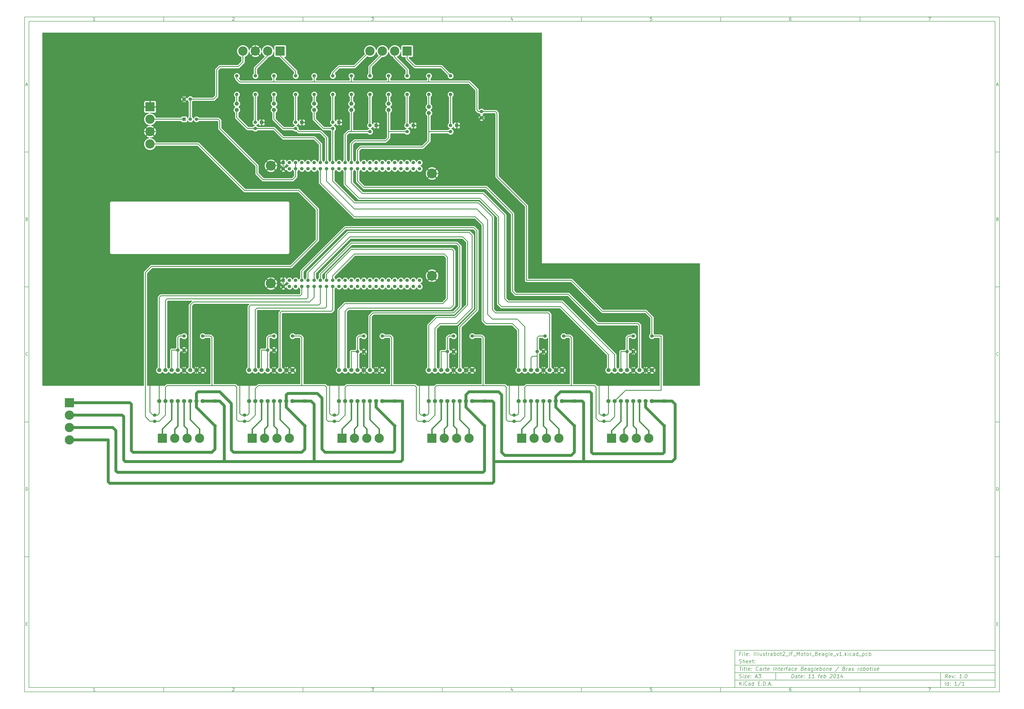
<source format=gbl>
G04 (created by PCBNEW (2013-07-07 BZR 4022)-stable) date 11/02/2014 22:33:17*
%MOIN*%
G04 Gerber Fmt 3.4, Leading zero omitted, Abs format*
%FSLAX34Y34*%
G01*
G70*
G90*
G04 APERTURE LIST*
%ADD10C,0.00590551*%
%ADD11R,0.055X0.055*%
%ADD12C,0.055*%
%ADD13C,0.066*%
%ADD14C,0.15*%
%ADD15R,0.15X0.15*%
%ADD16C,0.0669291*%
%ADD17C,0.16*%
%ADD18C,0.0472441*%
%ADD19C,0.0122047*%
%ADD20C,0.023622*%
%ADD21C,0.01*%
G04 APERTURE END LIST*
G54D10*
X4000Y-4000D02*
X161350Y-4000D01*
X161350Y-112930D01*
X4000Y-112930D01*
X4000Y-4000D01*
X4700Y-4700D02*
X160650Y-4700D01*
X160650Y-112230D01*
X4700Y-112230D01*
X4700Y-4700D01*
X26470Y-4000D02*
X26470Y-4700D01*
X15382Y-4552D02*
X15097Y-4552D01*
X15240Y-4552D02*
X15240Y-4052D01*
X15192Y-4123D01*
X15144Y-4171D01*
X15097Y-4195D01*
X26470Y-112930D02*
X26470Y-112230D01*
X15382Y-112782D02*
X15097Y-112782D01*
X15240Y-112782D02*
X15240Y-112282D01*
X15192Y-112353D01*
X15144Y-112401D01*
X15097Y-112425D01*
X48940Y-4000D02*
X48940Y-4700D01*
X37567Y-4100D02*
X37590Y-4076D01*
X37638Y-4052D01*
X37757Y-4052D01*
X37805Y-4076D01*
X37829Y-4100D01*
X37852Y-4147D01*
X37852Y-4195D01*
X37829Y-4266D01*
X37543Y-4552D01*
X37852Y-4552D01*
X48940Y-112930D02*
X48940Y-112230D01*
X37567Y-112330D02*
X37590Y-112306D01*
X37638Y-112282D01*
X37757Y-112282D01*
X37805Y-112306D01*
X37829Y-112330D01*
X37852Y-112377D01*
X37852Y-112425D01*
X37829Y-112496D01*
X37543Y-112782D01*
X37852Y-112782D01*
X71410Y-4000D02*
X71410Y-4700D01*
X60013Y-4052D02*
X60322Y-4052D01*
X60156Y-4242D01*
X60227Y-4242D01*
X60275Y-4266D01*
X60299Y-4290D01*
X60322Y-4338D01*
X60322Y-4457D01*
X60299Y-4504D01*
X60275Y-4528D01*
X60227Y-4552D01*
X60084Y-4552D01*
X60037Y-4528D01*
X60013Y-4504D01*
X71410Y-112930D02*
X71410Y-112230D01*
X60013Y-112282D02*
X60322Y-112282D01*
X60156Y-112472D01*
X60227Y-112472D01*
X60275Y-112496D01*
X60299Y-112520D01*
X60322Y-112568D01*
X60322Y-112687D01*
X60299Y-112734D01*
X60275Y-112758D01*
X60227Y-112782D01*
X60084Y-112782D01*
X60037Y-112758D01*
X60013Y-112734D01*
X93880Y-4000D02*
X93880Y-4700D01*
X82745Y-4219D02*
X82745Y-4552D01*
X82626Y-4028D02*
X82507Y-4385D01*
X82816Y-4385D01*
X93880Y-112930D02*
X93880Y-112230D01*
X82745Y-112449D02*
X82745Y-112782D01*
X82626Y-112258D02*
X82507Y-112615D01*
X82816Y-112615D01*
X116350Y-4000D02*
X116350Y-4700D01*
X105239Y-4052D02*
X105000Y-4052D01*
X104977Y-4290D01*
X105000Y-4266D01*
X105048Y-4242D01*
X105167Y-4242D01*
X105215Y-4266D01*
X105239Y-4290D01*
X105262Y-4338D01*
X105262Y-4457D01*
X105239Y-4504D01*
X105215Y-4528D01*
X105167Y-4552D01*
X105048Y-4552D01*
X105000Y-4528D01*
X104977Y-4504D01*
X116350Y-112930D02*
X116350Y-112230D01*
X105239Y-112282D02*
X105000Y-112282D01*
X104977Y-112520D01*
X105000Y-112496D01*
X105048Y-112472D01*
X105167Y-112472D01*
X105215Y-112496D01*
X105239Y-112520D01*
X105262Y-112568D01*
X105262Y-112687D01*
X105239Y-112734D01*
X105215Y-112758D01*
X105167Y-112782D01*
X105048Y-112782D01*
X105000Y-112758D01*
X104977Y-112734D01*
X138820Y-4000D02*
X138820Y-4700D01*
X127685Y-4052D02*
X127590Y-4052D01*
X127542Y-4076D01*
X127518Y-4100D01*
X127470Y-4171D01*
X127447Y-4266D01*
X127447Y-4457D01*
X127470Y-4504D01*
X127494Y-4528D01*
X127542Y-4552D01*
X127637Y-4552D01*
X127685Y-4528D01*
X127709Y-4504D01*
X127732Y-4457D01*
X127732Y-4338D01*
X127709Y-4290D01*
X127685Y-4266D01*
X127637Y-4242D01*
X127542Y-4242D01*
X127494Y-4266D01*
X127470Y-4290D01*
X127447Y-4338D01*
X138820Y-112930D02*
X138820Y-112230D01*
X127685Y-112282D02*
X127590Y-112282D01*
X127542Y-112306D01*
X127518Y-112330D01*
X127470Y-112401D01*
X127447Y-112496D01*
X127447Y-112687D01*
X127470Y-112734D01*
X127494Y-112758D01*
X127542Y-112782D01*
X127637Y-112782D01*
X127685Y-112758D01*
X127709Y-112734D01*
X127732Y-112687D01*
X127732Y-112568D01*
X127709Y-112520D01*
X127685Y-112496D01*
X127637Y-112472D01*
X127542Y-112472D01*
X127494Y-112496D01*
X127470Y-112520D01*
X127447Y-112568D01*
X149893Y-4052D02*
X150226Y-4052D01*
X150012Y-4552D01*
X149893Y-112282D02*
X150226Y-112282D01*
X150012Y-112782D01*
X4000Y-25780D02*
X4700Y-25780D01*
X4230Y-14949D02*
X4469Y-14949D01*
X4183Y-15092D02*
X4350Y-14592D01*
X4516Y-15092D01*
X161350Y-25780D02*
X160650Y-25780D01*
X160880Y-14949D02*
X161119Y-14949D01*
X160833Y-15092D02*
X161000Y-14592D01*
X161166Y-15092D01*
X4000Y-47560D02*
X4700Y-47560D01*
X4385Y-36610D02*
X4457Y-36634D01*
X4480Y-36658D01*
X4504Y-36705D01*
X4504Y-36777D01*
X4480Y-36824D01*
X4457Y-36848D01*
X4409Y-36872D01*
X4219Y-36872D01*
X4219Y-36372D01*
X4385Y-36372D01*
X4433Y-36396D01*
X4457Y-36420D01*
X4480Y-36467D01*
X4480Y-36515D01*
X4457Y-36562D01*
X4433Y-36586D01*
X4385Y-36610D01*
X4219Y-36610D01*
X161350Y-47560D02*
X160650Y-47560D01*
X161035Y-36610D02*
X161107Y-36634D01*
X161130Y-36658D01*
X161154Y-36705D01*
X161154Y-36777D01*
X161130Y-36824D01*
X161107Y-36848D01*
X161059Y-36872D01*
X160869Y-36872D01*
X160869Y-36372D01*
X161035Y-36372D01*
X161083Y-36396D01*
X161107Y-36420D01*
X161130Y-36467D01*
X161130Y-36515D01*
X161107Y-36562D01*
X161083Y-36586D01*
X161035Y-36610D01*
X160869Y-36610D01*
X4000Y-69340D02*
X4700Y-69340D01*
X4504Y-58604D02*
X4480Y-58628D01*
X4409Y-58652D01*
X4361Y-58652D01*
X4290Y-58628D01*
X4242Y-58580D01*
X4219Y-58533D01*
X4195Y-58438D01*
X4195Y-58366D01*
X4219Y-58271D01*
X4242Y-58223D01*
X4290Y-58176D01*
X4361Y-58152D01*
X4409Y-58152D01*
X4480Y-58176D01*
X4504Y-58200D01*
X161350Y-69340D02*
X160650Y-69340D01*
X161154Y-58604D02*
X161130Y-58628D01*
X161059Y-58652D01*
X161011Y-58652D01*
X160940Y-58628D01*
X160892Y-58580D01*
X160869Y-58533D01*
X160845Y-58438D01*
X160845Y-58366D01*
X160869Y-58271D01*
X160892Y-58223D01*
X160940Y-58176D01*
X161011Y-58152D01*
X161059Y-58152D01*
X161130Y-58176D01*
X161154Y-58200D01*
X4000Y-91120D02*
X4700Y-91120D01*
X4219Y-80432D02*
X4219Y-79932D01*
X4338Y-79932D01*
X4409Y-79956D01*
X4457Y-80003D01*
X4480Y-80051D01*
X4504Y-80146D01*
X4504Y-80218D01*
X4480Y-80313D01*
X4457Y-80360D01*
X4409Y-80408D01*
X4338Y-80432D01*
X4219Y-80432D01*
X161350Y-91120D02*
X160650Y-91120D01*
X160869Y-80432D02*
X160869Y-79932D01*
X160988Y-79932D01*
X161059Y-79956D01*
X161107Y-80003D01*
X161130Y-80051D01*
X161154Y-80146D01*
X161154Y-80218D01*
X161130Y-80313D01*
X161107Y-80360D01*
X161059Y-80408D01*
X160988Y-80432D01*
X160869Y-80432D01*
X4242Y-101950D02*
X4409Y-101950D01*
X4480Y-102212D02*
X4242Y-102212D01*
X4242Y-101712D01*
X4480Y-101712D01*
X160892Y-101950D02*
X161059Y-101950D01*
X161130Y-102212D02*
X160892Y-102212D01*
X160892Y-101712D01*
X161130Y-101712D01*
X127800Y-110672D02*
X127875Y-110072D01*
X128017Y-110072D01*
X128100Y-110101D01*
X128150Y-110158D01*
X128171Y-110215D01*
X128185Y-110330D01*
X128175Y-110415D01*
X128132Y-110530D01*
X128096Y-110587D01*
X128032Y-110644D01*
X127942Y-110672D01*
X127800Y-110672D01*
X128657Y-110672D02*
X128696Y-110358D01*
X128675Y-110301D01*
X128621Y-110272D01*
X128507Y-110272D01*
X128446Y-110301D01*
X128660Y-110644D02*
X128600Y-110672D01*
X128457Y-110672D01*
X128403Y-110644D01*
X128382Y-110587D01*
X128389Y-110530D01*
X128425Y-110472D01*
X128485Y-110444D01*
X128628Y-110444D01*
X128689Y-110415D01*
X128907Y-110272D02*
X129135Y-110272D01*
X129017Y-110072D02*
X128953Y-110587D01*
X128975Y-110644D01*
X129028Y-110672D01*
X129085Y-110672D01*
X129517Y-110644D02*
X129457Y-110672D01*
X129342Y-110672D01*
X129289Y-110644D01*
X129267Y-110587D01*
X129296Y-110358D01*
X129332Y-110301D01*
X129392Y-110272D01*
X129507Y-110272D01*
X129560Y-110301D01*
X129582Y-110358D01*
X129575Y-110415D01*
X129282Y-110472D01*
X129807Y-110615D02*
X129832Y-110644D01*
X129800Y-110672D01*
X129775Y-110644D01*
X129807Y-110615D01*
X129800Y-110672D01*
X129846Y-110301D02*
X129871Y-110330D01*
X129839Y-110358D01*
X129814Y-110330D01*
X129846Y-110301D01*
X129839Y-110358D01*
X130857Y-110672D02*
X130514Y-110672D01*
X130685Y-110672D02*
X130760Y-110072D01*
X130692Y-110158D01*
X130628Y-110215D01*
X130567Y-110244D01*
X131428Y-110672D02*
X131085Y-110672D01*
X131257Y-110672D02*
X131332Y-110072D01*
X131264Y-110158D01*
X131200Y-110215D01*
X131139Y-110244D01*
X132107Y-110272D02*
X132335Y-110272D01*
X132142Y-110672D02*
X132207Y-110158D01*
X132242Y-110101D01*
X132303Y-110072D01*
X132360Y-110072D01*
X132717Y-110644D02*
X132657Y-110672D01*
X132542Y-110672D01*
X132489Y-110644D01*
X132467Y-110587D01*
X132496Y-110358D01*
X132532Y-110301D01*
X132592Y-110272D01*
X132707Y-110272D01*
X132760Y-110301D01*
X132782Y-110358D01*
X132775Y-110415D01*
X132482Y-110472D01*
X133000Y-110672D02*
X133075Y-110072D01*
X133046Y-110301D02*
X133107Y-110272D01*
X133221Y-110272D01*
X133275Y-110301D01*
X133300Y-110330D01*
X133321Y-110387D01*
X133300Y-110558D01*
X133264Y-110615D01*
X133232Y-110644D01*
X133171Y-110672D01*
X133057Y-110672D01*
X133003Y-110644D01*
X134039Y-110130D02*
X134071Y-110101D01*
X134132Y-110072D01*
X134275Y-110072D01*
X134328Y-110101D01*
X134353Y-110130D01*
X134375Y-110187D01*
X134367Y-110244D01*
X134328Y-110330D01*
X133942Y-110672D01*
X134314Y-110672D01*
X134760Y-110072D02*
X134817Y-110072D01*
X134871Y-110101D01*
X134896Y-110130D01*
X134917Y-110187D01*
X134932Y-110301D01*
X134914Y-110444D01*
X134871Y-110558D01*
X134835Y-110615D01*
X134803Y-110644D01*
X134742Y-110672D01*
X134685Y-110672D01*
X134632Y-110644D01*
X134607Y-110615D01*
X134585Y-110558D01*
X134571Y-110444D01*
X134589Y-110301D01*
X134632Y-110187D01*
X134667Y-110130D01*
X134700Y-110101D01*
X134760Y-110072D01*
X135457Y-110672D02*
X135114Y-110672D01*
X135285Y-110672D02*
X135360Y-110072D01*
X135292Y-110158D01*
X135228Y-110215D01*
X135167Y-110244D01*
X136021Y-110272D02*
X135971Y-110672D01*
X135907Y-110044D02*
X135710Y-110472D01*
X136082Y-110472D01*
X119392Y-111872D02*
X119392Y-111272D01*
X119735Y-111872D02*
X119478Y-111530D01*
X119735Y-111272D02*
X119392Y-111615D01*
X119992Y-111872D02*
X119992Y-111472D01*
X119992Y-111272D02*
X119964Y-111301D01*
X119992Y-111330D01*
X120021Y-111301D01*
X119992Y-111272D01*
X119992Y-111330D01*
X120621Y-111815D02*
X120592Y-111844D01*
X120507Y-111872D01*
X120450Y-111872D01*
X120364Y-111844D01*
X120307Y-111787D01*
X120278Y-111730D01*
X120250Y-111615D01*
X120250Y-111530D01*
X120278Y-111415D01*
X120307Y-111358D01*
X120364Y-111301D01*
X120450Y-111272D01*
X120507Y-111272D01*
X120592Y-111301D01*
X120621Y-111330D01*
X121135Y-111872D02*
X121135Y-111558D01*
X121107Y-111501D01*
X121050Y-111472D01*
X120935Y-111472D01*
X120878Y-111501D01*
X121135Y-111844D02*
X121078Y-111872D01*
X120935Y-111872D01*
X120878Y-111844D01*
X120850Y-111787D01*
X120850Y-111730D01*
X120878Y-111672D01*
X120935Y-111644D01*
X121078Y-111644D01*
X121135Y-111615D01*
X121678Y-111872D02*
X121678Y-111272D01*
X121678Y-111844D02*
X121621Y-111872D01*
X121507Y-111872D01*
X121450Y-111844D01*
X121421Y-111815D01*
X121392Y-111758D01*
X121392Y-111587D01*
X121421Y-111530D01*
X121450Y-111501D01*
X121507Y-111472D01*
X121621Y-111472D01*
X121678Y-111501D01*
X122421Y-111558D02*
X122621Y-111558D01*
X122707Y-111872D02*
X122421Y-111872D01*
X122421Y-111272D01*
X122707Y-111272D01*
X122964Y-111815D02*
X122992Y-111844D01*
X122964Y-111872D01*
X122935Y-111844D01*
X122964Y-111815D01*
X122964Y-111872D01*
X123249Y-111872D02*
X123249Y-111272D01*
X123392Y-111272D01*
X123478Y-111301D01*
X123535Y-111358D01*
X123564Y-111415D01*
X123592Y-111530D01*
X123592Y-111615D01*
X123564Y-111730D01*
X123535Y-111787D01*
X123478Y-111844D01*
X123392Y-111872D01*
X123249Y-111872D01*
X123849Y-111815D02*
X123878Y-111844D01*
X123849Y-111872D01*
X123821Y-111844D01*
X123849Y-111815D01*
X123849Y-111872D01*
X124107Y-111701D02*
X124392Y-111701D01*
X124049Y-111872D02*
X124249Y-111272D01*
X124449Y-111872D01*
X124649Y-111815D02*
X124678Y-111844D01*
X124649Y-111872D01*
X124621Y-111844D01*
X124649Y-111815D01*
X124649Y-111872D01*
X152942Y-110672D02*
X152778Y-110387D01*
X152600Y-110672D02*
X152675Y-110072D01*
X152903Y-110072D01*
X152957Y-110101D01*
X152982Y-110130D01*
X153003Y-110187D01*
X152992Y-110272D01*
X152957Y-110330D01*
X152925Y-110358D01*
X152864Y-110387D01*
X152635Y-110387D01*
X153432Y-110644D02*
X153371Y-110672D01*
X153257Y-110672D01*
X153203Y-110644D01*
X153182Y-110587D01*
X153210Y-110358D01*
X153246Y-110301D01*
X153307Y-110272D01*
X153421Y-110272D01*
X153475Y-110301D01*
X153496Y-110358D01*
X153489Y-110415D01*
X153196Y-110472D01*
X153707Y-110272D02*
X153800Y-110672D01*
X153992Y-110272D01*
X154178Y-110615D02*
X154203Y-110644D01*
X154171Y-110672D01*
X154146Y-110644D01*
X154178Y-110615D01*
X154171Y-110672D01*
X154217Y-110301D02*
X154242Y-110330D01*
X154210Y-110358D01*
X154185Y-110330D01*
X154217Y-110301D01*
X154210Y-110358D01*
X155228Y-110672D02*
X154885Y-110672D01*
X155057Y-110672D02*
X155132Y-110072D01*
X155064Y-110158D01*
X155000Y-110215D01*
X154939Y-110244D01*
X155492Y-110615D02*
X155517Y-110644D01*
X155485Y-110672D01*
X155460Y-110644D01*
X155492Y-110615D01*
X155485Y-110672D01*
X155960Y-110072D02*
X156017Y-110072D01*
X156071Y-110101D01*
X156096Y-110130D01*
X156117Y-110187D01*
X156132Y-110301D01*
X156114Y-110444D01*
X156071Y-110558D01*
X156035Y-110615D01*
X156003Y-110644D01*
X155942Y-110672D01*
X155885Y-110672D01*
X155832Y-110644D01*
X155807Y-110615D01*
X155785Y-110558D01*
X155771Y-110444D01*
X155789Y-110301D01*
X155832Y-110187D01*
X155867Y-110130D01*
X155900Y-110101D01*
X155960Y-110072D01*
X119364Y-110644D02*
X119450Y-110672D01*
X119592Y-110672D01*
X119650Y-110644D01*
X119678Y-110615D01*
X119707Y-110558D01*
X119707Y-110501D01*
X119678Y-110444D01*
X119650Y-110415D01*
X119592Y-110387D01*
X119478Y-110358D01*
X119421Y-110330D01*
X119392Y-110301D01*
X119364Y-110244D01*
X119364Y-110187D01*
X119392Y-110130D01*
X119421Y-110101D01*
X119478Y-110072D01*
X119621Y-110072D01*
X119707Y-110101D01*
X119964Y-110672D02*
X119964Y-110272D01*
X119964Y-110072D02*
X119935Y-110101D01*
X119964Y-110130D01*
X119992Y-110101D01*
X119964Y-110072D01*
X119964Y-110130D01*
X120192Y-110272D02*
X120507Y-110272D01*
X120192Y-110672D01*
X120507Y-110672D01*
X120964Y-110644D02*
X120907Y-110672D01*
X120792Y-110672D01*
X120735Y-110644D01*
X120707Y-110587D01*
X120707Y-110358D01*
X120735Y-110301D01*
X120792Y-110272D01*
X120907Y-110272D01*
X120964Y-110301D01*
X120992Y-110358D01*
X120992Y-110415D01*
X120707Y-110472D01*
X121250Y-110615D02*
X121278Y-110644D01*
X121250Y-110672D01*
X121221Y-110644D01*
X121250Y-110615D01*
X121250Y-110672D01*
X121250Y-110301D02*
X121278Y-110330D01*
X121250Y-110358D01*
X121221Y-110330D01*
X121250Y-110301D01*
X121250Y-110358D01*
X121964Y-110501D02*
X122250Y-110501D01*
X121907Y-110672D02*
X122107Y-110072D01*
X122307Y-110672D01*
X122450Y-110072D02*
X122821Y-110072D01*
X122621Y-110301D01*
X122707Y-110301D01*
X122764Y-110330D01*
X122792Y-110358D01*
X122821Y-110415D01*
X122821Y-110558D01*
X122792Y-110615D01*
X122764Y-110644D01*
X122707Y-110672D01*
X122535Y-110672D01*
X122478Y-110644D01*
X122450Y-110615D01*
X152592Y-111872D02*
X152592Y-111272D01*
X153135Y-111872D02*
X153135Y-111272D01*
X153135Y-111844D02*
X153078Y-111872D01*
X152964Y-111872D01*
X152907Y-111844D01*
X152878Y-111815D01*
X152850Y-111758D01*
X152850Y-111587D01*
X152878Y-111530D01*
X152907Y-111501D01*
X152964Y-111472D01*
X153078Y-111472D01*
X153135Y-111501D01*
X153421Y-111815D02*
X153450Y-111844D01*
X153421Y-111872D01*
X153392Y-111844D01*
X153421Y-111815D01*
X153421Y-111872D01*
X153421Y-111501D02*
X153450Y-111530D01*
X153421Y-111558D01*
X153392Y-111530D01*
X153421Y-111501D01*
X153421Y-111558D01*
X154478Y-111872D02*
X154135Y-111872D01*
X154307Y-111872D02*
X154307Y-111272D01*
X154249Y-111358D01*
X154192Y-111415D01*
X154135Y-111444D01*
X155164Y-111244D02*
X154650Y-112015D01*
X155678Y-111872D02*
X155335Y-111872D01*
X155507Y-111872D02*
X155507Y-111272D01*
X155449Y-111358D01*
X155392Y-111415D01*
X155335Y-111444D01*
X119389Y-108872D02*
X119732Y-108872D01*
X119485Y-109472D02*
X119560Y-108872D01*
X119857Y-109472D02*
X119907Y-109072D01*
X119932Y-108872D02*
X119900Y-108901D01*
X119925Y-108930D01*
X119957Y-108901D01*
X119932Y-108872D01*
X119925Y-108930D01*
X120107Y-109072D02*
X120335Y-109072D01*
X120217Y-108872D02*
X120153Y-109387D01*
X120175Y-109444D01*
X120228Y-109472D01*
X120285Y-109472D01*
X120571Y-109472D02*
X120517Y-109444D01*
X120496Y-109387D01*
X120560Y-108872D01*
X121032Y-109444D02*
X120971Y-109472D01*
X120857Y-109472D01*
X120803Y-109444D01*
X120782Y-109387D01*
X120810Y-109158D01*
X120846Y-109101D01*
X120907Y-109072D01*
X121021Y-109072D01*
X121075Y-109101D01*
X121096Y-109158D01*
X121089Y-109215D01*
X120796Y-109272D01*
X121321Y-109415D02*
X121346Y-109444D01*
X121314Y-109472D01*
X121289Y-109444D01*
X121321Y-109415D01*
X121314Y-109472D01*
X121360Y-109101D02*
X121385Y-109130D01*
X121353Y-109158D01*
X121328Y-109130D01*
X121360Y-109101D01*
X121353Y-109158D01*
X122407Y-109415D02*
X122375Y-109444D01*
X122285Y-109472D01*
X122228Y-109472D01*
X122146Y-109444D01*
X122096Y-109387D01*
X122075Y-109330D01*
X122060Y-109215D01*
X122071Y-109130D01*
X122114Y-109015D01*
X122150Y-108958D01*
X122214Y-108901D01*
X122303Y-108872D01*
X122360Y-108872D01*
X122442Y-108901D01*
X122467Y-108930D01*
X122914Y-109472D02*
X122953Y-109158D01*
X122932Y-109101D01*
X122878Y-109072D01*
X122764Y-109072D01*
X122703Y-109101D01*
X122917Y-109444D02*
X122857Y-109472D01*
X122714Y-109472D01*
X122660Y-109444D01*
X122639Y-109387D01*
X122646Y-109330D01*
X122682Y-109272D01*
X122742Y-109244D01*
X122885Y-109244D01*
X122946Y-109215D01*
X123200Y-109472D02*
X123250Y-109072D01*
X123235Y-109187D02*
X123271Y-109130D01*
X123303Y-109101D01*
X123364Y-109072D01*
X123421Y-109072D01*
X123535Y-109072D02*
X123764Y-109072D01*
X123646Y-108872D02*
X123582Y-109387D01*
X123603Y-109444D01*
X123657Y-109472D01*
X123714Y-109472D01*
X124146Y-109444D02*
X124085Y-109472D01*
X123971Y-109472D01*
X123917Y-109444D01*
X123896Y-109387D01*
X123925Y-109158D01*
X123960Y-109101D01*
X124021Y-109072D01*
X124135Y-109072D01*
X124189Y-109101D01*
X124210Y-109158D01*
X124203Y-109215D01*
X123910Y-109272D01*
X124885Y-109472D02*
X124960Y-108872D01*
X125221Y-109072D02*
X125171Y-109472D01*
X125214Y-109130D02*
X125246Y-109101D01*
X125307Y-109072D01*
X125392Y-109072D01*
X125446Y-109101D01*
X125467Y-109158D01*
X125428Y-109472D01*
X125678Y-109072D02*
X125907Y-109072D01*
X125789Y-108872D02*
X125725Y-109387D01*
X125746Y-109444D01*
X125800Y-109472D01*
X125857Y-109472D01*
X126289Y-109444D02*
X126228Y-109472D01*
X126114Y-109472D01*
X126060Y-109444D01*
X126039Y-109387D01*
X126067Y-109158D01*
X126103Y-109101D01*
X126164Y-109072D01*
X126278Y-109072D01*
X126332Y-109101D01*
X126353Y-109158D01*
X126346Y-109215D01*
X126053Y-109272D01*
X126571Y-109472D02*
X126621Y-109072D01*
X126607Y-109187D02*
X126642Y-109130D01*
X126675Y-109101D01*
X126735Y-109072D01*
X126792Y-109072D01*
X126907Y-109072D02*
X127135Y-109072D01*
X126942Y-109472D02*
X127007Y-108958D01*
X127042Y-108901D01*
X127103Y-108872D01*
X127160Y-108872D01*
X127542Y-109472D02*
X127582Y-109158D01*
X127560Y-109101D01*
X127507Y-109072D01*
X127392Y-109072D01*
X127332Y-109101D01*
X127546Y-109444D02*
X127485Y-109472D01*
X127342Y-109472D01*
X127289Y-109444D01*
X127267Y-109387D01*
X127275Y-109330D01*
X127310Y-109272D01*
X127371Y-109244D01*
X127514Y-109244D01*
X127575Y-109215D01*
X128089Y-109444D02*
X128028Y-109472D01*
X127914Y-109472D01*
X127860Y-109444D01*
X127835Y-109415D01*
X127814Y-109358D01*
X127835Y-109187D01*
X127871Y-109130D01*
X127903Y-109101D01*
X127964Y-109072D01*
X128078Y-109072D01*
X128132Y-109101D01*
X128575Y-109444D02*
X128514Y-109472D01*
X128400Y-109472D01*
X128346Y-109444D01*
X128325Y-109387D01*
X128353Y-109158D01*
X128389Y-109101D01*
X128450Y-109072D01*
X128564Y-109072D01*
X128617Y-109101D01*
X128639Y-109158D01*
X128632Y-109215D01*
X128339Y-109272D01*
X129553Y-109158D02*
X129635Y-109187D01*
X129660Y-109215D01*
X129682Y-109272D01*
X129671Y-109358D01*
X129635Y-109415D01*
X129603Y-109444D01*
X129542Y-109472D01*
X129314Y-109472D01*
X129389Y-108872D01*
X129589Y-108872D01*
X129642Y-108901D01*
X129667Y-108930D01*
X129689Y-108987D01*
X129682Y-109044D01*
X129646Y-109101D01*
X129614Y-109130D01*
X129553Y-109158D01*
X129353Y-109158D01*
X130146Y-109444D02*
X130085Y-109472D01*
X129971Y-109472D01*
X129917Y-109444D01*
X129896Y-109387D01*
X129925Y-109158D01*
X129960Y-109101D01*
X130021Y-109072D01*
X130135Y-109072D01*
X130189Y-109101D01*
X130210Y-109158D01*
X130203Y-109215D01*
X129910Y-109272D01*
X130685Y-109472D02*
X130725Y-109158D01*
X130703Y-109101D01*
X130650Y-109072D01*
X130535Y-109072D01*
X130475Y-109101D01*
X130689Y-109444D02*
X130628Y-109472D01*
X130485Y-109472D01*
X130432Y-109444D01*
X130410Y-109387D01*
X130417Y-109330D01*
X130453Y-109272D01*
X130514Y-109244D01*
X130657Y-109244D01*
X130717Y-109215D01*
X131278Y-109072D02*
X131217Y-109558D01*
X131182Y-109615D01*
X131150Y-109644D01*
X131089Y-109672D01*
X131003Y-109672D01*
X130950Y-109644D01*
X131232Y-109444D02*
X131171Y-109472D01*
X131057Y-109472D01*
X131003Y-109444D01*
X130978Y-109415D01*
X130957Y-109358D01*
X130978Y-109187D01*
X131014Y-109130D01*
X131046Y-109101D01*
X131107Y-109072D01*
X131221Y-109072D01*
X131275Y-109101D01*
X131600Y-109472D02*
X131546Y-109444D01*
X131525Y-109387D01*
X131589Y-108872D01*
X132060Y-109444D02*
X132000Y-109472D01*
X131885Y-109472D01*
X131832Y-109444D01*
X131810Y-109387D01*
X131839Y-109158D01*
X131875Y-109101D01*
X131935Y-109072D01*
X132050Y-109072D01*
X132103Y-109101D01*
X132125Y-109158D01*
X132117Y-109215D01*
X131825Y-109272D01*
X132342Y-109472D02*
X132417Y-108872D01*
X132389Y-109101D02*
X132450Y-109072D01*
X132564Y-109072D01*
X132617Y-109101D01*
X132642Y-109130D01*
X132664Y-109187D01*
X132642Y-109358D01*
X132607Y-109415D01*
X132575Y-109444D01*
X132514Y-109472D01*
X132400Y-109472D01*
X132346Y-109444D01*
X132971Y-109472D02*
X132917Y-109444D01*
X132892Y-109415D01*
X132871Y-109358D01*
X132892Y-109187D01*
X132928Y-109130D01*
X132960Y-109101D01*
X133021Y-109072D01*
X133107Y-109072D01*
X133160Y-109101D01*
X133185Y-109130D01*
X133207Y-109187D01*
X133185Y-109358D01*
X133150Y-109415D01*
X133117Y-109444D01*
X133057Y-109472D01*
X132971Y-109472D01*
X133478Y-109072D02*
X133428Y-109472D01*
X133471Y-109130D02*
X133503Y-109101D01*
X133564Y-109072D01*
X133650Y-109072D01*
X133703Y-109101D01*
X133725Y-109158D01*
X133685Y-109472D01*
X134203Y-109444D02*
X134142Y-109472D01*
X134028Y-109472D01*
X133975Y-109444D01*
X133953Y-109387D01*
X133982Y-109158D01*
X134017Y-109101D01*
X134078Y-109072D01*
X134192Y-109072D01*
X134246Y-109101D01*
X134267Y-109158D01*
X134260Y-109215D01*
X133967Y-109272D01*
X135450Y-108844D02*
X134839Y-109615D01*
X136267Y-109158D02*
X136350Y-109187D01*
X136375Y-109215D01*
X136396Y-109272D01*
X136385Y-109358D01*
X136350Y-109415D01*
X136317Y-109444D01*
X136257Y-109472D01*
X136028Y-109472D01*
X136103Y-108872D01*
X136303Y-108872D01*
X136357Y-108901D01*
X136382Y-108930D01*
X136403Y-108987D01*
X136396Y-109044D01*
X136360Y-109101D01*
X136328Y-109130D01*
X136267Y-109158D01*
X136067Y-109158D01*
X136628Y-109472D02*
X136678Y-109072D01*
X136664Y-109187D02*
X136700Y-109130D01*
X136732Y-109101D01*
X136792Y-109072D01*
X136850Y-109072D01*
X137257Y-109472D02*
X137296Y-109158D01*
X137275Y-109101D01*
X137221Y-109072D01*
X137107Y-109072D01*
X137046Y-109101D01*
X137260Y-109444D02*
X137200Y-109472D01*
X137057Y-109472D01*
X137003Y-109444D01*
X136982Y-109387D01*
X136989Y-109330D01*
X137025Y-109272D01*
X137085Y-109244D01*
X137228Y-109244D01*
X137289Y-109215D01*
X137517Y-109444D02*
X137571Y-109472D01*
X137685Y-109472D01*
X137746Y-109444D01*
X137782Y-109387D01*
X137785Y-109358D01*
X137764Y-109301D01*
X137710Y-109272D01*
X137625Y-109272D01*
X137571Y-109244D01*
X137550Y-109187D01*
X137553Y-109158D01*
X137589Y-109101D01*
X137650Y-109072D01*
X137735Y-109072D01*
X137789Y-109101D01*
X138485Y-109472D02*
X138535Y-109072D01*
X138521Y-109187D02*
X138557Y-109130D01*
X138589Y-109101D01*
X138650Y-109072D01*
X138707Y-109072D01*
X138942Y-109472D02*
X138889Y-109444D01*
X138864Y-109415D01*
X138842Y-109358D01*
X138864Y-109187D01*
X138900Y-109130D01*
X138932Y-109101D01*
X138992Y-109072D01*
X139078Y-109072D01*
X139132Y-109101D01*
X139157Y-109130D01*
X139178Y-109187D01*
X139157Y-109358D01*
X139121Y-109415D01*
X139089Y-109444D01*
X139028Y-109472D01*
X138942Y-109472D01*
X139400Y-109472D02*
X139475Y-108872D01*
X139446Y-109101D02*
X139507Y-109072D01*
X139621Y-109072D01*
X139675Y-109101D01*
X139700Y-109130D01*
X139721Y-109187D01*
X139700Y-109358D01*
X139664Y-109415D01*
X139632Y-109444D01*
X139571Y-109472D01*
X139457Y-109472D01*
X139403Y-109444D01*
X140028Y-109472D02*
X139975Y-109444D01*
X139950Y-109415D01*
X139928Y-109358D01*
X139950Y-109187D01*
X139985Y-109130D01*
X140017Y-109101D01*
X140078Y-109072D01*
X140164Y-109072D01*
X140217Y-109101D01*
X140242Y-109130D01*
X140264Y-109187D01*
X140242Y-109358D01*
X140207Y-109415D01*
X140175Y-109444D01*
X140114Y-109472D01*
X140028Y-109472D01*
X140450Y-109072D02*
X140678Y-109072D01*
X140560Y-108872D02*
X140496Y-109387D01*
X140517Y-109444D01*
X140571Y-109472D01*
X140628Y-109472D01*
X140828Y-109472D02*
X140878Y-109072D01*
X140903Y-108872D02*
X140871Y-108901D01*
X140896Y-108930D01*
X140928Y-108901D01*
X140903Y-108872D01*
X140896Y-108930D01*
X141089Y-109444D02*
X141142Y-109472D01*
X141257Y-109472D01*
X141317Y-109444D01*
X141353Y-109387D01*
X141357Y-109358D01*
X141335Y-109301D01*
X141282Y-109272D01*
X141196Y-109272D01*
X141142Y-109244D01*
X141121Y-109187D01*
X141125Y-109158D01*
X141160Y-109101D01*
X141221Y-109072D01*
X141307Y-109072D01*
X141360Y-109101D01*
X141832Y-109444D02*
X141771Y-109472D01*
X141657Y-109472D01*
X141603Y-109444D01*
X141582Y-109387D01*
X141610Y-109158D01*
X141646Y-109101D01*
X141707Y-109072D01*
X141821Y-109072D01*
X141875Y-109101D01*
X141896Y-109158D01*
X141889Y-109215D01*
X141596Y-109272D01*
X141850Y-108844D02*
X141753Y-108930D01*
X119592Y-106758D02*
X119392Y-106758D01*
X119392Y-107072D02*
X119392Y-106472D01*
X119678Y-106472D01*
X119907Y-107072D02*
X119907Y-106672D01*
X119907Y-106472D02*
X119878Y-106501D01*
X119907Y-106530D01*
X119935Y-106501D01*
X119907Y-106472D01*
X119907Y-106530D01*
X120278Y-107072D02*
X120221Y-107044D01*
X120192Y-106987D01*
X120192Y-106472D01*
X120735Y-107044D02*
X120678Y-107072D01*
X120564Y-107072D01*
X120507Y-107044D01*
X120478Y-106987D01*
X120478Y-106758D01*
X120507Y-106701D01*
X120564Y-106672D01*
X120678Y-106672D01*
X120735Y-106701D01*
X120764Y-106758D01*
X120764Y-106815D01*
X120478Y-106872D01*
X121021Y-107015D02*
X121050Y-107044D01*
X121021Y-107072D01*
X120992Y-107044D01*
X121021Y-107015D01*
X121021Y-107072D01*
X121021Y-106701D02*
X121050Y-106730D01*
X121021Y-106758D01*
X120992Y-106730D01*
X121021Y-106701D01*
X121021Y-106758D01*
X121764Y-107072D02*
X121764Y-106472D01*
X122135Y-107072D02*
X122078Y-107044D01*
X122050Y-106987D01*
X122050Y-106472D01*
X122450Y-107072D02*
X122392Y-107044D01*
X122364Y-106987D01*
X122364Y-106472D01*
X122935Y-106672D02*
X122935Y-107072D01*
X122678Y-106672D02*
X122678Y-106987D01*
X122707Y-107044D01*
X122764Y-107072D01*
X122850Y-107072D01*
X122907Y-107044D01*
X122935Y-107015D01*
X123192Y-107044D02*
X123250Y-107072D01*
X123364Y-107072D01*
X123421Y-107044D01*
X123450Y-106987D01*
X123450Y-106958D01*
X123421Y-106901D01*
X123364Y-106872D01*
X123278Y-106872D01*
X123221Y-106844D01*
X123192Y-106787D01*
X123192Y-106758D01*
X123221Y-106701D01*
X123278Y-106672D01*
X123364Y-106672D01*
X123421Y-106701D01*
X123621Y-106672D02*
X123850Y-106672D01*
X123707Y-106472D02*
X123707Y-106987D01*
X123735Y-107044D01*
X123792Y-107072D01*
X123850Y-107072D01*
X124050Y-107072D02*
X124050Y-106672D01*
X124050Y-106787D02*
X124078Y-106730D01*
X124107Y-106701D01*
X124164Y-106672D01*
X124221Y-106672D01*
X124678Y-107072D02*
X124678Y-106758D01*
X124650Y-106701D01*
X124592Y-106672D01*
X124478Y-106672D01*
X124421Y-106701D01*
X124678Y-107044D02*
X124621Y-107072D01*
X124478Y-107072D01*
X124421Y-107044D01*
X124392Y-106987D01*
X124392Y-106930D01*
X124421Y-106872D01*
X124478Y-106844D01*
X124621Y-106844D01*
X124678Y-106815D01*
X124964Y-107072D02*
X124964Y-106472D01*
X124964Y-106701D02*
X125021Y-106672D01*
X125135Y-106672D01*
X125192Y-106701D01*
X125221Y-106730D01*
X125250Y-106787D01*
X125250Y-106958D01*
X125221Y-107015D01*
X125192Y-107044D01*
X125135Y-107072D01*
X125021Y-107072D01*
X124964Y-107044D01*
X125592Y-107072D02*
X125535Y-107044D01*
X125507Y-107015D01*
X125478Y-106958D01*
X125478Y-106787D01*
X125507Y-106730D01*
X125535Y-106701D01*
X125592Y-106672D01*
X125678Y-106672D01*
X125735Y-106701D01*
X125764Y-106730D01*
X125792Y-106787D01*
X125792Y-106958D01*
X125764Y-107015D01*
X125735Y-107044D01*
X125678Y-107072D01*
X125592Y-107072D01*
X125964Y-106672D02*
X126192Y-106672D01*
X126050Y-106472D02*
X126050Y-106987D01*
X126078Y-107044D01*
X126135Y-107072D01*
X126192Y-107072D01*
X126364Y-106530D02*
X126392Y-106501D01*
X126450Y-106472D01*
X126592Y-106472D01*
X126650Y-106501D01*
X126678Y-106530D01*
X126707Y-106587D01*
X126707Y-106644D01*
X126678Y-106730D01*
X126335Y-107072D01*
X126707Y-107072D01*
X126821Y-107130D02*
X127278Y-107130D01*
X127421Y-107072D02*
X127421Y-106472D01*
X127907Y-106758D02*
X127707Y-106758D01*
X127707Y-107072D02*
X127707Y-106472D01*
X127992Y-106472D01*
X128078Y-107130D02*
X128535Y-107130D01*
X128678Y-107072D02*
X128678Y-106472D01*
X128878Y-106901D01*
X129078Y-106472D01*
X129078Y-107072D01*
X129450Y-107072D02*
X129392Y-107044D01*
X129364Y-107015D01*
X129335Y-106958D01*
X129335Y-106787D01*
X129364Y-106730D01*
X129392Y-106701D01*
X129450Y-106672D01*
X129535Y-106672D01*
X129592Y-106701D01*
X129621Y-106730D01*
X129650Y-106787D01*
X129650Y-106958D01*
X129621Y-107015D01*
X129592Y-107044D01*
X129535Y-107072D01*
X129450Y-107072D01*
X129821Y-106672D02*
X130050Y-106672D01*
X129907Y-106472D02*
X129907Y-106987D01*
X129935Y-107044D01*
X129992Y-107072D01*
X130050Y-107072D01*
X130335Y-107072D02*
X130278Y-107044D01*
X130250Y-107015D01*
X130221Y-106958D01*
X130221Y-106787D01*
X130250Y-106730D01*
X130278Y-106701D01*
X130335Y-106672D01*
X130421Y-106672D01*
X130478Y-106701D01*
X130507Y-106730D01*
X130535Y-106787D01*
X130535Y-106958D01*
X130507Y-107015D01*
X130478Y-107044D01*
X130421Y-107072D01*
X130335Y-107072D01*
X130792Y-107072D02*
X130792Y-106672D01*
X130792Y-106787D02*
X130821Y-106730D01*
X130850Y-106701D01*
X130907Y-106672D01*
X130964Y-106672D01*
X131021Y-107130D02*
X131478Y-107130D01*
X131821Y-106758D02*
X131907Y-106787D01*
X131935Y-106815D01*
X131964Y-106872D01*
X131964Y-106958D01*
X131935Y-107015D01*
X131907Y-107044D01*
X131850Y-107072D01*
X131621Y-107072D01*
X131621Y-106472D01*
X131821Y-106472D01*
X131878Y-106501D01*
X131907Y-106530D01*
X131935Y-106587D01*
X131935Y-106644D01*
X131907Y-106701D01*
X131878Y-106730D01*
X131821Y-106758D01*
X131621Y-106758D01*
X132450Y-107044D02*
X132392Y-107072D01*
X132278Y-107072D01*
X132221Y-107044D01*
X132192Y-106987D01*
X132192Y-106758D01*
X132221Y-106701D01*
X132278Y-106672D01*
X132392Y-106672D01*
X132450Y-106701D01*
X132478Y-106758D01*
X132478Y-106815D01*
X132192Y-106872D01*
X132992Y-107072D02*
X132992Y-106758D01*
X132964Y-106701D01*
X132907Y-106672D01*
X132792Y-106672D01*
X132735Y-106701D01*
X132992Y-107044D02*
X132935Y-107072D01*
X132792Y-107072D01*
X132735Y-107044D01*
X132707Y-106987D01*
X132707Y-106930D01*
X132735Y-106872D01*
X132792Y-106844D01*
X132935Y-106844D01*
X132992Y-106815D01*
X133535Y-106672D02*
X133535Y-107158D01*
X133507Y-107215D01*
X133478Y-107244D01*
X133421Y-107272D01*
X133335Y-107272D01*
X133278Y-107244D01*
X133535Y-107044D02*
X133478Y-107072D01*
X133364Y-107072D01*
X133307Y-107044D01*
X133278Y-107015D01*
X133250Y-106958D01*
X133250Y-106787D01*
X133278Y-106730D01*
X133307Y-106701D01*
X133364Y-106672D01*
X133478Y-106672D01*
X133535Y-106701D01*
X133907Y-107072D02*
X133850Y-107044D01*
X133821Y-106987D01*
X133821Y-106472D01*
X134364Y-107044D02*
X134307Y-107072D01*
X134192Y-107072D01*
X134135Y-107044D01*
X134107Y-106987D01*
X134107Y-106758D01*
X134135Y-106701D01*
X134192Y-106672D01*
X134307Y-106672D01*
X134364Y-106701D01*
X134392Y-106758D01*
X134392Y-106815D01*
X134107Y-106872D01*
X134507Y-107130D02*
X134964Y-107130D01*
X135050Y-106672D02*
X135192Y-107072D01*
X135335Y-106672D01*
X135878Y-107072D02*
X135535Y-107072D01*
X135707Y-107072D02*
X135707Y-106472D01*
X135650Y-106558D01*
X135592Y-106615D01*
X135535Y-106644D01*
X136135Y-107015D02*
X136164Y-107044D01*
X136135Y-107072D01*
X136107Y-107044D01*
X136135Y-107015D01*
X136135Y-107072D01*
X136421Y-107072D02*
X136421Y-106472D01*
X136478Y-106844D02*
X136650Y-107072D01*
X136650Y-106672D02*
X136421Y-106901D01*
X136907Y-107072D02*
X136907Y-106672D01*
X136907Y-106472D02*
X136878Y-106501D01*
X136907Y-106530D01*
X136935Y-106501D01*
X136907Y-106472D01*
X136907Y-106530D01*
X137450Y-107044D02*
X137392Y-107072D01*
X137278Y-107072D01*
X137221Y-107044D01*
X137192Y-107015D01*
X137164Y-106958D01*
X137164Y-106787D01*
X137192Y-106730D01*
X137221Y-106701D01*
X137278Y-106672D01*
X137392Y-106672D01*
X137450Y-106701D01*
X137964Y-107072D02*
X137964Y-106758D01*
X137935Y-106701D01*
X137878Y-106672D01*
X137764Y-106672D01*
X137707Y-106701D01*
X137964Y-107044D02*
X137907Y-107072D01*
X137764Y-107072D01*
X137707Y-107044D01*
X137678Y-106987D01*
X137678Y-106930D01*
X137707Y-106872D01*
X137764Y-106844D01*
X137907Y-106844D01*
X137964Y-106815D01*
X138507Y-107072D02*
X138507Y-106472D01*
X138507Y-107044D02*
X138450Y-107072D01*
X138335Y-107072D01*
X138278Y-107044D01*
X138250Y-107015D01*
X138221Y-106958D01*
X138221Y-106787D01*
X138250Y-106730D01*
X138278Y-106701D01*
X138335Y-106672D01*
X138450Y-106672D01*
X138507Y-106701D01*
X138650Y-107130D02*
X139107Y-107130D01*
X139250Y-106672D02*
X139250Y-107272D01*
X139250Y-106701D02*
X139307Y-106672D01*
X139421Y-106672D01*
X139478Y-106701D01*
X139507Y-106730D01*
X139535Y-106787D01*
X139535Y-106958D01*
X139507Y-107015D01*
X139478Y-107044D01*
X139421Y-107072D01*
X139307Y-107072D01*
X139250Y-107044D01*
X140050Y-107044D02*
X139992Y-107072D01*
X139878Y-107072D01*
X139821Y-107044D01*
X139792Y-107015D01*
X139764Y-106958D01*
X139764Y-106787D01*
X139792Y-106730D01*
X139821Y-106701D01*
X139878Y-106672D01*
X139992Y-106672D01*
X140050Y-106701D01*
X140307Y-107072D02*
X140307Y-106472D01*
X140307Y-106701D02*
X140364Y-106672D01*
X140478Y-106672D01*
X140535Y-106701D01*
X140564Y-106730D01*
X140592Y-106787D01*
X140592Y-106958D01*
X140564Y-107015D01*
X140535Y-107044D01*
X140478Y-107072D01*
X140364Y-107072D01*
X140307Y-107044D01*
X119364Y-108244D02*
X119450Y-108272D01*
X119592Y-108272D01*
X119650Y-108244D01*
X119678Y-108215D01*
X119707Y-108158D01*
X119707Y-108101D01*
X119678Y-108044D01*
X119650Y-108015D01*
X119592Y-107987D01*
X119478Y-107958D01*
X119421Y-107930D01*
X119392Y-107901D01*
X119364Y-107844D01*
X119364Y-107787D01*
X119392Y-107730D01*
X119421Y-107701D01*
X119478Y-107672D01*
X119621Y-107672D01*
X119707Y-107701D01*
X119964Y-108272D02*
X119964Y-107672D01*
X120221Y-108272D02*
X120221Y-107958D01*
X120192Y-107901D01*
X120135Y-107872D01*
X120050Y-107872D01*
X119992Y-107901D01*
X119964Y-107930D01*
X120735Y-108244D02*
X120678Y-108272D01*
X120564Y-108272D01*
X120507Y-108244D01*
X120478Y-108187D01*
X120478Y-107958D01*
X120507Y-107901D01*
X120564Y-107872D01*
X120678Y-107872D01*
X120735Y-107901D01*
X120764Y-107958D01*
X120764Y-108015D01*
X120478Y-108072D01*
X121250Y-108244D02*
X121192Y-108272D01*
X121078Y-108272D01*
X121021Y-108244D01*
X120992Y-108187D01*
X120992Y-107958D01*
X121021Y-107901D01*
X121078Y-107872D01*
X121192Y-107872D01*
X121250Y-107901D01*
X121278Y-107958D01*
X121278Y-108015D01*
X120992Y-108072D01*
X121450Y-107872D02*
X121678Y-107872D01*
X121535Y-107672D02*
X121535Y-108187D01*
X121564Y-108244D01*
X121621Y-108272D01*
X121678Y-108272D01*
X121878Y-108215D02*
X121907Y-108244D01*
X121878Y-108272D01*
X121850Y-108244D01*
X121878Y-108215D01*
X121878Y-108272D01*
X121878Y-107901D02*
X121907Y-107930D01*
X121878Y-107958D01*
X121850Y-107930D01*
X121878Y-107901D01*
X121878Y-107958D01*
X118650Y-106230D02*
X118650Y-112230D01*
X118650Y-106230D02*
X160650Y-106230D01*
X118650Y-106230D02*
X160650Y-106230D01*
X118650Y-108630D02*
X160650Y-108630D01*
X151850Y-109830D02*
X151850Y-112230D01*
X118650Y-111030D02*
X160650Y-111030D01*
X118650Y-109830D02*
X160650Y-109830D01*
X125250Y-109830D02*
X125250Y-111030D01*
G54D11*
X73750Y-21500D03*
G54D12*
X72750Y-21500D03*
X72750Y-22500D03*
G54D11*
X66750Y-21500D03*
G54D12*
X65750Y-21500D03*
X65750Y-22500D03*
G54D11*
X42250Y-21000D03*
G54D12*
X41250Y-21000D03*
X41250Y-22000D03*
G54D11*
X60750Y-21500D03*
G54D12*
X59750Y-21500D03*
X59750Y-22500D03*
G54D11*
X48750Y-21000D03*
G54D12*
X47750Y-21000D03*
X47750Y-22000D03*
G54D11*
X54750Y-21000D03*
G54D12*
X53750Y-21000D03*
X53750Y-22000D03*
G54D11*
X29750Y-20500D03*
G54D12*
X30750Y-20500D03*
X31750Y-20500D03*
X67750Y-27500D03*
X66750Y-27500D03*
X65750Y-27500D03*
X64750Y-27500D03*
X63750Y-27500D03*
X62750Y-27500D03*
X61750Y-27500D03*
X60750Y-27500D03*
X59750Y-27500D03*
X58750Y-27500D03*
X57750Y-27500D03*
X56750Y-27500D03*
X55750Y-27500D03*
X54750Y-27500D03*
X53750Y-27500D03*
X52750Y-27500D03*
X51750Y-27500D03*
X50750Y-27500D03*
X49750Y-27500D03*
X48750Y-27500D03*
X47750Y-27500D03*
X46750Y-27500D03*
G54D11*
X45750Y-27500D03*
X45750Y-27500D03*
G54D12*
X46750Y-27500D03*
X47750Y-27500D03*
X48750Y-27500D03*
X49750Y-27500D03*
X50750Y-27500D03*
X51750Y-27500D03*
X52750Y-27500D03*
X53750Y-27500D03*
X54750Y-27500D03*
X55750Y-27500D03*
X56750Y-27500D03*
X57750Y-27500D03*
X58750Y-27500D03*
X59750Y-27500D03*
X60750Y-27500D03*
X61750Y-27500D03*
X62750Y-27500D03*
X63750Y-27500D03*
X64750Y-27500D03*
X65750Y-27500D03*
X66750Y-27500D03*
X67750Y-27500D03*
X67750Y-27500D03*
X66750Y-27500D03*
X65750Y-27500D03*
X64750Y-27500D03*
X63750Y-27500D03*
X62750Y-27500D03*
X61750Y-27500D03*
X60750Y-27500D03*
X59750Y-27500D03*
X58750Y-27500D03*
X57750Y-27500D03*
X56750Y-27500D03*
X55750Y-27500D03*
X54750Y-27500D03*
X53750Y-27500D03*
X52750Y-27500D03*
X51750Y-27500D03*
X50750Y-27500D03*
X49750Y-27500D03*
X48750Y-27500D03*
X47750Y-27500D03*
X46750Y-27500D03*
G54D11*
X45750Y-27500D03*
X45750Y-27500D03*
G54D12*
X46750Y-27500D03*
X47750Y-27500D03*
X48750Y-27500D03*
X49750Y-27500D03*
X50750Y-27500D03*
X51750Y-27500D03*
X52750Y-27500D03*
X53750Y-27500D03*
X54750Y-27500D03*
X55750Y-27500D03*
X56750Y-27500D03*
X57750Y-27500D03*
X58750Y-27500D03*
X59750Y-27500D03*
X60750Y-27500D03*
X61750Y-27500D03*
X62750Y-27500D03*
X63750Y-27500D03*
X64750Y-27500D03*
X65750Y-27500D03*
X66750Y-27500D03*
X67750Y-27500D03*
X45750Y-28500D03*
X46750Y-28500D03*
X47750Y-28500D03*
X48750Y-28500D03*
X49750Y-28500D03*
X50750Y-28500D03*
X51750Y-28500D03*
X52750Y-28500D03*
X53750Y-28500D03*
X54750Y-28500D03*
X55750Y-28500D03*
X56750Y-28500D03*
X57750Y-28500D03*
X58750Y-28500D03*
X59750Y-28500D03*
X60750Y-28500D03*
X61750Y-28500D03*
X62750Y-28500D03*
X63750Y-28500D03*
X64750Y-28500D03*
X65750Y-28500D03*
X66750Y-28500D03*
X67750Y-28500D03*
X67750Y-46500D03*
X66750Y-46500D03*
X65750Y-46500D03*
X64750Y-46500D03*
X63750Y-46500D03*
X62750Y-46500D03*
X61750Y-46500D03*
X60750Y-46500D03*
X59750Y-46500D03*
X58750Y-46500D03*
X57750Y-46500D03*
X56750Y-46500D03*
X55750Y-46500D03*
X54750Y-46500D03*
X53750Y-46500D03*
X52750Y-46500D03*
X51750Y-46500D03*
X50750Y-46500D03*
X49750Y-46500D03*
X48750Y-46500D03*
X47750Y-46500D03*
X46750Y-46500D03*
G54D11*
X45750Y-46500D03*
X45750Y-46500D03*
G54D12*
X46750Y-46500D03*
X47750Y-46500D03*
X48750Y-46500D03*
X49750Y-46500D03*
X50750Y-46500D03*
X51750Y-46500D03*
X52750Y-46500D03*
X53750Y-46500D03*
X54750Y-46500D03*
X55750Y-46500D03*
X56750Y-46500D03*
X57750Y-46500D03*
X58750Y-46500D03*
X59750Y-46500D03*
X60750Y-46500D03*
X61750Y-46500D03*
X62750Y-46500D03*
X63750Y-46500D03*
X64750Y-46500D03*
X65750Y-46500D03*
X66750Y-46500D03*
X67750Y-46500D03*
X67750Y-46500D03*
X66750Y-46500D03*
X65750Y-46500D03*
X64750Y-46500D03*
X63750Y-46500D03*
X62750Y-46500D03*
X61750Y-46500D03*
X60750Y-46500D03*
X59750Y-46500D03*
X58750Y-46500D03*
X57750Y-46500D03*
X56750Y-46500D03*
X55750Y-46500D03*
X54750Y-46500D03*
X53750Y-46500D03*
X52750Y-46500D03*
X51750Y-46500D03*
X50750Y-46500D03*
X49750Y-46500D03*
X48750Y-46500D03*
X47750Y-46500D03*
X46750Y-46500D03*
G54D11*
X45750Y-46500D03*
X45750Y-46500D03*
G54D12*
X46750Y-46500D03*
X47750Y-46500D03*
X48750Y-46500D03*
X49750Y-46500D03*
X50750Y-46500D03*
X51750Y-46500D03*
X52750Y-46500D03*
X53750Y-46500D03*
X54750Y-46500D03*
X55750Y-46500D03*
X56750Y-46500D03*
X57750Y-46500D03*
X58750Y-46500D03*
X59750Y-46500D03*
X60750Y-46500D03*
X61750Y-46500D03*
X62750Y-46500D03*
X63750Y-46500D03*
X64750Y-46500D03*
X65750Y-46500D03*
X66750Y-46500D03*
X67750Y-46500D03*
X45750Y-47500D03*
X46750Y-47500D03*
X47750Y-47500D03*
X48750Y-47500D03*
X49750Y-47500D03*
X50750Y-47500D03*
X51750Y-47500D03*
X52750Y-47500D03*
X53750Y-47500D03*
X54750Y-47500D03*
X55750Y-47500D03*
X56750Y-47500D03*
X57750Y-47500D03*
X58750Y-47500D03*
X59750Y-47500D03*
X60750Y-47500D03*
X61750Y-47500D03*
X62750Y-47500D03*
X63750Y-47500D03*
X64750Y-47500D03*
X65750Y-47500D03*
X66750Y-47500D03*
X67750Y-47500D03*
X102250Y-55500D03*
X105250Y-55500D03*
X44250Y-55500D03*
X47250Y-55500D03*
X50750Y-13500D03*
X50750Y-16500D03*
X53750Y-16500D03*
X53750Y-13500D03*
X29750Y-55500D03*
X32750Y-55500D03*
X59750Y-16500D03*
X59750Y-13500D03*
X58750Y-55500D03*
X61750Y-55500D03*
X44250Y-13500D03*
X44250Y-16500D03*
X88000Y-55500D03*
X91000Y-55500D03*
X56750Y-13500D03*
X56750Y-16500D03*
X47750Y-16500D03*
X47750Y-13500D03*
X73250Y-55500D03*
X76250Y-55500D03*
X38250Y-13500D03*
X38250Y-16500D03*
X41250Y-16500D03*
X41250Y-13500D03*
X65750Y-16500D03*
X65750Y-13500D03*
X69250Y-13500D03*
X69250Y-16500D03*
X62750Y-13500D03*
X62750Y-16500D03*
X72750Y-16500D03*
X72750Y-13500D03*
G54D13*
X62750Y-18000D03*
X62750Y-19000D03*
X38250Y-18000D03*
X38250Y-19000D03*
X44250Y-18000D03*
X44250Y-19000D03*
X56750Y-18000D03*
X56750Y-19000D03*
X69250Y-18500D03*
X69250Y-19500D03*
X50750Y-18000D03*
X50750Y-19000D03*
G54D11*
X34750Y-66000D03*
G54D12*
X34750Y-70000D03*
G54D11*
X63750Y-66000D03*
G54D12*
X63750Y-70000D03*
G54D11*
X92750Y-66000D03*
G54D12*
X92750Y-70000D03*
G54D11*
X78250Y-66000D03*
G54D12*
X78250Y-70000D03*
G54D11*
X107250Y-66000D03*
G54D12*
X107250Y-70000D03*
G54D11*
X49250Y-66000D03*
G54D12*
X49250Y-70000D03*
X28750Y-57750D03*
X29750Y-57750D03*
X77750Y-19250D03*
X77750Y-20250D03*
X29750Y-17250D03*
X30750Y-17250D03*
X72250Y-58000D03*
X73250Y-58000D03*
X101250Y-58000D03*
X102250Y-58000D03*
X57750Y-58000D03*
X58750Y-58000D03*
X86750Y-58000D03*
X87750Y-58000D03*
X43250Y-57750D03*
X44250Y-57750D03*
G54D14*
X86250Y-72000D03*
X88250Y-72000D03*
G54D15*
X84250Y-72000D03*
G54D14*
X90250Y-72000D03*
X100750Y-72000D03*
X102750Y-72000D03*
G54D15*
X98750Y-72000D03*
G54D14*
X104750Y-72000D03*
X71750Y-72000D03*
X73750Y-72000D03*
G54D15*
X69750Y-72000D03*
G54D14*
X75750Y-72000D03*
X24250Y-20500D03*
X24250Y-22500D03*
G54D15*
X24250Y-18500D03*
G54D14*
X24250Y-24500D03*
X11250Y-68250D03*
X11250Y-70250D03*
G54D15*
X11250Y-66250D03*
G54D14*
X11250Y-72250D03*
X43250Y-9500D03*
X41250Y-9500D03*
G54D15*
X45250Y-9500D03*
G54D14*
X39250Y-9500D03*
X63750Y-9500D03*
X61750Y-9500D03*
G54D15*
X65750Y-9500D03*
G54D14*
X59750Y-9500D03*
X57250Y-72000D03*
X59250Y-72000D03*
G54D15*
X55250Y-72000D03*
G54D14*
X61250Y-72000D03*
X28250Y-72000D03*
X30250Y-72000D03*
G54D15*
X26250Y-72000D03*
G54D14*
X32250Y-72000D03*
X42750Y-72000D03*
X44750Y-72000D03*
G54D15*
X40750Y-72000D03*
G54D14*
X46750Y-72000D03*
G54D16*
X76250Y-61000D03*
X75250Y-61000D03*
X74250Y-61000D03*
X73250Y-61000D03*
X72250Y-61000D03*
X71250Y-61000D03*
X70250Y-61000D03*
X69250Y-61000D03*
X69250Y-66000D03*
X70250Y-66000D03*
X71250Y-66000D03*
X72250Y-66000D03*
X73250Y-66000D03*
X74250Y-66000D03*
X75250Y-66000D03*
X76250Y-66000D03*
X61750Y-61000D03*
X60750Y-61000D03*
X59750Y-61000D03*
X58750Y-61000D03*
X57750Y-61000D03*
X56750Y-61000D03*
X55750Y-61000D03*
X54750Y-61000D03*
X54750Y-66000D03*
X55750Y-66000D03*
X56750Y-66000D03*
X57750Y-66000D03*
X58750Y-66000D03*
X59750Y-66000D03*
X60750Y-66000D03*
X61750Y-66000D03*
X47250Y-61000D03*
X46250Y-61000D03*
X45250Y-61000D03*
X44250Y-61000D03*
X43250Y-61000D03*
X42250Y-61000D03*
X41250Y-61000D03*
X40250Y-61000D03*
X40250Y-66000D03*
X41250Y-66000D03*
X42250Y-66000D03*
X43250Y-66000D03*
X44250Y-66000D03*
X45250Y-66000D03*
X46250Y-66000D03*
X47250Y-66000D03*
X32750Y-61000D03*
X31750Y-61000D03*
X30750Y-61000D03*
X29750Y-61000D03*
X28750Y-61000D03*
X27750Y-61000D03*
X26750Y-61000D03*
X25750Y-61000D03*
X25750Y-66000D03*
X26750Y-66000D03*
X27750Y-66000D03*
X28750Y-66000D03*
X29750Y-66000D03*
X30750Y-66000D03*
X31750Y-66000D03*
X32750Y-66000D03*
X90750Y-61000D03*
X89750Y-61000D03*
X88750Y-61000D03*
X87750Y-61000D03*
X86750Y-61000D03*
X85750Y-61000D03*
X84750Y-61000D03*
X83750Y-61000D03*
X83750Y-66000D03*
X84750Y-66000D03*
X85750Y-66000D03*
X86750Y-66000D03*
X87750Y-66000D03*
X88750Y-66000D03*
X89750Y-66000D03*
X90750Y-66000D03*
X105250Y-61000D03*
X104250Y-61000D03*
X103250Y-61000D03*
X102250Y-61000D03*
X101250Y-61000D03*
X100250Y-61000D03*
X99250Y-61000D03*
X98250Y-61000D03*
X98250Y-66000D03*
X99250Y-66000D03*
X100250Y-66000D03*
X101250Y-66000D03*
X102250Y-66000D03*
X103250Y-66000D03*
X104250Y-66000D03*
X105250Y-66000D03*
G54D17*
X69750Y-29250D03*
X43750Y-28000D03*
X43750Y-47000D03*
X69750Y-45750D03*
G54D12*
X25000Y-68250D03*
X25000Y-69250D03*
X83000Y-68250D03*
X83000Y-69250D03*
X97500Y-68250D03*
X97500Y-69250D03*
X39500Y-68250D03*
X39500Y-69250D03*
X54000Y-68250D03*
X54000Y-69250D03*
X68500Y-68250D03*
X68500Y-69250D03*
G54D18*
X90750Y-66000D02*
X92750Y-66000D01*
X107250Y-66000D02*
X108500Y-66000D01*
X108500Y-66000D02*
X109000Y-66500D01*
X109000Y-66500D02*
X109000Y-75250D01*
X109000Y-75250D02*
X108500Y-75750D01*
X105250Y-66000D02*
X108000Y-66000D01*
X93500Y-66000D02*
X93750Y-66000D01*
X94250Y-66250D02*
X94250Y-66500D01*
X94000Y-66000D02*
X94250Y-66250D01*
X93750Y-66000D02*
X94000Y-66000D01*
X93500Y-66000D02*
X92750Y-66000D01*
X94250Y-66500D02*
X94250Y-75750D01*
X95000Y-75750D02*
X94500Y-75750D01*
X94500Y-75750D02*
X94250Y-75750D01*
X94250Y-75750D02*
X79750Y-75750D01*
X78250Y-66000D02*
X79500Y-66000D01*
X79750Y-66250D02*
X79750Y-66500D01*
X79500Y-66000D02*
X79750Y-66250D01*
X79000Y-79250D02*
X79500Y-79250D01*
X79750Y-79000D02*
X79750Y-76750D01*
X79750Y-76750D02*
X79750Y-75750D01*
X79750Y-75750D02*
X79750Y-66750D01*
X79500Y-79250D02*
X79750Y-79000D01*
X76250Y-66000D02*
X78250Y-66000D01*
X79750Y-66500D02*
X79750Y-66750D01*
X79750Y-66750D02*
X79750Y-67000D01*
X17500Y-78500D02*
X17500Y-79000D01*
X17500Y-79000D02*
X17750Y-79250D01*
X17750Y-79250D02*
X79000Y-79250D01*
X17500Y-77750D02*
X17500Y-78500D01*
X11250Y-72250D02*
X17250Y-72250D01*
X17500Y-72250D02*
X17500Y-77750D01*
X17250Y-72250D02*
X17500Y-72250D01*
X95000Y-75750D02*
X95750Y-75750D01*
X95750Y-75750D02*
X108500Y-75750D01*
X105250Y-66000D02*
X108500Y-66000D01*
X47250Y-66000D02*
X49250Y-66000D01*
X63750Y-66000D02*
X65000Y-66000D01*
X64750Y-75750D02*
X49000Y-75750D01*
X65000Y-75500D02*
X64750Y-75750D01*
X65000Y-66000D02*
X65000Y-75500D01*
X61750Y-66000D02*
X63750Y-66000D01*
X49250Y-66000D02*
X50250Y-66000D01*
X50750Y-75750D02*
X49000Y-75750D01*
X50750Y-66500D02*
X50750Y-75750D01*
X50250Y-66000D02*
X50750Y-66500D01*
X34750Y-66000D02*
X32750Y-66000D01*
X36250Y-75750D02*
X36250Y-66750D01*
X35500Y-66000D02*
X34750Y-66000D01*
X36250Y-66750D02*
X35500Y-66000D01*
X37000Y-75750D02*
X49000Y-75750D01*
X36500Y-75750D02*
X37000Y-75750D01*
X36250Y-75750D02*
X36500Y-75750D01*
X35000Y-75750D02*
X36250Y-75750D01*
X20000Y-74500D02*
X20000Y-75500D01*
X20250Y-75750D02*
X35000Y-75750D01*
X20000Y-75500D02*
X20250Y-75750D01*
X20000Y-72500D02*
X20000Y-74500D01*
X11250Y-68250D02*
X19750Y-68250D01*
X20000Y-68500D02*
X20000Y-70250D01*
X19750Y-68250D02*
X20000Y-68500D01*
X20000Y-70250D02*
X20000Y-72500D01*
G54D19*
X39250Y-9500D02*
X39250Y-11250D01*
X35000Y-16750D02*
X34500Y-17250D01*
X35000Y-12500D02*
X35000Y-16750D01*
X35500Y-12000D02*
X35000Y-12500D01*
X38500Y-12000D02*
X35500Y-12000D01*
X39250Y-11250D02*
X38500Y-12000D01*
X34500Y-17250D02*
X33750Y-17250D01*
X30750Y-17250D02*
X33750Y-17250D01*
X33750Y-17250D02*
X34500Y-17250D01*
X30750Y-17250D02*
X30750Y-20500D01*
G54D20*
X28250Y-72000D02*
X28250Y-70500D01*
X28250Y-70500D02*
X28500Y-70250D01*
X28500Y-70250D02*
X28750Y-70000D01*
X28750Y-70000D02*
X28750Y-69000D01*
X28250Y-70500D02*
X28500Y-70250D01*
X28750Y-66000D02*
X28750Y-69000D01*
X42750Y-72000D02*
X42750Y-70500D01*
X43250Y-70000D02*
X43250Y-69250D01*
X43000Y-70250D02*
X43250Y-70000D01*
X42750Y-70500D02*
X43000Y-70250D01*
X43250Y-66000D02*
X43250Y-69250D01*
X57250Y-72000D02*
X57250Y-70500D01*
X57250Y-70500D02*
X57750Y-70000D01*
X57750Y-70000D02*
X57750Y-69250D01*
X57750Y-66000D02*
X57750Y-69250D01*
X71750Y-72000D02*
X71750Y-70500D01*
X72250Y-70000D02*
X72250Y-66000D01*
X71750Y-70500D02*
X72250Y-70000D01*
X86250Y-72000D02*
X86250Y-70500D01*
X86750Y-70000D02*
X86750Y-68500D01*
X86250Y-70500D02*
X86750Y-70000D01*
X86750Y-68500D02*
X86750Y-66000D01*
X101250Y-66000D02*
X101250Y-70000D01*
X100750Y-70500D02*
X100750Y-72000D01*
X101250Y-70000D02*
X100750Y-70500D01*
X26250Y-71000D02*
X26250Y-70500D01*
X26250Y-70500D02*
X27750Y-69000D01*
X26250Y-72000D02*
X26250Y-71000D01*
X27750Y-69000D02*
X27750Y-68500D01*
X27750Y-66000D02*
X27750Y-68500D01*
X42250Y-66000D02*
X42250Y-69000D01*
X42250Y-69000D02*
X40750Y-70500D01*
X40750Y-70500D02*
X40750Y-72000D01*
X56750Y-66000D02*
X56750Y-69000D01*
X56750Y-69000D02*
X55250Y-70500D01*
X55250Y-70500D02*
X55250Y-72000D01*
X71250Y-66000D02*
X71250Y-69000D01*
X71250Y-69000D02*
X69750Y-70500D01*
X69750Y-70500D02*
X69750Y-72000D01*
X85750Y-66000D02*
X85750Y-69000D01*
X84250Y-70500D02*
X84250Y-72000D01*
X85750Y-69000D02*
X84250Y-70500D01*
X100250Y-66000D02*
X100250Y-69250D01*
X98750Y-70750D02*
X98750Y-72000D01*
X100250Y-69250D02*
X98750Y-70750D01*
X30250Y-72000D02*
X30250Y-70500D01*
X29750Y-70000D02*
X29750Y-68500D01*
X30250Y-70500D02*
X29750Y-70000D01*
X29750Y-66000D02*
X29750Y-68500D01*
X44750Y-72000D02*
X44750Y-70500D01*
X44250Y-70000D02*
X44250Y-69000D01*
X44750Y-70500D02*
X44250Y-70000D01*
X44250Y-66000D02*
X44250Y-69000D01*
X59250Y-72000D02*
X59250Y-70500D01*
X58750Y-70000D02*
X58750Y-69000D01*
X59250Y-70500D02*
X58750Y-70000D01*
X58750Y-66000D02*
X58750Y-69000D01*
X73750Y-72000D02*
X73750Y-70500D01*
X73250Y-70000D02*
X73250Y-66000D01*
X73750Y-70500D02*
X73250Y-70000D01*
X88250Y-72000D02*
X88250Y-70500D01*
X87750Y-70000D02*
X87750Y-69000D01*
X88250Y-70500D02*
X87750Y-70000D01*
X87750Y-69000D02*
X87750Y-66000D01*
X102250Y-66000D02*
X102250Y-70000D01*
X102750Y-70500D02*
X102750Y-72000D01*
X102250Y-70000D02*
X102750Y-70500D01*
X32250Y-72000D02*
X32250Y-70500D01*
X30750Y-69000D02*
X30750Y-68250D01*
X32250Y-70500D02*
X30750Y-69000D01*
X30750Y-66000D02*
X30750Y-68250D01*
X46750Y-72000D02*
X46750Y-70500D01*
X46750Y-70500D02*
X45250Y-69000D01*
X45250Y-69000D02*
X45250Y-66000D01*
X45250Y-69000D02*
X46750Y-70500D01*
X45250Y-66000D02*
X45250Y-69000D01*
X61250Y-70500D02*
X61250Y-72000D01*
X59750Y-69000D02*
X61250Y-70500D01*
X59750Y-66000D02*
X59750Y-69000D01*
X75750Y-70500D02*
X75750Y-72000D01*
X74250Y-69000D02*
X75750Y-70500D01*
X74250Y-66000D02*
X74250Y-69000D01*
X88750Y-66000D02*
X88750Y-68500D01*
X90250Y-70500D02*
X90250Y-72000D01*
X88750Y-69000D02*
X90250Y-70500D01*
X88750Y-68500D02*
X88750Y-69000D01*
X103250Y-66000D02*
X103250Y-69250D01*
X104750Y-70750D02*
X104750Y-72000D01*
X103250Y-69250D02*
X104750Y-70750D01*
G54D19*
X31750Y-20500D02*
X35250Y-20500D01*
X35500Y-20750D02*
X35500Y-21250D01*
X35250Y-20500D02*
X35500Y-20750D01*
X42500Y-30250D02*
X43500Y-30250D01*
X41500Y-29250D02*
X42500Y-30250D01*
X41500Y-28000D02*
X41500Y-29250D01*
X35500Y-22000D02*
X41500Y-28000D01*
X35500Y-21250D02*
X35500Y-22000D01*
X47750Y-28500D02*
X47750Y-29750D01*
X47750Y-29750D02*
X47250Y-30250D01*
X47250Y-30250D02*
X43500Y-30250D01*
X47750Y-28500D02*
X47750Y-27500D01*
X48000Y-50500D02*
X40500Y-50500D01*
X40250Y-50750D02*
X40250Y-54750D01*
X40500Y-50500D02*
X40250Y-50750D01*
X40250Y-61000D02*
X40250Y-54750D01*
X51750Y-50250D02*
X51750Y-47500D01*
X51500Y-50500D02*
X51750Y-50250D01*
X48000Y-50500D02*
X51500Y-50500D01*
X53750Y-46500D02*
X53750Y-45750D01*
X53750Y-45750D02*
X57250Y-42250D01*
X57250Y-42250D02*
X61000Y-42250D01*
X54750Y-55250D02*
X54750Y-51250D01*
X54750Y-51250D02*
X55750Y-50250D01*
X71500Y-50250D02*
X55750Y-50250D01*
X72250Y-49500D02*
X71500Y-50250D01*
X72250Y-42750D02*
X72250Y-49500D01*
X71750Y-42250D02*
X72250Y-42750D01*
X61000Y-42250D02*
X71750Y-42250D01*
X54750Y-61000D02*
X54750Y-55250D01*
X50750Y-46500D02*
X50750Y-45250D01*
X56500Y-39500D02*
X57750Y-39500D01*
X50750Y-45250D02*
X56500Y-39500D01*
X57750Y-39500D02*
X58500Y-39500D01*
X75500Y-50500D02*
X73500Y-52500D01*
X75500Y-40250D02*
X75500Y-50500D01*
X74750Y-39500D02*
X75500Y-40250D01*
X58500Y-39500D02*
X74750Y-39500D01*
X70500Y-52500D02*
X69250Y-53750D01*
X73500Y-52500D02*
X70500Y-52500D01*
X69250Y-53750D02*
X69250Y-61000D01*
X83750Y-61000D02*
X83750Y-54500D01*
X78000Y-53000D02*
X78000Y-48000D01*
X78500Y-53500D02*
X78000Y-53000D01*
X82750Y-53500D02*
X78500Y-53500D01*
X83750Y-54500D02*
X82750Y-53500D01*
X51750Y-30750D02*
X51750Y-28500D01*
X57250Y-36250D02*
X51750Y-30750D01*
X76750Y-36250D02*
X57250Y-36250D01*
X78000Y-37500D02*
X76750Y-36250D01*
X78000Y-48000D02*
X78000Y-37500D01*
X98250Y-61000D02*
X98250Y-58500D01*
X55750Y-31000D02*
X55750Y-28500D01*
X58000Y-33250D02*
X55750Y-31000D01*
X77500Y-33250D02*
X58000Y-33250D01*
X80500Y-36250D02*
X77500Y-33250D01*
X80500Y-50250D02*
X80500Y-36250D01*
X81000Y-50750D02*
X80500Y-50250D01*
X90500Y-50750D02*
X81000Y-50750D01*
X98250Y-58500D02*
X90500Y-50750D01*
X24250Y-20500D02*
X29750Y-20500D01*
X41250Y-22000D02*
X44250Y-22000D01*
X51750Y-24500D02*
X51750Y-27500D01*
X50750Y-23500D02*
X51750Y-24500D01*
X45750Y-23500D02*
X50750Y-23500D01*
X44250Y-22000D02*
X45750Y-23500D01*
X38250Y-19000D02*
X38250Y-20250D01*
X40000Y-22000D02*
X41250Y-22000D01*
X38250Y-20250D02*
X40000Y-22000D01*
X47750Y-22000D02*
X48250Y-22500D01*
X52750Y-23500D02*
X52750Y-27500D01*
X51750Y-22500D02*
X52750Y-23500D01*
X48250Y-22500D02*
X51750Y-22500D01*
X44250Y-19000D02*
X44250Y-20500D01*
X45750Y-22000D02*
X47750Y-22000D01*
X44250Y-20500D02*
X45750Y-22000D01*
X53750Y-27500D02*
X53750Y-22000D01*
X50750Y-19000D02*
X50750Y-20500D01*
X52250Y-22000D02*
X53750Y-22000D01*
X50750Y-20500D02*
X52250Y-22000D01*
X59750Y-22500D02*
X56750Y-22500D01*
X56750Y-22500D02*
X56250Y-22500D01*
X55750Y-23000D02*
X55750Y-27500D01*
X56250Y-22500D02*
X55750Y-23000D01*
X56750Y-19000D02*
X56750Y-22500D01*
X65750Y-22500D02*
X62750Y-22500D01*
X56750Y-27500D02*
X56750Y-24500D01*
X56750Y-24500D02*
X57250Y-24000D01*
X57250Y-24000D02*
X62250Y-24000D01*
X62250Y-24000D02*
X62750Y-23500D01*
X62750Y-23500D02*
X62750Y-22500D01*
X62750Y-22500D02*
X62750Y-19000D01*
X72750Y-22500D02*
X69250Y-22500D01*
X57750Y-27500D02*
X57750Y-25500D01*
X57750Y-25500D02*
X58250Y-25000D01*
X58250Y-25000D02*
X68250Y-25000D01*
X68250Y-25000D02*
X69250Y-24000D01*
X69250Y-24000D02*
X69250Y-22500D01*
X69250Y-22500D02*
X69250Y-19500D01*
X26750Y-56000D02*
X26750Y-49750D01*
X27000Y-49500D02*
X34250Y-49500D01*
X26750Y-49750D02*
X27000Y-49500D01*
X34250Y-49500D02*
X34500Y-49500D01*
X26750Y-61000D02*
X26750Y-56000D01*
X34500Y-49500D02*
X34750Y-49500D01*
X49750Y-48750D02*
X49750Y-49250D01*
X49500Y-49500D02*
X49000Y-49500D01*
X49750Y-49250D02*
X49500Y-49500D01*
X34750Y-49500D02*
X49000Y-49500D01*
X49750Y-48750D02*
X49750Y-47500D01*
X41250Y-55500D02*
X41250Y-61000D01*
X48750Y-51000D02*
X41500Y-51000D01*
X41250Y-51250D02*
X41250Y-55500D01*
X41500Y-51000D02*
X41250Y-51250D01*
X52750Y-50750D02*
X52750Y-47500D01*
X52500Y-51000D02*
X52750Y-50750D01*
X52000Y-51000D02*
X52500Y-51000D01*
X48750Y-51000D02*
X52000Y-51000D01*
X52750Y-46500D02*
X52750Y-45500D01*
X56750Y-41500D02*
X58250Y-41500D01*
X52750Y-45500D02*
X56750Y-41500D01*
X56250Y-51000D02*
X55750Y-51500D01*
X72750Y-51000D02*
X56250Y-51000D01*
X73250Y-50500D02*
X72750Y-51000D01*
X73250Y-41750D02*
X73250Y-50500D01*
X73000Y-41500D02*
X73250Y-41750D01*
X58250Y-41500D02*
X73000Y-41500D01*
X55750Y-51500D02*
X55750Y-55750D01*
X55750Y-61000D02*
X55750Y-55750D01*
X49750Y-46500D02*
X49750Y-45250D01*
X56250Y-38750D02*
X58250Y-38750D01*
X49750Y-45250D02*
X56250Y-38750D01*
X76250Y-51000D02*
X73750Y-53500D01*
X70250Y-61000D02*
X70250Y-54250D01*
X73750Y-53500D02*
X71000Y-53500D01*
X71000Y-53500D02*
X70250Y-54250D01*
X58250Y-38750D02*
X75750Y-38750D01*
X75750Y-38750D02*
X76250Y-39250D01*
X76250Y-39250D02*
X76250Y-51000D01*
X84750Y-61000D02*
X84750Y-54000D01*
X77000Y-35000D02*
X72250Y-35000D01*
X78750Y-36750D02*
X77000Y-35000D01*
X78750Y-52000D02*
X78750Y-36750D01*
X79500Y-52750D02*
X78750Y-52000D01*
X83500Y-52750D02*
X79500Y-52750D01*
X84750Y-54000D02*
X83500Y-52750D01*
X52750Y-30500D02*
X52750Y-28500D01*
X57250Y-35000D02*
X52750Y-30500D01*
X72250Y-35000D02*
X57250Y-35000D01*
X99250Y-61000D02*
X99250Y-58500D01*
X56750Y-30750D02*
X56750Y-28500D01*
X58500Y-32500D02*
X56750Y-30750D01*
X78000Y-32500D02*
X58500Y-32500D01*
X81500Y-36000D02*
X78000Y-32500D01*
X81500Y-49500D02*
X81500Y-36000D01*
X82000Y-50000D02*
X81500Y-49500D01*
X90750Y-50000D02*
X82000Y-50000D01*
X99250Y-58500D02*
X90750Y-50000D01*
X25750Y-51500D02*
X25750Y-55750D01*
X25750Y-51500D02*
X25750Y-49250D01*
X26000Y-49000D02*
X33250Y-49000D01*
X25750Y-49250D02*
X26000Y-49000D01*
X48000Y-49000D02*
X48500Y-49000D01*
X48750Y-48750D02*
X48750Y-48250D01*
X48500Y-49000D02*
X48750Y-48750D01*
X48750Y-47500D02*
X48750Y-48250D01*
X48000Y-49000D02*
X33250Y-49000D01*
X25750Y-55750D02*
X25750Y-61000D01*
X30750Y-61000D02*
X30750Y-50500D01*
X31250Y-50000D02*
X34750Y-50000D01*
X30750Y-50500D02*
X31250Y-50000D01*
X30750Y-61000D02*
X30750Y-59500D01*
X50750Y-47500D02*
X50750Y-49250D01*
X50750Y-49250D02*
X50000Y-50000D01*
X50000Y-50000D02*
X34750Y-50000D01*
X30750Y-61000D02*
X30750Y-59750D01*
X30750Y-59750D02*
X30750Y-59500D01*
X45250Y-61000D02*
X45250Y-51750D01*
X45500Y-51500D02*
X47750Y-51500D01*
X45250Y-51750D02*
X45500Y-51500D01*
X48750Y-51500D02*
X53500Y-51500D01*
X53500Y-51500D02*
X53750Y-51250D01*
X53750Y-51250D02*
X53750Y-47500D01*
X47750Y-51500D02*
X48750Y-51500D01*
X51750Y-46500D02*
X51750Y-45500D01*
X56750Y-40500D02*
X58000Y-40500D01*
X51750Y-45500D02*
X56750Y-40500D01*
X60250Y-51750D02*
X59750Y-52250D01*
X73250Y-51750D02*
X60250Y-51750D01*
X74250Y-50750D02*
X73250Y-51750D01*
X74250Y-41000D02*
X74250Y-50750D01*
X73750Y-40500D02*
X74250Y-41000D01*
X58000Y-40500D02*
X73750Y-40500D01*
X59750Y-54500D02*
X59750Y-54000D01*
X59750Y-54000D02*
X59750Y-52250D01*
X59750Y-61000D02*
X59750Y-54500D01*
X48750Y-46500D02*
X48750Y-45250D01*
X55750Y-38000D02*
X58750Y-38000D01*
X48750Y-45000D02*
X55750Y-38000D01*
X48750Y-45250D02*
X48750Y-45000D01*
X74250Y-57500D02*
X74250Y-54000D01*
X74250Y-54000D02*
X77000Y-51250D01*
X76500Y-38000D02*
X58750Y-38000D01*
X77000Y-38500D02*
X76500Y-38000D01*
X77000Y-51250D02*
X77000Y-38500D01*
X74250Y-61000D02*
X74250Y-57500D01*
X79500Y-46250D02*
X79500Y-51250D01*
X88500Y-51750D02*
X88750Y-52000D01*
X80000Y-51750D02*
X88500Y-51750D01*
X79500Y-51250D02*
X80000Y-51750D01*
X88750Y-52000D02*
X88750Y-52750D01*
X88750Y-52000D02*
X88750Y-52750D01*
X88750Y-52750D02*
X88750Y-61000D01*
X53750Y-30500D02*
X53750Y-28500D01*
X57250Y-34000D02*
X53750Y-30500D01*
X77250Y-34000D02*
X57250Y-34000D01*
X79500Y-36250D02*
X77250Y-34000D01*
X79500Y-46250D02*
X79500Y-36250D01*
X103250Y-61000D02*
X103250Y-53750D01*
X57750Y-30500D02*
X57750Y-28500D01*
X58750Y-31500D02*
X57750Y-30500D01*
X78500Y-31500D02*
X58750Y-31500D01*
X82750Y-35750D02*
X78500Y-31500D01*
X82750Y-48250D02*
X82750Y-35750D01*
X83250Y-48750D02*
X82750Y-48250D01*
X91750Y-48750D02*
X83250Y-48750D01*
X96500Y-53500D02*
X91750Y-48750D01*
X103000Y-53500D02*
X96500Y-53500D01*
X103250Y-53750D02*
X103000Y-53500D01*
X69250Y-13500D02*
X69250Y-14500D01*
X68500Y-14500D02*
X69250Y-14500D01*
X69250Y-14500D02*
X74500Y-14500D01*
X74500Y-14500D02*
X75750Y-14500D01*
X75750Y-14500D02*
X77000Y-15750D01*
X77000Y-15750D02*
X77000Y-19000D01*
X77000Y-19000D02*
X77250Y-19250D01*
X77250Y-19250D02*
X77750Y-19250D01*
X62750Y-13500D02*
X62750Y-14500D01*
X62250Y-14500D02*
X62750Y-14500D01*
X62750Y-14500D02*
X64000Y-14500D01*
X56750Y-13500D02*
X56750Y-14500D01*
X56000Y-14500D02*
X56750Y-14500D01*
X56750Y-14500D02*
X58250Y-14500D01*
X50750Y-14000D02*
X50750Y-14500D01*
X50000Y-14500D02*
X50750Y-14500D01*
X50750Y-14500D02*
X51250Y-14500D01*
X44250Y-13500D02*
X44250Y-14500D01*
X43750Y-14500D02*
X44250Y-14500D01*
X44250Y-14500D02*
X45000Y-14500D01*
X105250Y-55500D02*
X105250Y-53000D01*
X80000Y-19250D02*
X77750Y-19250D01*
X80250Y-19500D02*
X80000Y-19250D01*
X80250Y-29750D02*
X80250Y-19500D01*
X85000Y-34500D02*
X80250Y-29750D01*
X85000Y-46500D02*
X85000Y-34500D01*
X92250Y-46500D02*
X85000Y-46500D01*
X97250Y-51500D02*
X92250Y-46500D01*
X104250Y-51500D02*
X97250Y-51500D01*
X105250Y-52500D02*
X104250Y-51500D01*
X105250Y-53000D02*
X105250Y-52500D01*
X23500Y-46000D02*
X23500Y-45250D01*
X23500Y-45250D02*
X24250Y-44500D01*
X23500Y-46000D02*
X23500Y-68500D01*
X23500Y-68500D02*
X24250Y-69250D01*
X25000Y-69250D02*
X24250Y-69250D01*
X49625Y-41625D02*
X47000Y-44250D01*
X47000Y-44250D02*
X24500Y-44250D01*
X24500Y-44250D02*
X24250Y-44500D01*
X49625Y-41625D02*
X51250Y-40000D01*
X48250Y-32000D02*
X47250Y-32000D01*
X51250Y-35000D02*
X48250Y-32000D01*
X51250Y-40000D02*
X51250Y-35000D01*
X45250Y-32000D02*
X47250Y-32000D01*
X105250Y-55500D02*
X106750Y-55500D01*
X91000Y-55500D02*
X92000Y-55500D01*
X92250Y-55750D02*
X92250Y-63500D01*
X92000Y-55500D02*
X92250Y-55750D01*
X84750Y-66000D02*
X84750Y-63750D01*
X84750Y-63750D02*
X85000Y-63500D01*
X85000Y-63500D02*
X92000Y-63500D01*
X96000Y-63500D02*
X96250Y-63750D01*
X92250Y-63500D02*
X96000Y-63500D01*
X92000Y-63500D02*
X92250Y-63500D01*
X96250Y-63750D02*
X96250Y-64750D01*
X78000Y-63500D02*
X78000Y-55750D01*
X77750Y-55500D02*
X76250Y-55500D01*
X78000Y-55750D02*
X77750Y-55500D01*
X63250Y-63500D02*
X63250Y-56000D01*
X63000Y-55500D02*
X61750Y-55500D01*
X63250Y-55750D02*
X63000Y-55500D01*
X63250Y-56000D02*
X63250Y-55750D01*
X47250Y-55500D02*
X48500Y-55500D01*
X48750Y-55750D02*
X48750Y-63500D01*
X48500Y-55500D02*
X48750Y-55750D01*
X74250Y-63500D02*
X77500Y-63500D01*
X77500Y-63500D02*
X78000Y-63500D01*
X78000Y-63500D02*
X81250Y-63500D01*
X81750Y-69000D02*
X81750Y-63750D01*
X82000Y-69250D02*
X81750Y-69000D01*
X83000Y-69250D02*
X82000Y-69250D01*
X81250Y-63500D02*
X81500Y-63500D01*
X81500Y-63500D02*
X81750Y-63750D01*
X72250Y-63500D02*
X70500Y-63500D01*
X70250Y-63750D02*
X70250Y-64500D01*
X70500Y-63500D02*
X70250Y-63750D01*
X68500Y-69250D02*
X67500Y-69250D01*
X67000Y-63500D02*
X63500Y-63500D01*
X67250Y-63750D02*
X67000Y-63500D01*
X67250Y-69000D02*
X67250Y-63750D01*
X67500Y-69250D02*
X67250Y-69000D01*
X63500Y-63500D02*
X63250Y-63500D01*
X63250Y-63500D02*
X63000Y-63500D01*
X55750Y-66000D02*
X55750Y-64500D01*
X55750Y-64000D02*
X55750Y-64500D01*
X56000Y-63500D02*
X63000Y-63500D01*
X55750Y-63750D02*
X56000Y-63500D01*
X55750Y-64000D02*
X55750Y-63750D01*
X96250Y-68750D02*
X96750Y-69250D01*
X96250Y-63750D02*
X96250Y-64750D01*
X96250Y-64750D02*
X96250Y-68750D01*
X96750Y-69250D02*
X97500Y-69250D01*
X97500Y-69250D02*
X96750Y-69250D01*
X97500Y-69250D02*
X98500Y-69250D01*
X99250Y-68500D02*
X99250Y-66000D01*
X98500Y-69250D02*
X99250Y-68500D01*
X83000Y-69250D02*
X84000Y-69250D01*
X84750Y-68500D02*
X84750Y-66000D01*
X84000Y-69250D02*
X84750Y-68500D01*
X68500Y-69250D02*
X69250Y-69250D01*
X70250Y-68250D02*
X70250Y-66000D01*
X69250Y-69250D02*
X70250Y-68250D01*
X52750Y-64000D02*
X52750Y-63750D01*
X52500Y-63500D02*
X52250Y-63500D01*
X52750Y-63750D02*
X52500Y-63500D01*
X52750Y-64000D02*
X52750Y-64750D01*
X54000Y-69250D02*
X54750Y-69250D01*
X55750Y-68250D02*
X55750Y-66000D01*
X54750Y-69250D02*
X55750Y-68250D01*
X54000Y-69250D02*
X53000Y-69250D01*
X53000Y-69250D02*
X52750Y-69000D01*
X52750Y-69000D02*
X52750Y-64750D01*
X39500Y-69250D02*
X38500Y-69250D01*
X38250Y-63750D02*
X38000Y-63500D01*
X38250Y-69000D02*
X38250Y-63750D01*
X38500Y-69250D02*
X38250Y-69000D01*
X37750Y-63500D02*
X38000Y-63500D01*
X34500Y-63500D02*
X34250Y-63500D01*
X34500Y-63500D02*
X37750Y-63500D01*
X39500Y-69250D02*
X40250Y-69250D01*
X40250Y-69250D02*
X41250Y-68250D01*
X41250Y-68250D02*
X41250Y-66000D01*
X25000Y-69250D02*
X25750Y-69250D01*
X24250Y-24500D02*
X32000Y-24500D01*
X25750Y-69250D02*
X26750Y-68250D01*
X26750Y-66000D02*
X26750Y-68250D01*
X39500Y-32000D02*
X45250Y-32000D01*
X32000Y-24500D02*
X39500Y-32000D01*
X77750Y-19250D02*
X77250Y-19250D01*
X106750Y-56000D02*
X106750Y-55500D01*
X106750Y-56000D02*
X106750Y-64250D01*
X72250Y-63500D02*
X74250Y-63500D01*
X70250Y-66000D02*
X70250Y-64500D01*
X70250Y-67500D02*
X70250Y-66000D01*
X32750Y-55500D02*
X34000Y-55500D01*
X34250Y-55750D02*
X34250Y-56000D01*
X34000Y-55500D02*
X34250Y-55750D01*
X34250Y-56000D02*
X34250Y-63500D01*
X64000Y-14500D02*
X68500Y-14500D01*
X101000Y-64250D02*
X99250Y-66000D01*
X106750Y-64250D02*
X101000Y-64250D01*
X70250Y-67500D02*
X70250Y-66000D01*
X41250Y-66000D02*
X41250Y-64000D01*
X48500Y-63500D02*
X48750Y-63500D01*
X41250Y-64000D02*
X41750Y-63500D01*
X41750Y-63500D02*
X48500Y-63500D01*
X48750Y-63500D02*
X49000Y-63500D01*
X49000Y-63500D02*
X49250Y-63500D01*
X49250Y-63500D02*
X52250Y-63500D01*
X34250Y-63500D02*
X28750Y-63500D01*
X26750Y-66000D02*
X26750Y-64000D01*
X27000Y-63500D02*
X28750Y-63500D01*
X26750Y-63750D02*
X27000Y-63500D01*
X26750Y-64000D02*
X26750Y-63750D01*
X58250Y-14500D02*
X62250Y-14500D01*
X51250Y-14500D02*
X56000Y-14500D01*
X50750Y-13500D02*
X50750Y-14000D01*
X45000Y-14500D02*
X50000Y-14500D01*
X38250Y-13500D02*
X38250Y-14000D01*
X38750Y-14500D02*
X43750Y-14500D01*
X38250Y-14000D02*
X38750Y-14500D01*
G54D18*
X21250Y-73750D02*
X21250Y-74000D01*
X21500Y-74250D02*
X22250Y-74250D01*
X21250Y-74000D02*
X21500Y-74250D01*
X22750Y-74250D02*
X22250Y-74250D01*
X34750Y-70000D02*
X34750Y-73750D01*
X34750Y-73750D02*
X34250Y-74250D01*
X22750Y-74250D02*
X34250Y-74250D01*
X21250Y-66500D02*
X21250Y-73500D01*
X21000Y-66250D02*
X21250Y-66500D01*
X16250Y-66250D02*
X11250Y-66250D01*
X16250Y-66250D02*
X19500Y-66250D01*
X19500Y-66250D02*
X21000Y-66250D01*
X21250Y-73500D02*
X21250Y-73750D01*
X60750Y-66000D02*
X60750Y-67000D01*
X60750Y-67000D02*
X63750Y-70000D01*
X63750Y-70000D02*
X63750Y-74000D01*
X63500Y-74250D02*
X63250Y-74250D01*
X63750Y-74000D02*
X63500Y-74250D01*
X52000Y-73500D02*
X52000Y-73750D01*
X48750Y-64750D02*
X50250Y-64750D01*
X46250Y-65000D02*
X46500Y-64750D01*
X46500Y-64750D02*
X48750Y-64750D01*
X46250Y-66000D02*
X46250Y-65000D01*
X51250Y-64750D02*
X52000Y-65500D01*
X52000Y-65500D02*
X52000Y-73500D01*
X50250Y-64750D02*
X51250Y-64750D01*
X52000Y-73750D02*
X52500Y-74250D01*
X52500Y-74250D02*
X63000Y-74250D01*
X63000Y-74250D02*
X63250Y-74250D01*
X37375Y-73750D02*
X37375Y-73875D01*
X37375Y-73875D02*
X37750Y-74250D01*
X46250Y-66000D02*
X46250Y-67000D01*
X46250Y-67000D02*
X49250Y-70000D01*
X49250Y-70000D02*
X49250Y-73750D01*
X31750Y-64750D02*
X31750Y-66000D01*
X31750Y-64750D02*
X32000Y-64500D01*
X35500Y-64500D02*
X37375Y-66375D01*
X32000Y-64500D02*
X35500Y-64500D01*
X40000Y-74250D02*
X48750Y-74250D01*
X37750Y-74250D02*
X40000Y-74250D01*
X37375Y-66375D02*
X37375Y-73750D01*
X49250Y-73750D02*
X48750Y-74250D01*
X34750Y-70000D02*
X31750Y-67000D01*
X31750Y-67000D02*
X31750Y-66000D01*
G54D19*
X77750Y-20250D02*
X78250Y-20250D01*
X78750Y-30500D02*
X79750Y-31500D01*
X78750Y-20750D02*
X78750Y-30500D01*
X78250Y-20250D02*
X78750Y-20750D01*
X104250Y-61000D02*
X104250Y-53000D01*
X104250Y-53000D02*
X103750Y-52500D01*
X103750Y-52500D02*
X96750Y-52500D01*
X96750Y-52500D02*
X92000Y-47750D01*
X92000Y-47750D02*
X84500Y-47750D01*
X84500Y-47750D02*
X83750Y-47000D01*
X83750Y-47000D02*
X83750Y-35500D01*
X83750Y-35500D02*
X79750Y-31500D01*
X42250Y-21000D02*
X42250Y-15500D01*
X33250Y-24000D02*
X31750Y-22500D01*
X31750Y-22500D02*
X28750Y-22500D01*
X54750Y-15500D02*
X55000Y-15500D01*
X46250Y-45250D02*
X47250Y-45250D01*
X52250Y-40250D02*
X52250Y-39000D01*
X47250Y-45250D02*
X52250Y-40250D01*
X43750Y-47000D02*
X43750Y-45250D01*
X24250Y-67750D02*
X24250Y-46500D01*
X24250Y-46500D02*
X25500Y-45250D01*
X25500Y-45250D02*
X43750Y-45250D01*
X43750Y-45250D02*
X44250Y-45250D01*
X44250Y-45250D02*
X46000Y-45250D01*
X46250Y-45250D02*
X46000Y-45250D01*
X48750Y-31000D02*
X45500Y-31000D01*
X52250Y-34500D02*
X48750Y-31000D01*
X52250Y-39000D02*
X52250Y-34500D01*
X45250Y-31000D02*
X45500Y-31000D01*
X43250Y-31000D02*
X45250Y-31000D01*
X24250Y-22500D02*
X28750Y-22500D01*
X33250Y-24000D02*
X40250Y-31000D01*
X40250Y-31000D02*
X43250Y-31000D01*
X82250Y-61750D02*
X82250Y-54500D01*
X82000Y-54250D02*
X80750Y-54250D01*
X82250Y-54500D02*
X82000Y-54250D01*
X102250Y-62250D02*
X98500Y-62250D01*
X98250Y-62500D02*
X98250Y-66000D01*
X98500Y-62250D02*
X98250Y-62500D01*
X104250Y-61000D02*
X104250Y-62000D01*
X102250Y-62250D02*
X102250Y-61000D01*
X104000Y-62250D02*
X102250Y-62250D01*
X104250Y-62000D02*
X104000Y-62250D01*
X104250Y-61000D02*
X105250Y-61000D01*
X87750Y-62250D02*
X84000Y-62250D01*
X83750Y-62500D02*
X83750Y-66000D01*
X84000Y-62250D02*
X83750Y-62500D01*
X89750Y-61000D02*
X89750Y-62000D01*
X87750Y-62250D02*
X87750Y-61500D01*
X89500Y-62250D02*
X87750Y-62250D01*
X89750Y-62000D02*
X89500Y-62250D01*
X89750Y-61000D02*
X90750Y-61000D01*
X75250Y-61000D02*
X76250Y-61000D01*
X73250Y-61000D02*
X73250Y-62250D01*
X69250Y-62750D02*
X69250Y-62500D01*
X69250Y-62500D02*
X69500Y-62250D01*
X69500Y-62250D02*
X73250Y-62250D01*
X75000Y-62250D02*
X75250Y-62000D01*
X73250Y-62250D02*
X75000Y-62250D01*
X60750Y-61000D02*
X60750Y-61750D01*
X60750Y-62000D02*
X60500Y-62250D01*
X60750Y-61750D02*
X60750Y-62000D01*
X58750Y-61750D02*
X58750Y-62250D01*
X54750Y-64000D02*
X54750Y-62500D01*
X54750Y-64000D02*
X54750Y-66000D01*
X54750Y-62500D02*
X55000Y-62250D01*
X55000Y-62250D02*
X58750Y-62250D01*
X58750Y-62250D02*
X60500Y-62250D01*
X45500Y-62250D02*
X46000Y-62250D01*
X46250Y-61250D02*
X46250Y-61000D01*
X46250Y-62000D02*
X46250Y-61250D01*
X46000Y-62250D02*
X46250Y-62000D01*
X44250Y-61500D02*
X44250Y-62250D01*
X40250Y-63000D02*
X40250Y-62500D01*
X40250Y-62500D02*
X40500Y-62250D01*
X40500Y-62250D02*
X42750Y-62250D01*
X40250Y-62500D02*
X40500Y-62250D01*
X40500Y-62250D02*
X41500Y-62250D01*
X40250Y-66000D02*
X40250Y-63000D01*
X25750Y-66000D02*
X25750Y-62500D01*
X25750Y-62500D02*
X26000Y-62250D01*
X26500Y-62250D02*
X26000Y-62250D01*
X26000Y-62250D02*
X25750Y-62500D01*
X25750Y-62500D02*
X26000Y-62250D01*
X26500Y-62250D02*
X29750Y-62250D01*
X29750Y-61750D02*
X29750Y-62250D01*
X31750Y-62000D02*
X31750Y-61000D01*
X29750Y-62250D02*
X31500Y-62250D01*
X31500Y-62250D02*
X31750Y-62000D01*
X97500Y-68250D02*
X97000Y-68250D01*
X96750Y-68000D02*
X96750Y-62000D01*
X97000Y-68250D02*
X96750Y-68000D01*
X97500Y-68250D02*
X98000Y-68250D01*
X98000Y-68250D02*
X98250Y-68000D01*
X98250Y-68000D02*
X98250Y-66000D01*
X80000Y-54250D02*
X80750Y-54250D01*
X83000Y-68250D02*
X82500Y-68250D01*
X82500Y-68250D02*
X82250Y-68000D01*
X82250Y-68000D02*
X82250Y-61750D01*
X83000Y-68250D02*
X83500Y-68250D01*
X83500Y-68250D02*
X83750Y-68000D01*
X83750Y-68000D02*
X83750Y-66000D01*
X67750Y-62000D02*
X67750Y-54500D01*
X67500Y-54250D02*
X66250Y-54250D01*
X67750Y-54500D02*
X67500Y-54250D01*
X68500Y-68250D02*
X68000Y-68250D01*
X67750Y-68000D02*
X67750Y-62000D01*
X68000Y-68250D02*
X67750Y-68000D01*
X68500Y-68250D02*
X69000Y-68250D01*
X69250Y-68000D02*
X69250Y-66000D01*
X69000Y-68250D02*
X69250Y-68000D01*
X53250Y-63000D02*
X53250Y-54250D01*
X54000Y-68250D02*
X53500Y-68250D01*
X53250Y-68000D02*
X53250Y-63000D01*
X53500Y-68250D02*
X53250Y-68000D01*
X54750Y-66000D02*
X54750Y-68000D01*
X54500Y-68250D02*
X54000Y-68250D01*
X54750Y-68000D02*
X54500Y-68250D01*
X39500Y-68250D02*
X39000Y-68250D01*
X32000Y-54250D02*
X38500Y-54250D01*
X31750Y-54500D02*
X32000Y-54250D01*
X31750Y-61000D02*
X31750Y-55500D01*
X31750Y-55500D02*
X31750Y-54500D01*
X39000Y-68250D02*
X38750Y-68000D01*
X38750Y-68000D02*
X38750Y-54500D01*
X38750Y-54500D02*
X38500Y-54250D01*
X39500Y-68250D02*
X40000Y-68250D01*
X40000Y-68250D02*
X40250Y-68000D01*
X40250Y-68000D02*
X40250Y-66000D01*
X25750Y-68000D02*
X25500Y-68250D01*
X25750Y-68000D02*
X25750Y-66000D01*
X25000Y-68250D02*
X25500Y-68250D01*
X24250Y-67750D02*
X24750Y-68250D01*
X24750Y-68250D02*
X25000Y-68250D01*
X24750Y-68250D02*
X24250Y-67750D01*
X77750Y-20250D02*
X77500Y-20250D01*
X73750Y-21500D02*
X76250Y-21500D01*
X77500Y-20250D02*
X76250Y-21500D01*
X69750Y-29250D02*
X73250Y-29250D01*
X73750Y-28750D02*
X73750Y-21500D01*
X73250Y-29250D02*
X73750Y-28750D01*
X29750Y-17250D02*
X29750Y-15750D01*
X41250Y-7750D02*
X41250Y-9500D01*
X41000Y-7500D02*
X41250Y-7750D01*
X38250Y-7500D02*
X41000Y-7500D01*
X37750Y-8000D02*
X38250Y-7500D01*
X37750Y-11000D02*
X37750Y-8000D01*
X37500Y-11250D02*
X37750Y-11000D01*
X37000Y-11250D02*
X37500Y-11250D01*
X35000Y-11250D02*
X37000Y-11250D01*
X34250Y-12000D02*
X35000Y-11250D01*
X34250Y-15250D02*
X34250Y-12000D01*
X34000Y-15500D02*
X34250Y-15250D01*
X30000Y-15500D02*
X34000Y-15500D01*
X29750Y-15750D02*
X30000Y-15500D01*
X24250Y-18500D02*
X29750Y-18500D01*
X29750Y-18500D02*
X29750Y-17250D01*
X22250Y-22500D02*
X22000Y-22250D01*
X24250Y-22500D02*
X22250Y-22500D01*
X22250Y-18500D02*
X24250Y-18500D01*
X22000Y-18750D02*
X22250Y-18500D01*
X22000Y-22000D02*
X22000Y-18750D01*
X22000Y-22250D02*
X22000Y-22000D01*
X102250Y-58000D02*
X102250Y-61000D01*
X29750Y-57750D02*
X29750Y-58500D01*
X87750Y-58000D02*
X87750Y-58750D01*
X87750Y-58750D02*
X87750Y-61000D01*
X91750Y-54250D02*
X92750Y-54250D01*
X92750Y-54250D02*
X93500Y-55000D01*
X93500Y-55000D02*
X93500Y-61500D01*
X93500Y-61500D02*
X94000Y-62000D01*
X94000Y-62000D02*
X96750Y-62000D01*
X89750Y-61000D02*
X89750Y-54500D01*
X90000Y-54250D02*
X91750Y-54250D01*
X89750Y-54500D02*
X90000Y-54250D01*
X75250Y-54500D02*
X75500Y-54250D01*
X75500Y-54250D02*
X80000Y-54250D01*
X80000Y-54250D02*
X80250Y-54250D01*
X75250Y-61000D02*
X75250Y-54500D01*
X87750Y-61500D02*
X87750Y-61000D01*
X73250Y-58000D02*
X73250Y-61000D01*
X65500Y-54250D02*
X66250Y-54250D01*
X60750Y-54500D02*
X61000Y-54250D01*
X61000Y-54250D02*
X65500Y-54250D01*
X60750Y-61000D02*
X60750Y-59000D01*
X60750Y-56500D02*
X60750Y-59000D01*
X60750Y-56500D02*
X60750Y-54500D01*
X75250Y-62000D02*
X75250Y-61000D01*
X69250Y-66000D02*
X69250Y-63000D01*
X69250Y-63000D02*
X69250Y-62750D01*
X52250Y-54250D02*
X53250Y-54250D01*
X46250Y-54500D02*
X46500Y-54250D01*
X46500Y-54250D02*
X52250Y-54250D01*
X46250Y-61000D02*
X46250Y-54500D01*
X53250Y-54250D02*
X54250Y-54250D01*
X54250Y-54250D02*
X54250Y-49250D01*
X54250Y-49250D02*
X54500Y-49000D01*
X54500Y-49000D02*
X69250Y-49000D01*
X69250Y-49000D02*
X69750Y-48500D01*
X69750Y-48500D02*
X69750Y-45750D01*
X60750Y-61000D02*
X61750Y-61000D01*
X58750Y-58000D02*
X58750Y-61000D01*
X44250Y-57750D02*
X44250Y-61000D01*
X45750Y-47500D02*
X45500Y-47500D01*
X45500Y-47500D02*
X45000Y-47000D01*
X45000Y-47000D02*
X43750Y-47000D01*
X43750Y-47000D02*
X45000Y-47000D01*
X45500Y-46500D02*
X45750Y-46500D01*
X45000Y-47000D02*
X45500Y-46500D01*
X45000Y-28000D02*
X45500Y-28500D01*
X45500Y-28500D02*
X45750Y-28500D01*
X43750Y-28000D02*
X45000Y-28000D01*
X45500Y-27500D02*
X45750Y-27500D01*
X45000Y-28000D02*
X45500Y-27500D01*
X43750Y-62250D02*
X44250Y-62250D01*
X44250Y-62250D02*
X45500Y-62250D01*
X46250Y-61000D02*
X47250Y-61000D01*
X31750Y-61000D02*
X32750Y-61000D01*
X36250Y-18500D02*
X36250Y-15500D01*
X36250Y-15500D02*
X37500Y-15500D01*
X42250Y-15500D02*
X41000Y-15500D01*
X41000Y-15500D02*
X37500Y-15500D01*
X36250Y-21500D02*
X36250Y-18500D01*
X40500Y-25750D02*
X36250Y-21500D01*
X45750Y-25750D02*
X40500Y-25750D01*
X45750Y-27500D02*
X45750Y-25750D01*
X48750Y-21000D02*
X48750Y-15500D01*
X48750Y-15500D02*
X44750Y-15500D01*
X44750Y-15500D02*
X42250Y-15500D01*
X73500Y-15500D02*
X73750Y-15500D01*
X73500Y-15500D02*
X66750Y-15500D01*
X73750Y-21500D02*
X73750Y-15500D01*
X43750Y-62250D02*
X42750Y-62250D01*
X42750Y-62250D02*
X41500Y-62250D01*
X44250Y-61000D02*
X44250Y-61500D01*
X29750Y-58250D02*
X29750Y-58500D01*
X29750Y-58500D02*
X29750Y-61000D01*
X44250Y-61000D02*
X44250Y-59500D01*
X29750Y-61000D02*
X29750Y-61750D01*
X58750Y-61000D02*
X58750Y-61750D01*
X58750Y-59000D02*
X58750Y-61000D01*
X54750Y-15750D02*
X54750Y-15500D01*
X50000Y-15500D02*
X48750Y-15500D01*
X54750Y-15500D02*
X50000Y-15500D01*
X60750Y-15500D02*
X55000Y-15500D01*
X54750Y-15750D02*
X54750Y-21000D01*
X66750Y-15500D02*
X60750Y-15500D01*
X60750Y-15500D02*
X60750Y-21500D01*
X66750Y-15500D02*
X66750Y-21500D01*
X45750Y-47500D02*
X45750Y-46500D01*
X45750Y-27500D02*
X45750Y-28500D01*
G54D18*
X104250Y-66000D02*
X104250Y-67000D01*
X104250Y-67000D02*
X107250Y-70000D01*
X107250Y-70000D02*
X107250Y-74250D01*
X107250Y-74250D02*
X107000Y-74500D01*
X106250Y-74500D02*
X107000Y-74500D01*
X95500Y-72750D02*
X95500Y-74250D01*
X95750Y-74500D02*
X102250Y-74500D01*
X95500Y-74250D02*
X95750Y-74500D01*
X94250Y-64500D02*
X95250Y-64500D01*
X95500Y-64750D02*
X95500Y-72750D01*
X95250Y-64500D02*
X95500Y-64750D01*
X97250Y-74500D02*
X97500Y-74500D01*
X89750Y-66000D02*
X89750Y-65250D01*
X90500Y-64500D02*
X94250Y-64500D01*
X89750Y-65250D02*
X90500Y-64500D01*
X89750Y-66000D02*
X89750Y-67000D01*
X89750Y-67000D02*
X92750Y-70000D01*
X92750Y-70000D02*
X92750Y-74250D01*
X92750Y-74250D02*
X92250Y-74750D01*
X92750Y-74250D02*
X92250Y-74750D01*
X91000Y-74750D02*
X92250Y-74750D01*
X81000Y-73500D02*
X81000Y-74250D01*
X81000Y-74250D02*
X81500Y-74750D01*
X81500Y-74750D02*
X83000Y-74750D01*
X80250Y-64500D02*
X80500Y-64500D01*
X80500Y-64500D02*
X81000Y-65000D01*
X83000Y-74750D02*
X83250Y-74750D01*
X81000Y-65000D02*
X81000Y-73500D01*
X77750Y-64500D02*
X75750Y-64500D01*
X75750Y-64500D02*
X75250Y-65000D01*
X75250Y-65000D02*
X75250Y-66000D01*
X75250Y-66000D02*
X75250Y-65000D01*
X77750Y-64500D02*
X80250Y-64500D01*
X75250Y-67000D02*
X78250Y-70000D01*
X75250Y-66000D02*
X75250Y-67000D01*
X77750Y-77500D02*
X78000Y-77500D01*
X20250Y-77500D02*
X77750Y-77500D01*
X78250Y-70000D02*
X78250Y-76250D01*
X78000Y-77500D02*
X78250Y-77250D01*
X78250Y-77250D02*
X78250Y-76250D01*
X18750Y-77000D02*
X18750Y-77250D01*
X19000Y-77500D02*
X19750Y-77500D01*
X18750Y-77250D02*
X19000Y-77500D01*
X18750Y-76750D02*
X18750Y-77000D01*
X19250Y-77500D02*
X20250Y-77500D01*
X19250Y-77500D02*
X19500Y-77500D01*
X17750Y-70250D02*
X18250Y-70250D01*
X18750Y-70750D02*
X18750Y-76750D01*
X18250Y-70250D02*
X18750Y-70750D01*
X19750Y-77500D02*
X19500Y-77500D01*
X19500Y-77500D02*
X19250Y-77500D01*
X19750Y-77500D02*
X20250Y-77500D01*
X11250Y-70250D02*
X17750Y-70250D01*
X102250Y-74500D02*
X106250Y-74500D01*
X97250Y-74500D02*
X97500Y-74500D01*
X97500Y-74500D02*
X102250Y-74500D01*
X83250Y-74750D02*
X91000Y-74750D01*
G54D19*
X43250Y-57750D02*
X43250Y-55750D01*
X43500Y-55500D02*
X44250Y-55500D01*
X43250Y-55750D02*
X43500Y-55500D01*
X43250Y-57750D02*
X43250Y-61000D01*
X42250Y-61000D02*
X42250Y-57750D01*
X42250Y-57750D02*
X43250Y-57750D01*
X65750Y-16500D02*
X65750Y-21500D01*
X62750Y-18000D02*
X62750Y-16500D01*
X53750Y-13500D02*
X53750Y-13000D01*
X57250Y-12000D02*
X59750Y-9500D01*
X54750Y-12000D02*
X57250Y-12000D01*
X53750Y-13000D02*
X54750Y-12000D01*
X69250Y-16500D02*
X69250Y-18500D01*
X57750Y-58000D02*
X57750Y-55750D01*
X58000Y-55500D02*
X58750Y-55500D01*
X57750Y-55750D02*
X58000Y-55500D01*
X57750Y-58000D02*
X57750Y-61000D01*
X56750Y-61000D02*
X56750Y-58000D01*
X56750Y-58000D02*
X57750Y-58000D01*
X86750Y-58000D02*
X86750Y-61000D01*
X86750Y-58000D02*
X86750Y-55750D01*
X87000Y-55500D02*
X88000Y-55500D01*
X86750Y-55750D02*
X87000Y-55500D01*
X85750Y-61000D02*
X85750Y-59000D01*
X85750Y-59000D02*
X86000Y-58750D01*
X86000Y-58750D02*
X86750Y-58750D01*
X86750Y-61000D02*
X86750Y-58750D01*
X86000Y-58750D02*
X86750Y-58750D01*
X41250Y-16500D02*
X41250Y-21000D01*
X38250Y-16500D02*
X38250Y-18000D01*
X47750Y-16500D02*
X47750Y-21000D01*
X44250Y-16500D02*
X44250Y-18000D01*
X65750Y-9500D02*
X65750Y-10750D01*
X71250Y-12000D02*
X72750Y-13500D01*
X67000Y-12000D02*
X71250Y-12000D01*
X65750Y-10750D02*
X67000Y-12000D01*
X65750Y-13500D02*
X65750Y-12500D01*
X63750Y-10500D02*
X63750Y-9500D01*
X65750Y-12500D02*
X63750Y-10500D01*
X59750Y-13500D02*
X59750Y-12000D01*
X61750Y-10000D02*
X61750Y-9500D01*
X59750Y-12000D02*
X61750Y-10000D01*
X41250Y-13500D02*
X41250Y-12250D01*
X43250Y-10250D02*
X43250Y-9500D01*
X41250Y-12250D02*
X43250Y-10250D01*
X28750Y-57750D02*
X28750Y-55750D01*
X29000Y-55500D02*
X29750Y-55500D01*
X28750Y-55750D02*
X29000Y-55500D01*
X28750Y-61000D02*
X28750Y-57750D01*
X27750Y-61000D02*
X27750Y-57750D01*
X27750Y-57750D02*
X28750Y-57750D01*
X72250Y-58000D02*
X71250Y-58000D01*
X71250Y-58000D02*
X71250Y-61000D01*
X72250Y-58000D02*
X72250Y-61000D01*
X72250Y-58000D02*
X72250Y-55750D01*
X72500Y-55500D02*
X73250Y-55500D01*
X72250Y-55750D02*
X72500Y-55500D01*
X45250Y-9500D02*
X45250Y-10250D01*
X47750Y-12750D02*
X47750Y-13500D01*
X45250Y-10250D02*
X47750Y-12750D01*
X72750Y-16500D02*
X72750Y-21500D01*
X101250Y-58000D02*
X101250Y-55750D01*
X101500Y-55500D02*
X102250Y-55500D01*
X101250Y-55750D02*
X101500Y-55500D01*
X101250Y-58000D02*
X101250Y-61000D01*
X100250Y-61000D02*
X100250Y-58000D01*
X100250Y-58000D02*
X101250Y-58000D01*
X53750Y-16500D02*
X53750Y-21000D01*
X50750Y-18000D02*
X50750Y-16500D01*
X59750Y-16500D02*
X59750Y-21500D01*
X56750Y-18000D02*
X56750Y-16500D01*
G54D10*
G36*
X112950Y-63450D02*
X108500Y-63450D01*
X107061Y-63450D01*
X107061Y-56000D01*
X107061Y-55500D01*
X107037Y-55380D01*
X106969Y-55280D01*
X106869Y-55212D01*
X106750Y-55188D01*
X105681Y-55188D01*
X105561Y-55068D01*
X105561Y-53000D01*
X105561Y-52500D01*
X105537Y-52380D01*
X105469Y-52280D01*
X105469Y-52280D01*
X104469Y-51280D01*
X104369Y-51212D01*
X104250Y-51188D01*
X97378Y-51188D01*
X92469Y-46280D01*
X92369Y-46212D01*
X92250Y-46188D01*
X85311Y-46188D01*
X85311Y-34500D01*
X85287Y-34380D01*
X85219Y-34280D01*
X85219Y-34280D01*
X80561Y-29621D01*
X80561Y-19500D01*
X80537Y-19380D01*
X80469Y-19280D01*
X80469Y-19280D01*
X80219Y-19030D01*
X80119Y-18962D01*
X80000Y-18938D01*
X78181Y-18938D01*
X78047Y-18805D01*
X77854Y-18725D01*
X77646Y-18724D01*
X77453Y-18804D01*
X77348Y-18908D01*
X77311Y-18871D01*
X77311Y-15750D01*
X77287Y-15630D01*
X77219Y-15530D01*
X75969Y-14280D01*
X75869Y-14212D01*
X75750Y-14188D01*
X74500Y-14188D01*
X73275Y-14188D01*
X73275Y-13396D01*
X73195Y-13203D01*
X73047Y-13055D01*
X72854Y-12975D01*
X72664Y-12974D01*
X71469Y-11780D01*
X71369Y-11712D01*
X71250Y-11688D01*
X67128Y-11688D01*
X66061Y-10621D01*
X66061Y-10500D01*
X66549Y-10500D01*
X66641Y-10462D01*
X66711Y-10391D01*
X66749Y-10299D01*
X66750Y-10200D01*
X66750Y-8700D01*
X66712Y-8608D01*
X66641Y-8538D01*
X66549Y-8500D01*
X66450Y-8499D01*
X64950Y-8499D01*
X64858Y-8537D01*
X64788Y-8608D01*
X64750Y-8700D01*
X64749Y-8799D01*
X64749Y-9301D01*
X64598Y-8934D01*
X64317Y-8652D01*
X63949Y-8500D01*
X63551Y-8499D01*
X63184Y-8651D01*
X62902Y-8932D01*
X62750Y-9300D01*
X62750Y-9301D01*
X62598Y-8934D01*
X62317Y-8652D01*
X61949Y-8500D01*
X61551Y-8499D01*
X61184Y-8651D01*
X60902Y-8932D01*
X60750Y-9300D01*
X60750Y-9301D01*
X60598Y-8934D01*
X60317Y-8652D01*
X59949Y-8500D01*
X59551Y-8499D01*
X59184Y-8651D01*
X58902Y-8932D01*
X58750Y-9300D01*
X58749Y-9698D01*
X58855Y-9954D01*
X57121Y-11688D01*
X54750Y-11688D01*
X54630Y-11712D01*
X54530Y-11780D01*
X53530Y-12780D01*
X53462Y-12880D01*
X53438Y-13000D01*
X53438Y-13068D01*
X53305Y-13202D01*
X53225Y-13395D01*
X53224Y-13603D01*
X53304Y-13797D01*
X53452Y-13944D01*
X53645Y-14024D01*
X53853Y-14025D01*
X54047Y-13945D01*
X54194Y-13797D01*
X54274Y-13604D01*
X54275Y-13396D01*
X54195Y-13203D01*
X54091Y-13098D01*
X54878Y-12311D01*
X57250Y-12311D01*
X57250Y-12311D01*
X57369Y-12287D01*
X57469Y-12219D01*
X59295Y-10394D01*
X59550Y-10499D01*
X59948Y-10500D01*
X60315Y-10348D01*
X60597Y-10067D01*
X60749Y-9699D01*
X60749Y-9698D01*
X60901Y-10065D01*
X61072Y-10237D01*
X59530Y-11780D01*
X59462Y-11880D01*
X59438Y-12000D01*
X59438Y-13068D01*
X59305Y-13202D01*
X59225Y-13395D01*
X59224Y-13603D01*
X59304Y-13797D01*
X59452Y-13944D01*
X59645Y-14024D01*
X59853Y-14025D01*
X60047Y-13945D01*
X60194Y-13797D01*
X60274Y-13604D01*
X60275Y-13396D01*
X60195Y-13203D01*
X60061Y-13068D01*
X60061Y-12128D01*
X61689Y-10499D01*
X61948Y-10500D01*
X62315Y-10348D01*
X62597Y-10067D01*
X62749Y-9699D01*
X62749Y-9698D01*
X62901Y-10065D01*
X63182Y-10347D01*
X63438Y-10453D01*
X63438Y-10500D01*
X63462Y-10619D01*
X63530Y-10719D01*
X65438Y-12628D01*
X65438Y-13068D01*
X65305Y-13202D01*
X65225Y-13395D01*
X65224Y-13603D01*
X65304Y-13797D01*
X65452Y-13944D01*
X65645Y-14024D01*
X65853Y-14025D01*
X66047Y-13945D01*
X66194Y-13797D01*
X66274Y-13604D01*
X66275Y-13396D01*
X66195Y-13203D01*
X66061Y-13068D01*
X66061Y-12500D01*
X66061Y-12499D01*
X66037Y-12380D01*
X66037Y-12380D01*
X66014Y-12347D01*
X65969Y-12280D01*
X65969Y-12280D01*
X64119Y-10429D01*
X64315Y-10348D01*
X64597Y-10067D01*
X64749Y-9699D01*
X64749Y-9549D01*
X64749Y-10299D01*
X64787Y-10391D01*
X64858Y-10461D01*
X64950Y-10499D01*
X65049Y-10500D01*
X65438Y-10500D01*
X65438Y-10750D01*
X65462Y-10869D01*
X65530Y-10969D01*
X66780Y-12219D01*
X66880Y-12287D01*
X67000Y-12311D01*
X71121Y-12311D01*
X72225Y-13414D01*
X72224Y-13603D01*
X72304Y-13797D01*
X72452Y-13944D01*
X72645Y-14024D01*
X72853Y-14025D01*
X73047Y-13945D01*
X73194Y-13797D01*
X73274Y-13604D01*
X73275Y-13396D01*
X73275Y-14188D01*
X69561Y-14188D01*
X69561Y-13931D01*
X69694Y-13797D01*
X69774Y-13604D01*
X69775Y-13396D01*
X69695Y-13203D01*
X69547Y-13055D01*
X69354Y-12975D01*
X69146Y-12974D01*
X68953Y-13054D01*
X68805Y-13202D01*
X68725Y-13395D01*
X68724Y-13603D01*
X68804Y-13797D01*
X68938Y-13931D01*
X68938Y-14188D01*
X68500Y-14188D01*
X64000Y-14188D01*
X63061Y-14188D01*
X63061Y-13931D01*
X63194Y-13797D01*
X63274Y-13604D01*
X63275Y-13396D01*
X63195Y-13203D01*
X63047Y-13055D01*
X62854Y-12975D01*
X62646Y-12974D01*
X62453Y-13054D01*
X62305Y-13202D01*
X62225Y-13395D01*
X62224Y-13603D01*
X62304Y-13797D01*
X62438Y-13931D01*
X62438Y-14188D01*
X62250Y-14188D01*
X58250Y-14188D01*
X57061Y-14188D01*
X57061Y-13931D01*
X57194Y-13797D01*
X57274Y-13604D01*
X57275Y-13396D01*
X57195Y-13203D01*
X57047Y-13055D01*
X56854Y-12975D01*
X56646Y-12974D01*
X56453Y-13054D01*
X56305Y-13202D01*
X56225Y-13395D01*
X56224Y-13603D01*
X56304Y-13797D01*
X56438Y-13931D01*
X56438Y-14188D01*
X56000Y-14188D01*
X51250Y-14188D01*
X51061Y-14188D01*
X51061Y-14000D01*
X51061Y-13931D01*
X51194Y-13797D01*
X51274Y-13604D01*
X51275Y-13396D01*
X51195Y-13203D01*
X51047Y-13055D01*
X50854Y-12975D01*
X50646Y-12974D01*
X50453Y-13054D01*
X50305Y-13202D01*
X50225Y-13395D01*
X50224Y-13603D01*
X50304Y-13797D01*
X50438Y-13931D01*
X50438Y-14000D01*
X50438Y-14188D01*
X50000Y-14188D01*
X48275Y-14188D01*
X48275Y-13396D01*
X48195Y-13203D01*
X48061Y-13068D01*
X48061Y-12750D01*
X48037Y-12630D01*
X47969Y-12530D01*
X45939Y-10500D01*
X46049Y-10500D01*
X46141Y-10462D01*
X46211Y-10391D01*
X46249Y-10299D01*
X46250Y-10200D01*
X46250Y-8700D01*
X46212Y-8608D01*
X46141Y-8538D01*
X46049Y-8500D01*
X45950Y-8499D01*
X44450Y-8499D01*
X44358Y-8537D01*
X44288Y-8608D01*
X44250Y-8700D01*
X44249Y-8799D01*
X44249Y-9301D01*
X44098Y-8934D01*
X43817Y-8652D01*
X43449Y-8500D01*
X43051Y-8499D01*
X42684Y-8651D01*
X42402Y-8932D01*
X42250Y-9300D01*
X42250Y-9495D01*
X42248Y-9291D01*
X42103Y-8941D01*
X41961Y-8859D01*
X41890Y-8930D01*
X41890Y-8788D01*
X41808Y-8646D01*
X41439Y-8498D01*
X41041Y-8501D01*
X40691Y-8646D01*
X40609Y-8788D01*
X41250Y-9429D01*
X41890Y-8788D01*
X41890Y-8930D01*
X41320Y-9500D01*
X41961Y-10140D01*
X42103Y-10058D01*
X42249Y-9694D01*
X42249Y-9698D01*
X42401Y-10065D01*
X42682Y-10347D01*
X42704Y-10356D01*
X41890Y-11169D01*
X41890Y-10211D01*
X41250Y-9570D01*
X40609Y-10211D01*
X40691Y-10353D01*
X41060Y-10501D01*
X41458Y-10498D01*
X41808Y-10353D01*
X41890Y-10211D01*
X41890Y-11169D01*
X41030Y-12030D01*
X40962Y-12130D01*
X40938Y-12250D01*
X40938Y-13068D01*
X40805Y-13202D01*
X40725Y-13395D01*
X40724Y-13603D01*
X40804Y-13797D01*
X40952Y-13944D01*
X41145Y-14024D01*
X41353Y-14025D01*
X41547Y-13945D01*
X41694Y-13797D01*
X41774Y-13604D01*
X41775Y-13396D01*
X41695Y-13203D01*
X41561Y-13068D01*
X41561Y-12378D01*
X43439Y-10500D01*
X43448Y-10500D01*
X43815Y-10348D01*
X44097Y-10067D01*
X44249Y-9699D01*
X44249Y-9549D01*
X44249Y-10299D01*
X44287Y-10391D01*
X44358Y-10461D01*
X44450Y-10499D01*
X44549Y-10500D01*
X45060Y-10500D01*
X47438Y-12878D01*
X47438Y-13068D01*
X47305Y-13202D01*
X47225Y-13395D01*
X47224Y-13603D01*
X47304Y-13797D01*
X47452Y-13944D01*
X47645Y-14024D01*
X47853Y-14025D01*
X48047Y-13945D01*
X48194Y-13797D01*
X48274Y-13604D01*
X48275Y-13396D01*
X48275Y-14188D01*
X45000Y-14188D01*
X44561Y-14188D01*
X44561Y-13931D01*
X44694Y-13797D01*
X44774Y-13604D01*
X44775Y-13396D01*
X44695Y-13203D01*
X44547Y-13055D01*
X44354Y-12975D01*
X44146Y-12974D01*
X43953Y-13054D01*
X43805Y-13202D01*
X43725Y-13395D01*
X43724Y-13603D01*
X43804Y-13797D01*
X43938Y-13931D01*
X43938Y-14188D01*
X43750Y-14188D01*
X38878Y-14188D01*
X38591Y-13901D01*
X38694Y-13797D01*
X38774Y-13604D01*
X38775Y-13396D01*
X38695Y-13203D01*
X38547Y-13055D01*
X38354Y-12975D01*
X38146Y-12974D01*
X37953Y-13054D01*
X37805Y-13202D01*
X37725Y-13395D01*
X37724Y-13603D01*
X37804Y-13797D01*
X37938Y-13931D01*
X37938Y-14000D01*
X37962Y-14119D01*
X38030Y-14219D01*
X38530Y-14719D01*
X38530Y-14719D01*
X38630Y-14787D01*
X38750Y-14811D01*
X43750Y-14811D01*
X44250Y-14811D01*
X45000Y-14811D01*
X50000Y-14811D01*
X50750Y-14811D01*
X51250Y-14811D01*
X56000Y-14811D01*
X56750Y-14811D01*
X58250Y-14811D01*
X62250Y-14811D01*
X62750Y-14811D01*
X64000Y-14811D01*
X68500Y-14811D01*
X69250Y-14811D01*
X74500Y-14811D01*
X75621Y-14811D01*
X76688Y-15878D01*
X76688Y-19000D01*
X76712Y-19119D01*
X76780Y-19219D01*
X77030Y-19469D01*
X77030Y-19469D01*
X77130Y-19537D01*
X77250Y-19561D01*
X77318Y-19561D01*
X77452Y-19694D01*
X77578Y-19747D01*
X77477Y-19789D01*
X77452Y-19882D01*
X77750Y-20179D01*
X78047Y-19882D01*
X78022Y-19789D01*
X77912Y-19750D01*
X78047Y-19695D01*
X78181Y-19561D01*
X79871Y-19561D01*
X79938Y-19628D01*
X79938Y-29750D01*
X79962Y-29869D01*
X80030Y-29969D01*
X84688Y-34628D01*
X84688Y-46500D01*
X84712Y-46619D01*
X84780Y-46719D01*
X84880Y-46787D01*
X85000Y-46811D01*
X92121Y-46811D01*
X97030Y-51719D01*
X97030Y-51719D01*
X97130Y-51787D01*
X97250Y-51811D01*
X104121Y-51811D01*
X104938Y-52628D01*
X104938Y-53000D01*
X104938Y-55068D01*
X104805Y-55202D01*
X104725Y-55395D01*
X104724Y-55603D01*
X104804Y-55797D01*
X104952Y-55944D01*
X105145Y-56024D01*
X105353Y-56025D01*
X105547Y-55945D01*
X105681Y-55811D01*
X106438Y-55811D01*
X106438Y-56000D01*
X106438Y-63450D01*
X105839Y-63450D01*
X105839Y-61090D01*
X105828Y-60857D01*
X105759Y-60691D01*
X105661Y-60659D01*
X105590Y-60730D01*
X105590Y-60588D01*
X105558Y-60490D01*
X105340Y-60410D01*
X105107Y-60421D01*
X104941Y-60490D01*
X104909Y-60588D01*
X105250Y-60929D01*
X105590Y-60588D01*
X105590Y-60730D01*
X105320Y-61000D01*
X105661Y-61340D01*
X105759Y-61308D01*
X105839Y-61090D01*
X105839Y-63450D01*
X105590Y-63450D01*
X105590Y-61411D01*
X105250Y-61070D01*
X105179Y-61141D01*
X105179Y-61000D01*
X104838Y-60659D01*
X104750Y-60688D01*
X104661Y-60659D01*
X104590Y-60730D01*
X104590Y-60588D01*
X104558Y-60490D01*
X104340Y-60410D01*
X104107Y-60421D01*
X103941Y-60490D01*
X103909Y-60588D01*
X104250Y-60929D01*
X104590Y-60588D01*
X104590Y-60730D01*
X104320Y-61000D01*
X104661Y-61340D01*
X104750Y-61311D01*
X104838Y-61340D01*
X105179Y-61000D01*
X105179Y-61141D01*
X104909Y-61411D01*
X104941Y-61509D01*
X105159Y-61589D01*
X105392Y-61578D01*
X105558Y-61509D01*
X105590Y-61411D01*
X105590Y-63450D01*
X104590Y-63450D01*
X104590Y-61411D01*
X104250Y-61070D01*
X104179Y-61141D01*
X104179Y-61000D01*
X103838Y-60659D01*
X103753Y-60687D01*
X103745Y-60669D01*
X103581Y-60504D01*
X103561Y-60496D01*
X103561Y-53750D01*
X103537Y-53630D01*
X103469Y-53530D01*
X103469Y-53530D01*
X103219Y-53280D01*
X103119Y-53212D01*
X103000Y-53188D01*
X96628Y-53188D01*
X91969Y-48530D01*
X91869Y-48462D01*
X91750Y-48438D01*
X83378Y-48438D01*
X83061Y-48121D01*
X83061Y-35750D01*
X83037Y-35630D01*
X82969Y-35530D01*
X82969Y-35530D01*
X78719Y-31280D01*
X78619Y-31212D01*
X78500Y-31188D01*
X78279Y-31188D01*
X78279Y-20325D01*
X78268Y-20117D01*
X78210Y-19977D01*
X78117Y-19952D01*
X77820Y-20250D01*
X78117Y-20547D01*
X78210Y-20522D01*
X78279Y-20325D01*
X78279Y-31188D01*
X78047Y-31188D01*
X78047Y-20617D01*
X77750Y-20320D01*
X77679Y-20391D01*
X77679Y-20250D01*
X77382Y-19952D01*
X77289Y-19977D01*
X77220Y-20174D01*
X77231Y-20382D01*
X77289Y-20522D01*
X77382Y-20547D01*
X77679Y-20250D01*
X77679Y-20391D01*
X77452Y-20617D01*
X77477Y-20710D01*
X77674Y-20779D01*
X77882Y-20768D01*
X78022Y-20710D01*
X78047Y-20617D01*
X78047Y-31188D01*
X74275Y-31188D01*
X74275Y-21725D01*
X74275Y-21274D01*
X74274Y-21175D01*
X74236Y-21083D01*
X74166Y-21012D01*
X74074Y-20974D01*
X73862Y-20975D01*
X73800Y-21037D01*
X73800Y-21450D01*
X74212Y-21450D01*
X74275Y-21387D01*
X74275Y-21274D01*
X74275Y-21725D01*
X74275Y-21612D01*
X74212Y-21550D01*
X73800Y-21550D01*
X73800Y-21962D01*
X73862Y-22025D01*
X74074Y-22025D01*
X74166Y-21987D01*
X74236Y-21916D01*
X74274Y-21824D01*
X74275Y-21725D01*
X74275Y-31188D01*
X70801Y-31188D01*
X70801Y-29451D01*
X70798Y-29033D01*
X70644Y-28661D01*
X70497Y-28573D01*
X70426Y-28644D01*
X70426Y-28502D01*
X70338Y-28355D01*
X69951Y-28198D01*
X69533Y-28201D01*
X69161Y-28355D01*
X69073Y-28502D01*
X69750Y-29179D01*
X70426Y-28502D01*
X70426Y-28644D01*
X69820Y-29250D01*
X70497Y-29926D01*
X70644Y-29838D01*
X70801Y-29451D01*
X70801Y-31188D01*
X70426Y-31188D01*
X70426Y-29997D01*
X69750Y-29320D01*
X69679Y-29391D01*
X69679Y-29250D01*
X69002Y-28573D01*
X68855Y-28661D01*
X68698Y-29048D01*
X68701Y-29466D01*
X68855Y-29838D01*
X69002Y-29926D01*
X69679Y-29250D01*
X69679Y-29391D01*
X69073Y-29997D01*
X69161Y-30144D01*
X69548Y-30301D01*
X69966Y-30298D01*
X70338Y-30144D01*
X70426Y-29997D01*
X70426Y-31188D01*
X58878Y-31188D01*
X58061Y-30371D01*
X58061Y-28931D01*
X58194Y-28797D01*
X58250Y-28664D01*
X58304Y-28797D01*
X58452Y-28944D01*
X58645Y-29024D01*
X58853Y-29025D01*
X59047Y-28945D01*
X59194Y-28797D01*
X59250Y-28664D01*
X59304Y-28797D01*
X59452Y-28944D01*
X59645Y-29024D01*
X59853Y-29025D01*
X60047Y-28945D01*
X60194Y-28797D01*
X60250Y-28664D01*
X60304Y-28797D01*
X60452Y-28944D01*
X60645Y-29024D01*
X60853Y-29025D01*
X61047Y-28945D01*
X61194Y-28797D01*
X61250Y-28664D01*
X61304Y-28797D01*
X61452Y-28944D01*
X61645Y-29024D01*
X61853Y-29025D01*
X62047Y-28945D01*
X62194Y-28797D01*
X62250Y-28664D01*
X62304Y-28797D01*
X62452Y-28944D01*
X62645Y-29024D01*
X62853Y-29025D01*
X63047Y-28945D01*
X63194Y-28797D01*
X63250Y-28664D01*
X63304Y-28797D01*
X63452Y-28944D01*
X63645Y-29024D01*
X63853Y-29025D01*
X64047Y-28945D01*
X64194Y-28797D01*
X64250Y-28664D01*
X64304Y-28797D01*
X64452Y-28944D01*
X64645Y-29024D01*
X64853Y-29025D01*
X65047Y-28945D01*
X65194Y-28797D01*
X65250Y-28664D01*
X65304Y-28797D01*
X65452Y-28944D01*
X65645Y-29024D01*
X65853Y-29025D01*
X66047Y-28945D01*
X66194Y-28797D01*
X66250Y-28664D01*
X66304Y-28797D01*
X66452Y-28944D01*
X66645Y-29024D01*
X66853Y-29025D01*
X67047Y-28945D01*
X67194Y-28797D01*
X67250Y-28664D01*
X67304Y-28797D01*
X67452Y-28944D01*
X67645Y-29024D01*
X67853Y-29025D01*
X68047Y-28945D01*
X68194Y-28797D01*
X68274Y-28604D01*
X68275Y-28396D01*
X68195Y-28203D01*
X68047Y-28055D01*
X67914Y-27999D01*
X68047Y-27945D01*
X68194Y-27797D01*
X68274Y-27604D01*
X68275Y-27396D01*
X68195Y-27203D01*
X68047Y-27055D01*
X67854Y-26975D01*
X67646Y-26974D01*
X67453Y-27054D01*
X67305Y-27202D01*
X67249Y-27335D01*
X67195Y-27203D01*
X67047Y-27055D01*
X66854Y-26975D01*
X66646Y-26974D01*
X66453Y-27054D01*
X66305Y-27202D01*
X66249Y-27335D01*
X66195Y-27203D01*
X66047Y-27055D01*
X65854Y-26975D01*
X65646Y-26974D01*
X65453Y-27054D01*
X65305Y-27202D01*
X65249Y-27335D01*
X65195Y-27203D01*
X65047Y-27055D01*
X64854Y-26975D01*
X64646Y-26974D01*
X64453Y-27054D01*
X64305Y-27202D01*
X64249Y-27335D01*
X64195Y-27203D01*
X64047Y-27055D01*
X63854Y-26975D01*
X63646Y-26974D01*
X63453Y-27054D01*
X63305Y-27202D01*
X63249Y-27335D01*
X63195Y-27203D01*
X63047Y-27055D01*
X62854Y-26975D01*
X62646Y-26974D01*
X62453Y-27054D01*
X62305Y-27202D01*
X62249Y-27335D01*
X62195Y-27203D01*
X62047Y-27055D01*
X61854Y-26975D01*
X61646Y-26974D01*
X61453Y-27054D01*
X61305Y-27202D01*
X61249Y-27335D01*
X61195Y-27203D01*
X61047Y-27055D01*
X60854Y-26975D01*
X60646Y-26974D01*
X60453Y-27054D01*
X60305Y-27202D01*
X60249Y-27335D01*
X60195Y-27203D01*
X60047Y-27055D01*
X59854Y-26975D01*
X59646Y-26974D01*
X59453Y-27054D01*
X59305Y-27202D01*
X59249Y-27335D01*
X59195Y-27203D01*
X59047Y-27055D01*
X58854Y-26975D01*
X58646Y-26974D01*
X58453Y-27054D01*
X58305Y-27202D01*
X58249Y-27335D01*
X58195Y-27203D01*
X58061Y-27068D01*
X58061Y-25628D01*
X58378Y-25311D01*
X68250Y-25311D01*
X68250Y-25311D01*
X68369Y-25287D01*
X68469Y-25219D01*
X69469Y-24219D01*
X69469Y-24219D01*
X69537Y-24119D01*
X69561Y-24000D01*
X69561Y-24000D01*
X69561Y-22811D01*
X72318Y-22811D01*
X72452Y-22944D01*
X72645Y-23024D01*
X72853Y-23025D01*
X73047Y-22945D01*
X73194Y-22797D01*
X73274Y-22604D01*
X73275Y-22396D01*
X73195Y-22203D01*
X73047Y-22055D01*
X72914Y-21999D01*
X73047Y-21945D01*
X73194Y-21797D01*
X73224Y-21725D01*
X73224Y-21725D01*
X73225Y-21824D01*
X73263Y-21916D01*
X73333Y-21987D01*
X73425Y-22025D01*
X73637Y-22025D01*
X73700Y-21962D01*
X73700Y-21550D01*
X73692Y-21550D01*
X73692Y-21450D01*
X73700Y-21450D01*
X73700Y-21037D01*
X73637Y-20975D01*
X73425Y-20974D01*
X73333Y-21012D01*
X73263Y-21083D01*
X73225Y-21175D01*
X73224Y-21274D01*
X73224Y-21274D01*
X73195Y-21203D01*
X73061Y-21068D01*
X73061Y-16931D01*
X73194Y-16797D01*
X73274Y-16604D01*
X73275Y-16396D01*
X73195Y-16203D01*
X73047Y-16055D01*
X72854Y-15975D01*
X72646Y-15974D01*
X72453Y-16054D01*
X72305Y-16202D01*
X72225Y-16395D01*
X72224Y-16603D01*
X72304Y-16797D01*
X72438Y-16931D01*
X72438Y-21068D01*
X72305Y-21202D01*
X72225Y-21395D01*
X72224Y-21603D01*
X72304Y-21797D01*
X72452Y-21944D01*
X72585Y-22000D01*
X72453Y-22054D01*
X72318Y-22188D01*
X69561Y-22188D01*
X69561Y-19999D01*
X69578Y-19991D01*
X69741Y-19828D01*
X69829Y-19615D01*
X69830Y-19385D01*
X69741Y-19171D01*
X69578Y-19008D01*
X69558Y-19000D01*
X69578Y-18991D01*
X69741Y-18828D01*
X69829Y-18615D01*
X69830Y-18385D01*
X69741Y-18171D01*
X69578Y-18008D01*
X69561Y-18001D01*
X69561Y-16931D01*
X69694Y-16797D01*
X69774Y-16604D01*
X69775Y-16396D01*
X69695Y-16203D01*
X69547Y-16055D01*
X69354Y-15975D01*
X69146Y-15974D01*
X68953Y-16054D01*
X68805Y-16202D01*
X68725Y-16395D01*
X68724Y-16603D01*
X68804Y-16797D01*
X68938Y-16931D01*
X68938Y-18000D01*
X68921Y-18008D01*
X68758Y-18171D01*
X68670Y-18384D01*
X68669Y-18614D01*
X68758Y-18828D01*
X68921Y-18991D01*
X68941Y-18999D01*
X68921Y-19008D01*
X68758Y-19171D01*
X68670Y-19384D01*
X68669Y-19614D01*
X68758Y-19828D01*
X68921Y-19991D01*
X68938Y-19998D01*
X68938Y-22500D01*
X68938Y-23871D01*
X68121Y-24688D01*
X67275Y-24688D01*
X67275Y-21725D01*
X67275Y-21274D01*
X67274Y-21175D01*
X67236Y-21083D01*
X67166Y-21012D01*
X67074Y-20974D01*
X66862Y-20975D01*
X66800Y-21037D01*
X66800Y-21450D01*
X67212Y-21450D01*
X67275Y-21387D01*
X67275Y-21274D01*
X67275Y-21725D01*
X67275Y-21612D01*
X67212Y-21550D01*
X66800Y-21550D01*
X66800Y-21962D01*
X66862Y-22025D01*
X67074Y-22025D01*
X67166Y-21987D01*
X67236Y-21916D01*
X67274Y-21824D01*
X67275Y-21725D01*
X67275Y-24688D01*
X58250Y-24688D01*
X58130Y-24712D01*
X58030Y-24780D01*
X57530Y-25280D01*
X57462Y-25380D01*
X57438Y-25500D01*
X57438Y-27068D01*
X57305Y-27202D01*
X57249Y-27335D01*
X57195Y-27203D01*
X57061Y-27068D01*
X57061Y-24628D01*
X57378Y-24311D01*
X62250Y-24311D01*
X62250Y-24311D01*
X62369Y-24287D01*
X62469Y-24219D01*
X62969Y-23719D01*
X62969Y-23719D01*
X63037Y-23619D01*
X63061Y-23500D01*
X63061Y-23500D01*
X63061Y-22811D01*
X65318Y-22811D01*
X65452Y-22944D01*
X65645Y-23024D01*
X65853Y-23025D01*
X66047Y-22945D01*
X66194Y-22797D01*
X66274Y-22604D01*
X66275Y-22396D01*
X66195Y-22203D01*
X66047Y-22055D01*
X65914Y-21999D01*
X66047Y-21945D01*
X66194Y-21797D01*
X66224Y-21725D01*
X66224Y-21725D01*
X66225Y-21824D01*
X66263Y-21916D01*
X66333Y-21987D01*
X66425Y-22025D01*
X66637Y-22025D01*
X66700Y-21962D01*
X66700Y-21550D01*
X66692Y-21550D01*
X66692Y-21450D01*
X66700Y-21450D01*
X66700Y-21037D01*
X66637Y-20975D01*
X66425Y-20974D01*
X66333Y-21012D01*
X66263Y-21083D01*
X66225Y-21175D01*
X66224Y-21274D01*
X66224Y-21274D01*
X66195Y-21203D01*
X66061Y-21068D01*
X66061Y-16931D01*
X66194Y-16797D01*
X66274Y-16604D01*
X66275Y-16396D01*
X66195Y-16203D01*
X66047Y-16055D01*
X65854Y-15975D01*
X65646Y-15974D01*
X65453Y-16054D01*
X65305Y-16202D01*
X65225Y-16395D01*
X65224Y-16603D01*
X65304Y-16797D01*
X65438Y-16931D01*
X65438Y-21068D01*
X65305Y-21202D01*
X65225Y-21395D01*
X65224Y-21603D01*
X65304Y-21797D01*
X65452Y-21944D01*
X65585Y-22000D01*
X65453Y-22054D01*
X65318Y-22188D01*
X63061Y-22188D01*
X63061Y-19499D01*
X63078Y-19491D01*
X63241Y-19328D01*
X63329Y-19115D01*
X63330Y-18885D01*
X63241Y-18671D01*
X63078Y-18508D01*
X63058Y-18500D01*
X63078Y-18491D01*
X63241Y-18328D01*
X63329Y-18115D01*
X63330Y-17885D01*
X63241Y-17671D01*
X63078Y-17508D01*
X63061Y-17501D01*
X63061Y-16931D01*
X63194Y-16797D01*
X63274Y-16604D01*
X63275Y-16396D01*
X63195Y-16203D01*
X63047Y-16055D01*
X62854Y-15975D01*
X62646Y-15974D01*
X62453Y-16054D01*
X62305Y-16202D01*
X62225Y-16395D01*
X62224Y-16603D01*
X62304Y-16797D01*
X62438Y-16931D01*
X62438Y-17500D01*
X62421Y-17508D01*
X62258Y-17671D01*
X62170Y-17884D01*
X62169Y-18114D01*
X62258Y-18328D01*
X62421Y-18491D01*
X62441Y-18499D01*
X62421Y-18508D01*
X62258Y-18671D01*
X62170Y-18884D01*
X62169Y-19114D01*
X62258Y-19328D01*
X62421Y-19491D01*
X62438Y-19498D01*
X62438Y-22500D01*
X62438Y-23371D01*
X62121Y-23688D01*
X61275Y-23688D01*
X61275Y-21725D01*
X61275Y-21274D01*
X61274Y-21175D01*
X61236Y-21083D01*
X61166Y-21012D01*
X61074Y-20974D01*
X60862Y-20975D01*
X60800Y-21037D01*
X60800Y-21450D01*
X61212Y-21450D01*
X61275Y-21387D01*
X61275Y-21274D01*
X61275Y-21725D01*
X61275Y-21612D01*
X61212Y-21550D01*
X60800Y-21550D01*
X60800Y-21962D01*
X60862Y-22025D01*
X61074Y-22025D01*
X61166Y-21987D01*
X61236Y-21916D01*
X61274Y-21824D01*
X61275Y-21725D01*
X61275Y-23688D01*
X57250Y-23688D01*
X57130Y-23712D01*
X57030Y-23780D01*
X56530Y-24280D01*
X56462Y-24380D01*
X56438Y-24500D01*
X56438Y-27068D01*
X56305Y-27202D01*
X56249Y-27335D01*
X56195Y-27203D01*
X56061Y-27068D01*
X56061Y-23128D01*
X56378Y-22811D01*
X56750Y-22811D01*
X59318Y-22811D01*
X59452Y-22944D01*
X59645Y-23024D01*
X59853Y-23025D01*
X60047Y-22945D01*
X60194Y-22797D01*
X60274Y-22604D01*
X60275Y-22396D01*
X60195Y-22203D01*
X60047Y-22055D01*
X59914Y-21999D01*
X60047Y-21945D01*
X60194Y-21797D01*
X60224Y-21725D01*
X60224Y-21725D01*
X60225Y-21824D01*
X60263Y-21916D01*
X60333Y-21987D01*
X60425Y-22025D01*
X60637Y-22025D01*
X60700Y-21962D01*
X60700Y-21550D01*
X60692Y-21550D01*
X60692Y-21450D01*
X60700Y-21450D01*
X60700Y-21037D01*
X60637Y-20975D01*
X60425Y-20974D01*
X60333Y-21012D01*
X60263Y-21083D01*
X60225Y-21175D01*
X60224Y-21274D01*
X60224Y-21274D01*
X60195Y-21203D01*
X60061Y-21068D01*
X60061Y-16931D01*
X60194Y-16797D01*
X60274Y-16604D01*
X60275Y-16396D01*
X60195Y-16203D01*
X60047Y-16055D01*
X59854Y-15975D01*
X59646Y-15974D01*
X59453Y-16054D01*
X59305Y-16202D01*
X59225Y-16395D01*
X59224Y-16603D01*
X59304Y-16797D01*
X59438Y-16931D01*
X59438Y-21068D01*
X59305Y-21202D01*
X59225Y-21395D01*
X59224Y-21603D01*
X59304Y-21797D01*
X59452Y-21944D01*
X59585Y-22000D01*
X59453Y-22054D01*
X59318Y-22188D01*
X57061Y-22188D01*
X57061Y-19499D01*
X57078Y-19491D01*
X57241Y-19328D01*
X57329Y-19115D01*
X57330Y-18885D01*
X57241Y-18671D01*
X57078Y-18508D01*
X57058Y-18500D01*
X57078Y-18491D01*
X57241Y-18328D01*
X57329Y-18115D01*
X57330Y-17885D01*
X57241Y-17671D01*
X57078Y-17508D01*
X57061Y-17501D01*
X57061Y-16931D01*
X57194Y-16797D01*
X57274Y-16604D01*
X57275Y-16396D01*
X57195Y-16203D01*
X57047Y-16055D01*
X56854Y-15975D01*
X56646Y-15974D01*
X56453Y-16054D01*
X56305Y-16202D01*
X56225Y-16395D01*
X56224Y-16603D01*
X56304Y-16797D01*
X56438Y-16931D01*
X56438Y-17500D01*
X56421Y-17508D01*
X56258Y-17671D01*
X56170Y-17884D01*
X56169Y-18114D01*
X56258Y-18328D01*
X56421Y-18491D01*
X56441Y-18499D01*
X56421Y-18508D01*
X56258Y-18671D01*
X56170Y-18884D01*
X56169Y-19114D01*
X56258Y-19328D01*
X56421Y-19491D01*
X56438Y-19498D01*
X56438Y-22188D01*
X56250Y-22188D01*
X56130Y-22212D01*
X56030Y-22280D01*
X55530Y-22780D01*
X55462Y-22880D01*
X55438Y-23000D01*
X55438Y-27068D01*
X55305Y-27202D01*
X55275Y-27274D01*
X55275Y-21225D01*
X55275Y-20774D01*
X55274Y-20675D01*
X55236Y-20583D01*
X55166Y-20512D01*
X55074Y-20474D01*
X54862Y-20475D01*
X54800Y-20537D01*
X54800Y-20950D01*
X55212Y-20950D01*
X55275Y-20887D01*
X55275Y-20774D01*
X55275Y-21225D01*
X55275Y-21112D01*
X55212Y-21050D01*
X54800Y-21050D01*
X54800Y-21462D01*
X54862Y-21525D01*
X55074Y-21525D01*
X55166Y-21487D01*
X55236Y-21416D01*
X55274Y-21324D01*
X55275Y-21225D01*
X55275Y-27274D01*
X55249Y-27335D01*
X55195Y-27203D01*
X55047Y-27055D01*
X54854Y-26975D01*
X54646Y-26974D01*
X54453Y-27054D01*
X54305Y-27202D01*
X54249Y-27335D01*
X54195Y-27203D01*
X54061Y-27068D01*
X54061Y-22431D01*
X54194Y-22297D01*
X54274Y-22104D01*
X54275Y-21896D01*
X54195Y-21703D01*
X54047Y-21555D01*
X53914Y-21499D01*
X54047Y-21445D01*
X54194Y-21297D01*
X54224Y-21225D01*
X54224Y-21225D01*
X54225Y-21324D01*
X54263Y-21416D01*
X54333Y-21487D01*
X54425Y-21525D01*
X54637Y-21525D01*
X54700Y-21462D01*
X54700Y-21050D01*
X54692Y-21050D01*
X54692Y-20950D01*
X54700Y-20950D01*
X54700Y-20537D01*
X54637Y-20475D01*
X54425Y-20474D01*
X54333Y-20512D01*
X54263Y-20583D01*
X54225Y-20675D01*
X54224Y-20774D01*
X54224Y-20774D01*
X54195Y-20703D01*
X54061Y-20568D01*
X54061Y-16931D01*
X54194Y-16797D01*
X54274Y-16604D01*
X54275Y-16396D01*
X54195Y-16203D01*
X54047Y-16055D01*
X53854Y-15975D01*
X53646Y-15974D01*
X53453Y-16054D01*
X53305Y-16202D01*
X53225Y-16395D01*
X53224Y-16603D01*
X53304Y-16797D01*
X53438Y-16931D01*
X53438Y-20568D01*
X53305Y-20702D01*
X53225Y-20895D01*
X53224Y-21103D01*
X53304Y-21297D01*
X53452Y-21444D01*
X53585Y-21500D01*
X53453Y-21554D01*
X53318Y-21688D01*
X52378Y-21688D01*
X51061Y-20371D01*
X51061Y-19499D01*
X51078Y-19491D01*
X51241Y-19328D01*
X51329Y-19115D01*
X51330Y-18885D01*
X51241Y-18671D01*
X51078Y-18508D01*
X51058Y-18500D01*
X51078Y-18491D01*
X51241Y-18328D01*
X51329Y-18115D01*
X51330Y-17885D01*
X51241Y-17671D01*
X51078Y-17508D01*
X51061Y-17501D01*
X51061Y-16931D01*
X51194Y-16797D01*
X51274Y-16604D01*
X51275Y-16396D01*
X51195Y-16203D01*
X51047Y-16055D01*
X50854Y-15975D01*
X50646Y-15974D01*
X50453Y-16054D01*
X50305Y-16202D01*
X50225Y-16395D01*
X50224Y-16603D01*
X50304Y-16797D01*
X50438Y-16931D01*
X50438Y-17500D01*
X50421Y-17508D01*
X50258Y-17671D01*
X50170Y-17884D01*
X50169Y-18114D01*
X50258Y-18328D01*
X50421Y-18491D01*
X50441Y-18499D01*
X50421Y-18508D01*
X50258Y-18671D01*
X50170Y-18884D01*
X50169Y-19114D01*
X50258Y-19328D01*
X50421Y-19491D01*
X50438Y-19498D01*
X50438Y-20500D01*
X50462Y-20619D01*
X50530Y-20719D01*
X52030Y-22219D01*
X52030Y-22219D01*
X52130Y-22287D01*
X52250Y-22311D01*
X53318Y-22311D01*
X53438Y-22431D01*
X53438Y-27068D01*
X53305Y-27202D01*
X53249Y-27335D01*
X53195Y-27203D01*
X53061Y-27068D01*
X53061Y-23500D01*
X53037Y-23380D01*
X52969Y-23280D01*
X52969Y-23280D01*
X51969Y-22280D01*
X51869Y-22212D01*
X51750Y-22188D01*
X49275Y-22188D01*
X49275Y-21225D01*
X49275Y-20774D01*
X49274Y-20675D01*
X49236Y-20583D01*
X49166Y-20512D01*
X49074Y-20474D01*
X48862Y-20475D01*
X48800Y-20537D01*
X48800Y-20950D01*
X49212Y-20950D01*
X49275Y-20887D01*
X49275Y-20774D01*
X49275Y-21225D01*
X49275Y-21112D01*
X49212Y-21050D01*
X48800Y-21050D01*
X48800Y-21462D01*
X48862Y-21525D01*
X49074Y-21525D01*
X49166Y-21487D01*
X49236Y-21416D01*
X49274Y-21324D01*
X49275Y-21225D01*
X49275Y-22188D01*
X48378Y-22188D01*
X48274Y-22085D01*
X48275Y-21896D01*
X48195Y-21703D01*
X48047Y-21555D01*
X47914Y-21499D01*
X48047Y-21445D01*
X48194Y-21297D01*
X48224Y-21225D01*
X48224Y-21225D01*
X48225Y-21324D01*
X48263Y-21416D01*
X48333Y-21487D01*
X48425Y-21525D01*
X48637Y-21525D01*
X48700Y-21462D01*
X48700Y-21050D01*
X48692Y-21050D01*
X48692Y-20950D01*
X48700Y-20950D01*
X48700Y-20537D01*
X48637Y-20475D01*
X48425Y-20474D01*
X48333Y-20512D01*
X48263Y-20583D01*
X48225Y-20675D01*
X48224Y-20774D01*
X48224Y-20774D01*
X48195Y-20703D01*
X48061Y-20568D01*
X48061Y-16931D01*
X48194Y-16797D01*
X48274Y-16604D01*
X48275Y-16396D01*
X48195Y-16203D01*
X48047Y-16055D01*
X47854Y-15975D01*
X47646Y-15974D01*
X47453Y-16054D01*
X47305Y-16202D01*
X47225Y-16395D01*
X47224Y-16603D01*
X47304Y-16797D01*
X47438Y-16931D01*
X47438Y-20568D01*
X47305Y-20702D01*
X47225Y-20895D01*
X47224Y-21103D01*
X47304Y-21297D01*
X47452Y-21444D01*
X47585Y-21500D01*
X47453Y-21554D01*
X47318Y-21688D01*
X45878Y-21688D01*
X44561Y-20371D01*
X44561Y-19499D01*
X44578Y-19491D01*
X44741Y-19328D01*
X44829Y-19115D01*
X44830Y-18885D01*
X44741Y-18671D01*
X44578Y-18508D01*
X44558Y-18500D01*
X44578Y-18491D01*
X44741Y-18328D01*
X44829Y-18115D01*
X44830Y-17885D01*
X44741Y-17671D01*
X44578Y-17508D01*
X44561Y-17501D01*
X44561Y-16931D01*
X44694Y-16797D01*
X44774Y-16604D01*
X44775Y-16396D01*
X44695Y-16203D01*
X44547Y-16055D01*
X44354Y-15975D01*
X44146Y-15974D01*
X43953Y-16054D01*
X43805Y-16202D01*
X43725Y-16395D01*
X43724Y-16603D01*
X43804Y-16797D01*
X43938Y-16931D01*
X43938Y-17500D01*
X43921Y-17508D01*
X43758Y-17671D01*
X43670Y-17884D01*
X43669Y-18114D01*
X43758Y-18328D01*
X43921Y-18491D01*
X43941Y-18499D01*
X43921Y-18508D01*
X43758Y-18671D01*
X43670Y-18884D01*
X43669Y-19114D01*
X43758Y-19328D01*
X43921Y-19491D01*
X43938Y-19498D01*
X43938Y-20500D01*
X43962Y-20619D01*
X44030Y-20719D01*
X45530Y-22219D01*
X45530Y-22219D01*
X45630Y-22287D01*
X45750Y-22311D01*
X47318Y-22311D01*
X47452Y-22444D01*
X47645Y-22524D01*
X47835Y-22525D01*
X48030Y-22719D01*
X48030Y-22719D01*
X48130Y-22787D01*
X48250Y-22811D01*
X51621Y-22811D01*
X52438Y-23628D01*
X52438Y-27068D01*
X52305Y-27202D01*
X52249Y-27335D01*
X52195Y-27203D01*
X52061Y-27068D01*
X52061Y-24500D01*
X52037Y-24380D01*
X51969Y-24280D01*
X51969Y-24280D01*
X50969Y-23280D01*
X50869Y-23212D01*
X50750Y-23188D01*
X45878Y-23188D01*
X44469Y-21780D01*
X44369Y-21712D01*
X44250Y-21688D01*
X42775Y-21688D01*
X42775Y-21225D01*
X42775Y-20774D01*
X42774Y-20675D01*
X42736Y-20583D01*
X42666Y-20512D01*
X42574Y-20474D01*
X42362Y-20475D01*
X42300Y-20537D01*
X42300Y-20950D01*
X42712Y-20950D01*
X42775Y-20887D01*
X42775Y-20774D01*
X42775Y-21225D01*
X42775Y-21112D01*
X42712Y-21050D01*
X42300Y-21050D01*
X42300Y-21462D01*
X42362Y-21525D01*
X42574Y-21525D01*
X42666Y-21487D01*
X42736Y-21416D01*
X42774Y-21324D01*
X42775Y-21225D01*
X42775Y-21688D01*
X41681Y-21688D01*
X41547Y-21555D01*
X41414Y-21499D01*
X41547Y-21445D01*
X41694Y-21297D01*
X41724Y-21225D01*
X41724Y-21225D01*
X41725Y-21324D01*
X41763Y-21416D01*
X41833Y-21487D01*
X41925Y-21525D01*
X42137Y-21525D01*
X42200Y-21462D01*
X42200Y-21050D01*
X42192Y-21050D01*
X42192Y-20950D01*
X42200Y-20950D01*
X42200Y-20537D01*
X42137Y-20475D01*
X41925Y-20474D01*
X41833Y-20512D01*
X41763Y-20583D01*
X41725Y-20675D01*
X41724Y-20774D01*
X41724Y-20774D01*
X41695Y-20703D01*
X41561Y-20568D01*
X41561Y-16931D01*
X41694Y-16797D01*
X41774Y-16604D01*
X41775Y-16396D01*
X41695Y-16203D01*
X41547Y-16055D01*
X41354Y-15975D01*
X41146Y-15974D01*
X40953Y-16054D01*
X40805Y-16202D01*
X40725Y-16395D01*
X40724Y-16603D01*
X40804Y-16797D01*
X40938Y-16931D01*
X40938Y-20568D01*
X40805Y-20702D01*
X40725Y-20895D01*
X40724Y-21103D01*
X40804Y-21297D01*
X40952Y-21444D01*
X41085Y-21500D01*
X40953Y-21554D01*
X40818Y-21688D01*
X40128Y-21688D01*
X38561Y-20121D01*
X38561Y-19499D01*
X38578Y-19491D01*
X38741Y-19328D01*
X38829Y-19115D01*
X38830Y-18885D01*
X38741Y-18671D01*
X38578Y-18508D01*
X38558Y-18500D01*
X38578Y-18491D01*
X38741Y-18328D01*
X38829Y-18115D01*
X38830Y-17885D01*
X38741Y-17671D01*
X38578Y-17508D01*
X38561Y-17501D01*
X38561Y-16931D01*
X38694Y-16797D01*
X38774Y-16604D01*
X38775Y-16396D01*
X38695Y-16203D01*
X38547Y-16055D01*
X38354Y-15975D01*
X38146Y-15974D01*
X37953Y-16054D01*
X37805Y-16202D01*
X37725Y-16395D01*
X37724Y-16603D01*
X37804Y-16797D01*
X37938Y-16931D01*
X37938Y-17500D01*
X37921Y-17508D01*
X37758Y-17671D01*
X37670Y-17884D01*
X37669Y-18114D01*
X37758Y-18328D01*
X37921Y-18491D01*
X37941Y-18499D01*
X37921Y-18508D01*
X37758Y-18671D01*
X37670Y-18884D01*
X37669Y-19114D01*
X37758Y-19328D01*
X37921Y-19491D01*
X37938Y-19498D01*
X37938Y-20250D01*
X37962Y-20369D01*
X38030Y-20469D01*
X39780Y-22219D01*
X39780Y-22219D01*
X39880Y-22287D01*
X40000Y-22311D01*
X40818Y-22311D01*
X40952Y-22444D01*
X41145Y-22524D01*
X41353Y-22525D01*
X41547Y-22445D01*
X41681Y-22311D01*
X44121Y-22311D01*
X45530Y-23719D01*
X45530Y-23719D01*
X45630Y-23787D01*
X45750Y-23811D01*
X50621Y-23811D01*
X51438Y-24628D01*
X51438Y-27068D01*
X51305Y-27202D01*
X51249Y-27335D01*
X51195Y-27203D01*
X51047Y-27055D01*
X50854Y-26975D01*
X50646Y-26974D01*
X50453Y-27054D01*
X50305Y-27202D01*
X50249Y-27335D01*
X50195Y-27203D01*
X50047Y-27055D01*
X49854Y-26975D01*
X49646Y-26974D01*
X49453Y-27054D01*
X49305Y-27202D01*
X49249Y-27335D01*
X49195Y-27203D01*
X49047Y-27055D01*
X48854Y-26975D01*
X48646Y-26974D01*
X48453Y-27054D01*
X48305Y-27202D01*
X48249Y-27335D01*
X48195Y-27203D01*
X48047Y-27055D01*
X47854Y-26975D01*
X47646Y-26974D01*
X47453Y-27054D01*
X47305Y-27202D01*
X47249Y-27335D01*
X47195Y-27203D01*
X47047Y-27055D01*
X46854Y-26975D01*
X46646Y-26974D01*
X46453Y-27054D01*
X46305Y-27202D01*
X46275Y-27274D01*
X46275Y-27274D01*
X46274Y-27175D01*
X46236Y-27083D01*
X46166Y-27012D01*
X46074Y-26974D01*
X45862Y-26975D01*
X45800Y-27037D01*
X45800Y-27450D01*
X45807Y-27450D01*
X45807Y-27550D01*
X45800Y-27550D01*
X45800Y-27557D01*
X45700Y-27557D01*
X45700Y-27550D01*
X45700Y-27450D01*
X45700Y-27037D01*
X45637Y-26975D01*
X45425Y-26974D01*
X45333Y-27012D01*
X45263Y-27083D01*
X45225Y-27175D01*
X45224Y-27274D01*
X45225Y-27387D01*
X45287Y-27450D01*
X45700Y-27450D01*
X45700Y-27550D01*
X45287Y-27550D01*
X45225Y-27612D01*
X45224Y-27725D01*
X45225Y-27824D01*
X45263Y-27916D01*
X45333Y-27987D01*
X45425Y-28025D01*
X45512Y-28025D01*
X45477Y-28039D01*
X45452Y-28132D01*
X45750Y-28429D01*
X46047Y-28132D01*
X46022Y-28039D01*
X45981Y-28025D01*
X46074Y-28025D01*
X46166Y-27987D01*
X46236Y-27916D01*
X46274Y-27824D01*
X46275Y-27725D01*
X46275Y-27725D01*
X46304Y-27797D01*
X46452Y-27944D01*
X46585Y-28000D01*
X46453Y-28054D01*
X46305Y-28202D01*
X46252Y-28328D01*
X46210Y-28227D01*
X46117Y-28202D01*
X45820Y-28500D01*
X46117Y-28797D01*
X46210Y-28772D01*
X46249Y-28662D01*
X46304Y-28797D01*
X46452Y-28944D01*
X46645Y-29024D01*
X46853Y-29025D01*
X47047Y-28945D01*
X47194Y-28797D01*
X47250Y-28664D01*
X47304Y-28797D01*
X47438Y-28931D01*
X47438Y-29621D01*
X47121Y-29938D01*
X46047Y-29938D01*
X46047Y-28867D01*
X45750Y-28570D01*
X45679Y-28641D01*
X45679Y-28500D01*
X45382Y-28202D01*
X45289Y-28227D01*
X45220Y-28424D01*
X45231Y-28632D01*
X45289Y-28772D01*
X45382Y-28797D01*
X45679Y-28500D01*
X45679Y-28641D01*
X45452Y-28867D01*
X45477Y-28960D01*
X45674Y-29029D01*
X45882Y-29018D01*
X46022Y-28960D01*
X46047Y-28867D01*
X46047Y-29938D01*
X44801Y-29938D01*
X44801Y-28201D01*
X44798Y-27783D01*
X44644Y-27411D01*
X44497Y-27323D01*
X44426Y-27394D01*
X44426Y-27252D01*
X44338Y-27105D01*
X43951Y-26948D01*
X43533Y-26951D01*
X43161Y-27105D01*
X43073Y-27252D01*
X43750Y-27929D01*
X44426Y-27252D01*
X44426Y-27394D01*
X43820Y-28000D01*
X44497Y-28676D01*
X44644Y-28588D01*
X44801Y-28201D01*
X44801Y-29938D01*
X44426Y-29938D01*
X44426Y-28747D01*
X43750Y-28070D01*
X43679Y-28141D01*
X43679Y-28000D01*
X43002Y-27323D01*
X42855Y-27411D01*
X42698Y-27798D01*
X42701Y-28216D01*
X42855Y-28588D01*
X43002Y-28676D01*
X43679Y-28000D01*
X43679Y-28141D01*
X43073Y-28747D01*
X43161Y-28894D01*
X43548Y-29051D01*
X43966Y-29048D01*
X44338Y-28894D01*
X44426Y-28747D01*
X44426Y-29938D01*
X43500Y-29938D01*
X42628Y-29938D01*
X41811Y-29121D01*
X41811Y-28000D01*
X41787Y-27880D01*
X41719Y-27780D01*
X41719Y-27780D01*
X35811Y-21871D01*
X35811Y-21250D01*
X35811Y-20750D01*
X35787Y-20630D01*
X35719Y-20530D01*
X35719Y-20530D01*
X35469Y-20280D01*
X35369Y-20212D01*
X35250Y-20188D01*
X32181Y-20188D01*
X32047Y-20055D01*
X31854Y-19975D01*
X31646Y-19974D01*
X31453Y-20054D01*
X31305Y-20202D01*
X31249Y-20335D01*
X31195Y-20203D01*
X31061Y-20068D01*
X31061Y-17681D01*
X31181Y-17561D01*
X33750Y-17561D01*
X34500Y-17561D01*
X34500Y-17561D01*
X34619Y-17537D01*
X34719Y-17469D01*
X35219Y-16969D01*
X35219Y-16969D01*
X35287Y-16869D01*
X35311Y-16750D01*
X35311Y-16750D01*
X35311Y-12628D01*
X35628Y-12311D01*
X38500Y-12311D01*
X38500Y-12311D01*
X38619Y-12287D01*
X38719Y-12219D01*
X39469Y-11469D01*
X39469Y-11469D01*
X39514Y-11402D01*
X39537Y-11369D01*
X39537Y-11369D01*
X39561Y-11250D01*
X39561Y-11250D01*
X39561Y-10453D01*
X39815Y-10348D01*
X40097Y-10067D01*
X40249Y-9699D01*
X40249Y-9504D01*
X40251Y-9708D01*
X40396Y-10058D01*
X40538Y-10140D01*
X41179Y-9500D01*
X40538Y-8859D01*
X40396Y-8941D01*
X40250Y-9305D01*
X40250Y-9301D01*
X40098Y-8934D01*
X39817Y-8652D01*
X39449Y-8500D01*
X39051Y-8499D01*
X38684Y-8651D01*
X38402Y-8932D01*
X38250Y-9300D01*
X38249Y-9698D01*
X38401Y-10065D01*
X38682Y-10347D01*
X38938Y-10453D01*
X38938Y-11121D01*
X38371Y-11688D01*
X35500Y-11688D01*
X35380Y-11712D01*
X35280Y-11780D01*
X34780Y-12280D01*
X34712Y-12380D01*
X34688Y-12500D01*
X34688Y-16621D01*
X34371Y-16938D01*
X33750Y-16938D01*
X31181Y-16938D01*
X31047Y-16805D01*
X30854Y-16725D01*
X30646Y-16724D01*
X30453Y-16804D01*
X30305Y-16952D01*
X30252Y-17078D01*
X30210Y-16977D01*
X30117Y-16952D01*
X30047Y-17023D01*
X30047Y-16882D01*
X30022Y-16789D01*
X29825Y-16720D01*
X29617Y-16731D01*
X29477Y-16789D01*
X29452Y-16882D01*
X29750Y-17179D01*
X30047Y-16882D01*
X30047Y-17023D01*
X29820Y-17250D01*
X30117Y-17547D01*
X30210Y-17522D01*
X30249Y-17412D01*
X30304Y-17547D01*
X30438Y-17681D01*
X30438Y-20068D01*
X30305Y-20202D01*
X30275Y-20274D01*
X30275Y-20175D01*
X30237Y-20083D01*
X30166Y-20013D01*
X30074Y-19975D01*
X30047Y-19975D01*
X30047Y-17617D01*
X29750Y-17320D01*
X29679Y-17391D01*
X29679Y-17250D01*
X29382Y-16952D01*
X29289Y-16977D01*
X29220Y-17174D01*
X29231Y-17382D01*
X29289Y-17522D01*
X29382Y-17547D01*
X29679Y-17250D01*
X29679Y-17391D01*
X29452Y-17617D01*
X29477Y-17710D01*
X29674Y-17779D01*
X29882Y-17768D01*
X30022Y-17710D01*
X30047Y-17617D01*
X30047Y-19975D01*
X29975Y-19974D01*
X29425Y-19974D01*
X29333Y-20012D01*
X29263Y-20083D01*
X29225Y-20175D01*
X29225Y-20188D01*
X25250Y-20188D01*
X25203Y-20188D01*
X25098Y-19934D01*
X24817Y-19652D01*
X24449Y-19500D01*
X24250Y-19500D01*
X24300Y-19500D01*
X24300Y-19437D01*
X24362Y-19500D01*
X24950Y-19500D01*
X25049Y-19499D01*
X25141Y-19461D01*
X25212Y-19391D01*
X25250Y-19299D01*
X25250Y-17700D01*
X25212Y-17608D01*
X25141Y-17538D01*
X25049Y-17500D01*
X24950Y-17499D01*
X24362Y-17500D01*
X24300Y-17562D01*
X24300Y-18450D01*
X25187Y-18450D01*
X25250Y-18387D01*
X25250Y-17700D01*
X25250Y-19299D01*
X25250Y-18612D01*
X25187Y-18550D01*
X24300Y-18550D01*
X24300Y-18557D01*
X24200Y-18557D01*
X24200Y-18550D01*
X24200Y-18450D01*
X24200Y-17562D01*
X24137Y-17500D01*
X23549Y-17499D01*
X23450Y-17500D01*
X23358Y-17538D01*
X23287Y-17608D01*
X23249Y-17700D01*
X23250Y-18387D01*
X23312Y-18450D01*
X24200Y-18450D01*
X24200Y-18550D01*
X23312Y-18550D01*
X23250Y-18612D01*
X23249Y-19299D01*
X23287Y-19391D01*
X23358Y-19461D01*
X23450Y-19499D01*
X23549Y-19500D01*
X24051Y-19500D01*
X23684Y-19651D01*
X23402Y-19932D01*
X23250Y-20300D01*
X23249Y-20698D01*
X23401Y-21065D01*
X23682Y-21347D01*
X24050Y-21499D01*
X24245Y-21499D01*
X24041Y-21501D01*
X23691Y-21646D01*
X23609Y-21788D01*
X24250Y-22429D01*
X24890Y-21788D01*
X24808Y-21646D01*
X24444Y-21500D01*
X24448Y-21500D01*
X24815Y-21348D01*
X25097Y-21067D01*
X25203Y-20811D01*
X29224Y-20811D01*
X29224Y-20824D01*
X29262Y-20916D01*
X29333Y-20986D01*
X29425Y-21024D01*
X29524Y-21025D01*
X30074Y-21025D01*
X30166Y-20987D01*
X30236Y-20916D01*
X30274Y-20824D01*
X30275Y-20725D01*
X30275Y-20725D01*
X30304Y-20797D01*
X30452Y-20944D01*
X30645Y-21024D01*
X30853Y-21025D01*
X31047Y-20945D01*
X31194Y-20797D01*
X31250Y-20664D01*
X31304Y-20797D01*
X31452Y-20944D01*
X31645Y-21024D01*
X31853Y-21025D01*
X32047Y-20945D01*
X32181Y-20811D01*
X35121Y-20811D01*
X35188Y-20878D01*
X35188Y-21250D01*
X35188Y-22000D01*
X35212Y-22119D01*
X35280Y-22219D01*
X41188Y-28128D01*
X41188Y-29250D01*
X41212Y-29369D01*
X41280Y-29469D01*
X42280Y-30469D01*
X42280Y-30469D01*
X42380Y-30537D01*
X42500Y-30561D01*
X43500Y-30561D01*
X47250Y-30561D01*
X47250Y-30561D01*
X47369Y-30537D01*
X47469Y-30469D01*
X47969Y-29969D01*
X47969Y-29969D01*
X48037Y-29869D01*
X48061Y-29750D01*
X48061Y-29750D01*
X48061Y-28931D01*
X48194Y-28797D01*
X48250Y-28664D01*
X48304Y-28797D01*
X48452Y-28944D01*
X48645Y-29024D01*
X48853Y-29025D01*
X49047Y-28945D01*
X49194Y-28797D01*
X49250Y-28664D01*
X49304Y-28797D01*
X49452Y-28944D01*
X49645Y-29024D01*
X49853Y-29025D01*
X50047Y-28945D01*
X50194Y-28797D01*
X50250Y-28664D01*
X50304Y-28797D01*
X50452Y-28944D01*
X50645Y-29024D01*
X50853Y-29025D01*
X51047Y-28945D01*
X51194Y-28797D01*
X51250Y-28664D01*
X51304Y-28797D01*
X51438Y-28931D01*
X51438Y-30750D01*
X51462Y-30869D01*
X51530Y-30969D01*
X57030Y-36469D01*
X57030Y-36469D01*
X57130Y-36537D01*
X57250Y-36561D01*
X76621Y-36561D01*
X77688Y-37628D01*
X77688Y-48000D01*
X77688Y-53000D01*
X77712Y-53119D01*
X77780Y-53219D01*
X78280Y-53719D01*
X78280Y-53719D01*
X78380Y-53787D01*
X78500Y-53811D01*
X82621Y-53811D01*
X83438Y-54628D01*
X83438Y-60495D01*
X83419Y-60504D01*
X83254Y-60668D01*
X83165Y-60883D01*
X83165Y-61115D01*
X83254Y-61330D01*
X83418Y-61495D01*
X83633Y-61584D01*
X83865Y-61584D01*
X84080Y-61495D01*
X84245Y-61331D01*
X84249Y-61320D01*
X84254Y-61330D01*
X84418Y-61495D01*
X84633Y-61584D01*
X84865Y-61584D01*
X85080Y-61495D01*
X85245Y-61331D01*
X85249Y-61320D01*
X85254Y-61330D01*
X85418Y-61495D01*
X85633Y-61584D01*
X85865Y-61584D01*
X86080Y-61495D01*
X86245Y-61331D01*
X86249Y-61320D01*
X86254Y-61330D01*
X86418Y-61495D01*
X86633Y-61584D01*
X86865Y-61584D01*
X87080Y-61495D01*
X87245Y-61331D01*
X87253Y-61312D01*
X87338Y-61340D01*
X87679Y-61000D01*
X87338Y-60659D01*
X87253Y-60687D01*
X87245Y-60669D01*
X87081Y-60504D01*
X87061Y-60496D01*
X87061Y-58750D01*
X87061Y-58431D01*
X87194Y-58297D01*
X87247Y-58171D01*
X87289Y-58272D01*
X87382Y-58297D01*
X87679Y-58000D01*
X87382Y-57702D01*
X87289Y-57727D01*
X87250Y-57837D01*
X87195Y-57703D01*
X87061Y-57568D01*
X87061Y-55878D01*
X87128Y-55811D01*
X87568Y-55811D01*
X87702Y-55944D01*
X87895Y-56024D01*
X88103Y-56025D01*
X88297Y-55945D01*
X88438Y-55803D01*
X88438Y-60495D01*
X88419Y-60504D01*
X88279Y-60643D01*
X88279Y-58075D01*
X88268Y-57867D01*
X88210Y-57727D01*
X88117Y-57702D01*
X88047Y-57773D01*
X88047Y-57632D01*
X88022Y-57539D01*
X87825Y-57470D01*
X87617Y-57481D01*
X87477Y-57539D01*
X87452Y-57632D01*
X87750Y-57929D01*
X88047Y-57632D01*
X88047Y-57773D01*
X87820Y-58000D01*
X88117Y-58297D01*
X88210Y-58272D01*
X88279Y-58075D01*
X88279Y-60643D01*
X88254Y-60668D01*
X88246Y-60687D01*
X88161Y-60659D01*
X88090Y-60730D01*
X88090Y-60588D01*
X88058Y-60490D01*
X88047Y-60485D01*
X88047Y-58367D01*
X87750Y-58070D01*
X87452Y-58367D01*
X87477Y-58460D01*
X87674Y-58529D01*
X87882Y-58518D01*
X88022Y-58460D01*
X88047Y-58367D01*
X88047Y-60485D01*
X87840Y-60410D01*
X87607Y-60421D01*
X87441Y-60490D01*
X87409Y-60588D01*
X87750Y-60929D01*
X88090Y-60588D01*
X88090Y-60730D01*
X87820Y-61000D01*
X88161Y-61340D01*
X88246Y-61312D01*
X88254Y-61330D01*
X88418Y-61495D01*
X88633Y-61584D01*
X88865Y-61584D01*
X89080Y-61495D01*
X89245Y-61331D01*
X89253Y-61312D01*
X89338Y-61340D01*
X89679Y-61000D01*
X89338Y-60659D01*
X89253Y-60687D01*
X89245Y-60669D01*
X89081Y-60504D01*
X89061Y-60496D01*
X89061Y-52750D01*
X89061Y-52000D01*
X89037Y-51880D01*
X88969Y-51780D01*
X88969Y-51780D01*
X88719Y-51530D01*
X88619Y-51462D01*
X88500Y-51438D01*
X80128Y-51438D01*
X79811Y-51121D01*
X79811Y-46250D01*
X79811Y-36250D01*
X79787Y-36130D01*
X79719Y-36030D01*
X79719Y-36030D01*
X77469Y-33780D01*
X77369Y-33712D01*
X77250Y-33688D01*
X57378Y-33688D01*
X54061Y-30371D01*
X54061Y-28931D01*
X54194Y-28797D01*
X54250Y-28664D01*
X54304Y-28797D01*
X54452Y-28944D01*
X54645Y-29024D01*
X54853Y-29025D01*
X55047Y-28945D01*
X55194Y-28797D01*
X55250Y-28664D01*
X55304Y-28797D01*
X55438Y-28931D01*
X55438Y-31000D01*
X55462Y-31119D01*
X55530Y-31219D01*
X57780Y-33469D01*
X57780Y-33469D01*
X57880Y-33537D01*
X58000Y-33561D01*
X77371Y-33561D01*
X80188Y-36378D01*
X80188Y-50250D01*
X80212Y-50369D01*
X80280Y-50469D01*
X80780Y-50969D01*
X80780Y-50969D01*
X80880Y-51037D01*
X81000Y-51061D01*
X90371Y-51061D01*
X97938Y-58628D01*
X97938Y-60495D01*
X97919Y-60504D01*
X97754Y-60668D01*
X97665Y-60883D01*
X97665Y-61115D01*
X97754Y-61330D01*
X97918Y-61495D01*
X98133Y-61584D01*
X98365Y-61584D01*
X98580Y-61495D01*
X98745Y-61331D01*
X98749Y-61320D01*
X98754Y-61330D01*
X98918Y-61495D01*
X99133Y-61584D01*
X99365Y-61584D01*
X99580Y-61495D01*
X99745Y-61331D01*
X99749Y-61320D01*
X99754Y-61330D01*
X99918Y-61495D01*
X100133Y-61584D01*
X100365Y-61584D01*
X100580Y-61495D01*
X100745Y-61331D01*
X100749Y-61320D01*
X100754Y-61330D01*
X100918Y-61495D01*
X101133Y-61584D01*
X101365Y-61584D01*
X101580Y-61495D01*
X101745Y-61331D01*
X101753Y-61312D01*
X101838Y-61340D01*
X102179Y-61000D01*
X101838Y-60659D01*
X101753Y-60687D01*
X101745Y-60669D01*
X101581Y-60504D01*
X101561Y-60496D01*
X101561Y-58431D01*
X101694Y-58297D01*
X101747Y-58171D01*
X101789Y-58272D01*
X101882Y-58297D01*
X102179Y-58000D01*
X101882Y-57702D01*
X101789Y-57727D01*
X101750Y-57837D01*
X101695Y-57703D01*
X101561Y-57568D01*
X101561Y-55878D01*
X101628Y-55811D01*
X101818Y-55811D01*
X101952Y-55944D01*
X102145Y-56024D01*
X102353Y-56025D01*
X102547Y-55945D01*
X102694Y-55797D01*
X102774Y-55604D01*
X102775Y-55396D01*
X102695Y-55203D01*
X102547Y-55055D01*
X102354Y-54975D01*
X102146Y-54974D01*
X101953Y-55054D01*
X101818Y-55188D01*
X101500Y-55188D01*
X101380Y-55212D01*
X101280Y-55280D01*
X101030Y-55530D01*
X100962Y-55630D01*
X100938Y-55750D01*
X100938Y-57568D01*
X100818Y-57688D01*
X100250Y-57688D01*
X100130Y-57712D01*
X100030Y-57780D01*
X99962Y-57880D01*
X99938Y-58000D01*
X99938Y-60495D01*
X99919Y-60504D01*
X99754Y-60668D01*
X99750Y-60679D01*
X99745Y-60669D01*
X99581Y-60504D01*
X99561Y-60496D01*
X99561Y-58500D01*
X99561Y-58499D01*
X99537Y-58380D01*
X99537Y-58380D01*
X99514Y-58347D01*
X99469Y-58280D01*
X99469Y-58280D01*
X90969Y-49780D01*
X90869Y-49712D01*
X90750Y-49688D01*
X82128Y-49688D01*
X81811Y-49371D01*
X81811Y-36000D01*
X81787Y-35880D01*
X81719Y-35780D01*
X81719Y-35780D01*
X78219Y-32280D01*
X78119Y-32212D01*
X78000Y-32188D01*
X58628Y-32188D01*
X57061Y-30621D01*
X57061Y-28931D01*
X57194Y-28797D01*
X57250Y-28664D01*
X57304Y-28797D01*
X57438Y-28931D01*
X57438Y-30500D01*
X57462Y-30619D01*
X57530Y-30719D01*
X58530Y-31719D01*
X58530Y-31719D01*
X58630Y-31787D01*
X58750Y-31811D01*
X78371Y-31811D01*
X82438Y-35878D01*
X82438Y-48250D01*
X82462Y-48369D01*
X82530Y-48469D01*
X83030Y-48969D01*
X83030Y-48969D01*
X83130Y-49037D01*
X83250Y-49061D01*
X91621Y-49061D01*
X96280Y-53719D01*
X96280Y-53719D01*
X96380Y-53787D01*
X96500Y-53811D01*
X102871Y-53811D01*
X102938Y-53878D01*
X102938Y-60495D01*
X102919Y-60504D01*
X102779Y-60643D01*
X102779Y-58075D01*
X102768Y-57867D01*
X102710Y-57727D01*
X102617Y-57702D01*
X102547Y-57773D01*
X102547Y-57632D01*
X102522Y-57539D01*
X102325Y-57470D01*
X102117Y-57481D01*
X101977Y-57539D01*
X101952Y-57632D01*
X102250Y-57929D01*
X102547Y-57632D01*
X102547Y-57773D01*
X102320Y-58000D01*
X102617Y-58297D01*
X102710Y-58272D01*
X102779Y-58075D01*
X102779Y-60643D01*
X102754Y-60668D01*
X102746Y-60687D01*
X102661Y-60659D01*
X102590Y-60730D01*
X102590Y-60588D01*
X102558Y-60490D01*
X102547Y-60485D01*
X102547Y-58367D01*
X102250Y-58070D01*
X101952Y-58367D01*
X101977Y-58460D01*
X102174Y-58529D01*
X102382Y-58518D01*
X102522Y-58460D01*
X102547Y-58367D01*
X102547Y-60485D01*
X102340Y-60410D01*
X102107Y-60421D01*
X101941Y-60490D01*
X101909Y-60588D01*
X102250Y-60929D01*
X102590Y-60588D01*
X102590Y-60730D01*
X102320Y-61000D01*
X102661Y-61340D01*
X102746Y-61312D01*
X102754Y-61330D01*
X102918Y-61495D01*
X103133Y-61584D01*
X103365Y-61584D01*
X103580Y-61495D01*
X103745Y-61331D01*
X103753Y-61312D01*
X103838Y-61340D01*
X104179Y-61000D01*
X104179Y-61141D01*
X103909Y-61411D01*
X103941Y-61509D01*
X104159Y-61589D01*
X104392Y-61578D01*
X104558Y-61509D01*
X104590Y-61411D01*
X104590Y-63450D01*
X102590Y-63450D01*
X102590Y-61411D01*
X102250Y-61070D01*
X101909Y-61411D01*
X101941Y-61509D01*
X102159Y-61589D01*
X102392Y-61578D01*
X102558Y-61509D01*
X102590Y-61411D01*
X102590Y-63450D01*
X96389Y-63450D01*
X96219Y-63280D01*
X96119Y-63212D01*
X96000Y-63188D01*
X92561Y-63188D01*
X92561Y-55750D01*
X92537Y-55630D01*
X92469Y-55530D01*
X92469Y-55530D01*
X92219Y-55280D01*
X92119Y-55212D01*
X92000Y-55188D01*
X91431Y-55188D01*
X91297Y-55055D01*
X91104Y-54975D01*
X90896Y-54974D01*
X90703Y-55054D01*
X90555Y-55202D01*
X90475Y-55395D01*
X90474Y-55603D01*
X90554Y-55797D01*
X90702Y-55944D01*
X90895Y-56024D01*
X91103Y-56025D01*
X91297Y-55945D01*
X91431Y-55811D01*
X91871Y-55811D01*
X91938Y-55878D01*
X91938Y-63188D01*
X91339Y-63188D01*
X91339Y-61090D01*
X91328Y-60857D01*
X91259Y-60691D01*
X91161Y-60659D01*
X91090Y-60730D01*
X91090Y-60588D01*
X91058Y-60490D01*
X90840Y-60410D01*
X90607Y-60421D01*
X90441Y-60490D01*
X90409Y-60588D01*
X90750Y-60929D01*
X91090Y-60588D01*
X91090Y-60730D01*
X90820Y-61000D01*
X91161Y-61340D01*
X91259Y-61308D01*
X91339Y-61090D01*
X91339Y-63188D01*
X91090Y-63188D01*
X91090Y-61411D01*
X90750Y-61070D01*
X90679Y-61141D01*
X90679Y-61000D01*
X90338Y-60659D01*
X90250Y-60688D01*
X90161Y-60659D01*
X90090Y-60730D01*
X90090Y-60588D01*
X90058Y-60490D01*
X89840Y-60410D01*
X89607Y-60421D01*
X89441Y-60490D01*
X89409Y-60588D01*
X89750Y-60929D01*
X90090Y-60588D01*
X90090Y-60730D01*
X89820Y-61000D01*
X90161Y-61340D01*
X90250Y-61311D01*
X90338Y-61340D01*
X90679Y-61000D01*
X90679Y-61141D01*
X90409Y-61411D01*
X90441Y-61509D01*
X90659Y-61589D01*
X90892Y-61578D01*
X91058Y-61509D01*
X91090Y-61411D01*
X91090Y-63188D01*
X90090Y-63188D01*
X90090Y-61411D01*
X89750Y-61070D01*
X89409Y-61411D01*
X89441Y-61509D01*
X89659Y-61589D01*
X89892Y-61578D01*
X90058Y-61509D01*
X90090Y-61411D01*
X90090Y-63188D01*
X88090Y-63188D01*
X88090Y-61411D01*
X87750Y-61070D01*
X87409Y-61411D01*
X87441Y-61509D01*
X87659Y-61589D01*
X87892Y-61578D01*
X88058Y-61509D01*
X88090Y-61411D01*
X88090Y-63188D01*
X85000Y-63188D01*
X84880Y-63212D01*
X84780Y-63280D01*
X84610Y-63450D01*
X81889Y-63450D01*
X81719Y-63280D01*
X81619Y-63212D01*
X81500Y-63188D01*
X81250Y-63188D01*
X78311Y-63188D01*
X78311Y-55750D01*
X78287Y-55630D01*
X78219Y-55530D01*
X78219Y-55530D01*
X77969Y-55280D01*
X77869Y-55212D01*
X77750Y-55188D01*
X77311Y-55188D01*
X77311Y-51250D01*
X77311Y-38500D01*
X77287Y-38380D01*
X77219Y-38280D01*
X77219Y-38280D01*
X76719Y-37780D01*
X76619Y-37712D01*
X76500Y-37688D01*
X58750Y-37688D01*
X55750Y-37688D01*
X55630Y-37712D01*
X55530Y-37780D01*
X48530Y-44780D01*
X48462Y-44880D01*
X48438Y-45000D01*
X48438Y-45250D01*
X48438Y-46068D01*
X48305Y-46202D01*
X48249Y-46335D01*
X48195Y-46203D01*
X48047Y-46055D01*
X47854Y-45975D01*
X47646Y-45974D01*
X47453Y-46054D01*
X47305Y-46202D01*
X47249Y-46335D01*
X47195Y-46203D01*
X47047Y-46055D01*
X46854Y-45975D01*
X46646Y-45974D01*
X46453Y-46054D01*
X46305Y-46202D01*
X46275Y-46274D01*
X46275Y-46274D01*
X46274Y-46175D01*
X46236Y-46083D01*
X46166Y-46012D01*
X46074Y-45974D01*
X45862Y-45975D01*
X45800Y-46037D01*
X45800Y-46450D01*
X45807Y-46450D01*
X45807Y-46550D01*
X45800Y-46550D01*
X45800Y-46557D01*
X45700Y-46557D01*
X45700Y-46550D01*
X45700Y-46450D01*
X45700Y-46037D01*
X45637Y-45975D01*
X45425Y-45974D01*
X45333Y-46012D01*
X45263Y-46083D01*
X45225Y-46175D01*
X45224Y-46274D01*
X45225Y-46387D01*
X45287Y-46450D01*
X45700Y-46450D01*
X45700Y-46550D01*
X45287Y-46550D01*
X45225Y-46612D01*
X45224Y-46725D01*
X45225Y-46824D01*
X45263Y-46916D01*
X45333Y-46987D01*
X45425Y-47025D01*
X45512Y-47025D01*
X45477Y-47039D01*
X45452Y-47132D01*
X45750Y-47429D01*
X46047Y-47132D01*
X46022Y-47039D01*
X45981Y-47025D01*
X46074Y-47025D01*
X46166Y-46987D01*
X46236Y-46916D01*
X46274Y-46824D01*
X46275Y-46725D01*
X46275Y-46725D01*
X46304Y-46797D01*
X46452Y-46944D01*
X46585Y-47000D01*
X46453Y-47054D01*
X46305Y-47202D01*
X46252Y-47328D01*
X46210Y-47227D01*
X46117Y-47202D01*
X45820Y-47500D01*
X46117Y-47797D01*
X46210Y-47772D01*
X46249Y-47662D01*
X46304Y-47797D01*
X46452Y-47944D01*
X46645Y-48024D01*
X46853Y-48025D01*
X47047Y-47945D01*
X47194Y-47797D01*
X47250Y-47664D01*
X47304Y-47797D01*
X47452Y-47944D01*
X47645Y-48024D01*
X47853Y-48025D01*
X48047Y-47945D01*
X48194Y-47797D01*
X48250Y-47664D01*
X48304Y-47797D01*
X48438Y-47931D01*
X48438Y-48250D01*
X48438Y-48621D01*
X48371Y-48688D01*
X48000Y-48688D01*
X46047Y-48688D01*
X46047Y-47867D01*
X45750Y-47570D01*
X45679Y-47641D01*
X45679Y-47500D01*
X45382Y-47202D01*
X45289Y-47227D01*
X45220Y-47424D01*
X45231Y-47632D01*
X45289Y-47772D01*
X45382Y-47797D01*
X45679Y-47500D01*
X45679Y-47641D01*
X45452Y-47867D01*
X45477Y-47960D01*
X45674Y-48029D01*
X45882Y-48018D01*
X46022Y-47960D01*
X46047Y-47867D01*
X46047Y-48688D01*
X44801Y-48688D01*
X44801Y-47201D01*
X44798Y-46783D01*
X44644Y-46411D01*
X44497Y-46323D01*
X44426Y-46394D01*
X44426Y-46252D01*
X44338Y-46105D01*
X43951Y-45948D01*
X43533Y-45951D01*
X43161Y-46105D01*
X43073Y-46252D01*
X43750Y-46929D01*
X44426Y-46252D01*
X44426Y-46394D01*
X43820Y-47000D01*
X44497Y-47676D01*
X44644Y-47588D01*
X44801Y-47201D01*
X44801Y-48688D01*
X44426Y-48688D01*
X44426Y-47747D01*
X43750Y-47070D01*
X43679Y-47141D01*
X43679Y-47000D01*
X43002Y-46323D01*
X42855Y-46411D01*
X42698Y-46798D01*
X42701Y-47216D01*
X42855Y-47588D01*
X43002Y-47676D01*
X43679Y-47000D01*
X43679Y-47141D01*
X43073Y-47747D01*
X43161Y-47894D01*
X43548Y-48051D01*
X43966Y-48048D01*
X44338Y-47894D01*
X44426Y-47747D01*
X44426Y-48688D01*
X33250Y-48688D01*
X26000Y-48688D01*
X25880Y-48712D01*
X25780Y-48780D01*
X25530Y-49030D01*
X25462Y-49130D01*
X25438Y-49250D01*
X25438Y-51500D01*
X25438Y-55750D01*
X25438Y-60495D01*
X25419Y-60504D01*
X25254Y-60668D01*
X25165Y-60883D01*
X25165Y-61115D01*
X25254Y-61330D01*
X25418Y-61495D01*
X25633Y-61584D01*
X25865Y-61584D01*
X26080Y-61495D01*
X26245Y-61331D01*
X26249Y-61320D01*
X26254Y-61330D01*
X26418Y-61495D01*
X26633Y-61584D01*
X26865Y-61584D01*
X27080Y-61495D01*
X27245Y-61331D01*
X27249Y-61320D01*
X27254Y-61330D01*
X27418Y-61495D01*
X27633Y-61584D01*
X27865Y-61584D01*
X28080Y-61495D01*
X28245Y-61331D01*
X28249Y-61320D01*
X28254Y-61330D01*
X28418Y-61495D01*
X28633Y-61584D01*
X28865Y-61584D01*
X29080Y-61495D01*
X29245Y-61331D01*
X29253Y-61312D01*
X29338Y-61340D01*
X29679Y-61000D01*
X29338Y-60659D01*
X29253Y-60687D01*
X29245Y-60669D01*
X29081Y-60504D01*
X29061Y-60496D01*
X29061Y-58181D01*
X29194Y-58047D01*
X29247Y-57921D01*
X29289Y-58022D01*
X29382Y-58047D01*
X29679Y-57750D01*
X29382Y-57452D01*
X29289Y-57477D01*
X29250Y-57587D01*
X29195Y-57453D01*
X29061Y-57318D01*
X29061Y-55878D01*
X29128Y-55811D01*
X29318Y-55811D01*
X29452Y-55944D01*
X29645Y-56024D01*
X29853Y-56025D01*
X30047Y-55945D01*
X30194Y-55797D01*
X30274Y-55604D01*
X30275Y-55396D01*
X30195Y-55203D01*
X30047Y-55055D01*
X29854Y-54975D01*
X29646Y-54974D01*
X29453Y-55054D01*
X29318Y-55188D01*
X29000Y-55188D01*
X28880Y-55212D01*
X28780Y-55280D01*
X28530Y-55530D01*
X28462Y-55630D01*
X28438Y-55750D01*
X28438Y-57318D01*
X28318Y-57438D01*
X27750Y-57438D01*
X27630Y-57462D01*
X27530Y-57530D01*
X27462Y-57630D01*
X27438Y-57750D01*
X27438Y-60495D01*
X27419Y-60504D01*
X27254Y-60668D01*
X27250Y-60679D01*
X27245Y-60669D01*
X27081Y-60504D01*
X27061Y-60496D01*
X27061Y-56000D01*
X27061Y-49878D01*
X27128Y-49811D01*
X30999Y-49811D01*
X30530Y-50280D01*
X30462Y-50380D01*
X30438Y-50500D01*
X30438Y-59500D01*
X30438Y-59750D01*
X30438Y-60495D01*
X30419Y-60504D01*
X30279Y-60643D01*
X30279Y-57825D01*
X30268Y-57617D01*
X30210Y-57477D01*
X30117Y-57452D01*
X30047Y-57523D01*
X30047Y-57382D01*
X30022Y-57289D01*
X29825Y-57220D01*
X29617Y-57231D01*
X29477Y-57289D01*
X29452Y-57382D01*
X29750Y-57679D01*
X30047Y-57382D01*
X30047Y-57523D01*
X29820Y-57750D01*
X30117Y-58047D01*
X30210Y-58022D01*
X30279Y-57825D01*
X30279Y-60643D01*
X30254Y-60668D01*
X30246Y-60687D01*
X30161Y-60659D01*
X30090Y-60730D01*
X30090Y-60588D01*
X30058Y-60490D01*
X30047Y-60485D01*
X30047Y-58117D01*
X29750Y-57820D01*
X29452Y-58117D01*
X29477Y-58210D01*
X29674Y-58279D01*
X29882Y-58268D01*
X30022Y-58210D01*
X30047Y-58117D01*
X30047Y-60485D01*
X29840Y-60410D01*
X29607Y-60421D01*
X29441Y-60490D01*
X29409Y-60588D01*
X29750Y-60929D01*
X30090Y-60588D01*
X30090Y-60730D01*
X29820Y-61000D01*
X30161Y-61340D01*
X30246Y-61312D01*
X30254Y-61330D01*
X30418Y-61495D01*
X30633Y-61584D01*
X30865Y-61584D01*
X31080Y-61495D01*
X31245Y-61331D01*
X31253Y-61312D01*
X31338Y-61340D01*
X31679Y-61000D01*
X31338Y-60659D01*
X31253Y-60687D01*
X31245Y-60669D01*
X31081Y-60504D01*
X31061Y-60496D01*
X31061Y-59750D01*
X31061Y-59500D01*
X31061Y-50628D01*
X31378Y-50311D01*
X34750Y-50311D01*
X40249Y-50311D01*
X40030Y-50530D01*
X39962Y-50630D01*
X39938Y-50750D01*
X39938Y-54750D01*
X39938Y-60495D01*
X39919Y-60504D01*
X39754Y-60668D01*
X39665Y-60883D01*
X39665Y-61115D01*
X39754Y-61330D01*
X39918Y-61495D01*
X40133Y-61584D01*
X40365Y-61584D01*
X40580Y-61495D01*
X40745Y-61331D01*
X40749Y-61320D01*
X40754Y-61330D01*
X40918Y-61495D01*
X41133Y-61584D01*
X41365Y-61584D01*
X41580Y-61495D01*
X41745Y-61331D01*
X41749Y-61320D01*
X41754Y-61330D01*
X41918Y-61495D01*
X42133Y-61584D01*
X42365Y-61584D01*
X42580Y-61495D01*
X42745Y-61331D01*
X42749Y-61320D01*
X42754Y-61330D01*
X42918Y-61495D01*
X43133Y-61584D01*
X43365Y-61584D01*
X43580Y-61495D01*
X43745Y-61331D01*
X43753Y-61312D01*
X43838Y-61340D01*
X44179Y-61000D01*
X43838Y-60659D01*
X43753Y-60687D01*
X43745Y-60669D01*
X43581Y-60504D01*
X43561Y-60496D01*
X43561Y-58181D01*
X43694Y-58047D01*
X43747Y-57921D01*
X43789Y-58022D01*
X43882Y-58047D01*
X44179Y-57750D01*
X43882Y-57452D01*
X43789Y-57477D01*
X43750Y-57587D01*
X43695Y-57453D01*
X43561Y-57318D01*
X43561Y-55878D01*
X43628Y-55811D01*
X43818Y-55811D01*
X43952Y-55944D01*
X44145Y-56024D01*
X44353Y-56025D01*
X44547Y-55945D01*
X44694Y-55797D01*
X44774Y-55604D01*
X44775Y-55396D01*
X44695Y-55203D01*
X44547Y-55055D01*
X44354Y-54975D01*
X44146Y-54974D01*
X43953Y-55054D01*
X43818Y-55188D01*
X43500Y-55188D01*
X43380Y-55212D01*
X43280Y-55280D01*
X43030Y-55530D01*
X42962Y-55630D01*
X42938Y-55750D01*
X42938Y-57318D01*
X42818Y-57438D01*
X42250Y-57438D01*
X42130Y-57462D01*
X42030Y-57530D01*
X41962Y-57630D01*
X41938Y-57750D01*
X41938Y-60495D01*
X41919Y-60504D01*
X41754Y-60668D01*
X41750Y-60679D01*
X41745Y-60669D01*
X41581Y-60504D01*
X41561Y-60496D01*
X41561Y-55500D01*
X41561Y-51378D01*
X41628Y-51311D01*
X45249Y-51311D01*
X45030Y-51530D01*
X44962Y-51630D01*
X44938Y-51750D01*
X44938Y-60495D01*
X44919Y-60504D01*
X44779Y-60643D01*
X44779Y-57825D01*
X44768Y-57617D01*
X44710Y-57477D01*
X44617Y-57452D01*
X44547Y-57523D01*
X44547Y-57382D01*
X44522Y-57289D01*
X44325Y-57220D01*
X44117Y-57231D01*
X43977Y-57289D01*
X43952Y-57382D01*
X44250Y-57679D01*
X44547Y-57382D01*
X44547Y-57523D01*
X44320Y-57750D01*
X44617Y-58047D01*
X44710Y-58022D01*
X44779Y-57825D01*
X44779Y-60643D01*
X44754Y-60668D01*
X44746Y-60687D01*
X44661Y-60659D01*
X44590Y-60730D01*
X44590Y-60588D01*
X44558Y-60490D01*
X44547Y-60485D01*
X44547Y-58117D01*
X44250Y-57820D01*
X43952Y-58117D01*
X43977Y-58210D01*
X44174Y-58279D01*
X44382Y-58268D01*
X44522Y-58210D01*
X44547Y-58117D01*
X44547Y-60485D01*
X44340Y-60410D01*
X44107Y-60421D01*
X43941Y-60490D01*
X43909Y-60588D01*
X44250Y-60929D01*
X44590Y-60588D01*
X44590Y-60730D01*
X44320Y-61000D01*
X44661Y-61340D01*
X44746Y-61312D01*
X44754Y-61330D01*
X44918Y-61495D01*
X45133Y-61584D01*
X45365Y-61584D01*
X45580Y-61495D01*
X45745Y-61331D01*
X45753Y-61312D01*
X45838Y-61340D01*
X46179Y-61000D01*
X45838Y-60659D01*
X45753Y-60687D01*
X45745Y-60669D01*
X45581Y-60504D01*
X45561Y-60496D01*
X45561Y-51878D01*
X45628Y-51811D01*
X47750Y-51811D01*
X48750Y-51811D01*
X53500Y-51811D01*
X53500Y-51811D01*
X53619Y-51787D01*
X53719Y-51719D01*
X53969Y-51469D01*
X53969Y-51469D01*
X54037Y-51369D01*
X54061Y-51250D01*
X54061Y-51250D01*
X54061Y-47931D01*
X54194Y-47797D01*
X54250Y-47664D01*
X54304Y-47797D01*
X54452Y-47944D01*
X54645Y-48024D01*
X54853Y-48025D01*
X55047Y-47945D01*
X55194Y-47797D01*
X55250Y-47664D01*
X55304Y-47797D01*
X55452Y-47944D01*
X55645Y-48024D01*
X55853Y-48025D01*
X56047Y-47945D01*
X56194Y-47797D01*
X56250Y-47664D01*
X56304Y-47797D01*
X56452Y-47944D01*
X56645Y-48024D01*
X56853Y-48025D01*
X57047Y-47945D01*
X57194Y-47797D01*
X57250Y-47664D01*
X57304Y-47797D01*
X57452Y-47944D01*
X57645Y-48024D01*
X57853Y-48025D01*
X58047Y-47945D01*
X58194Y-47797D01*
X58250Y-47664D01*
X58304Y-47797D01*
X58452Y-47944D01*
X58645Y-48024D01*
X58853Y-48025D01*
X59047Y-47945D01*
X59194Y-47797D01*
X59250Y-47664D01*
X59304Y-47797D01*
X59452Y-47944D01*
X59645Y-48024D01*
X59853Y-48025D01*
X60047Y-47945D01*
X60194Y-47797D01*
X60250Y-47664D01*
X60304Y-47797D01*
X60452Y-47944D01*
X60645Y-48024D01*
X60853Y-48025D01*
X61047Y-47945D01*
X61194Y-47797D01*
X61250Y-47664D01*
X61304Y-47797D01*
X61452Y-47944D01*
X61645Y-48024D01*
X61853Y-48025D01*
X62047Y-47945D01*
X62194Y-47797D01*
X62250Y-47664D01*
X62304Y-47797D01*
X62452Y-47944D01*
X62645Y-48024D01*
X62853Y-48025D01*
X63047Y-47945D01*
X63194Y-47797D01*
X63250Y-47664D01*
X63304Y-47797D01*
X63452Y-47944D01*
X63645Y-48024D01*
X63853Y-48025D01*
X64047Y-47945D01*
X64194Y-47797D01*
X64250Y-47664D01*
X64304Y-47797D01*
X64452Y-47944D01*
X64645Y-48024D01*
X64853Y-48025D01*
X65047Y-47945D01*
X65194Y-47797D01*
X65250Y-47664D01*
X65304Y-47797D01*
X65452Y-47944D01*
X65645Y-48024D01*
X65853Y-48025D01*
X66047Y-47945D01*
X66194Y-47797D01*
X66250Y-47664D01*
X66304Y-47797D01*
X66452Y-47944D01*
X66645Y-48024D01*
X66853Y-48025D01*
X67047Y-47945D01*
X67194Y-47797D01*
X67250Y-47664D01*
X67304Y-47797D01*
X67452Y-47944D01*
X67645Y-48024D01*
X67853Y-48025D01*
X68047Y-47945D01*
X68194Y-47797D01*
X68274Y-47604D01*
X68275Y-47396D01*
X68195Y-47203D01*
X68047Y-47055D01*
X67914Y-46999D01*
X68047Y-46945D01*
X68194Y-46797D01*
X68274Y-46604D01*
X68275Y-46396D01*
X68195Y-46203D01*
X68047Y-46055D01*
X67854Y-45975D01*
X67646Y-45974D01*
X67453Y-46054D01*
X67305Y-46202D01*
X67249Y-46335D01*
X67195Y-46203D01*
X67047Y-46055D01*
X66854Y-45975D01*
X66646Y-45974D01*
X66453Y-46054D01*
X66305Y-46202D01*
X66249Y-46335D01*
X66195Y-46203D01*
X66047Y-46055D01*
X65854Y-45975D01*
X65646Y-45974D01*
X65453Y-46054D01*
X65305Y-46202D01*
X65249Y-46335D01*
X65195Y-46203D01*
X65047Y-46055D01*
X64854Y-45975D01*
X64646Y-45974D01*
X64453Y-46054D01*
X64305Y-46202D01*
X64249Y-46335D01*
X64195Y-46203D01*
X64047Y-46055D01*
X63854Y-45975D01*
X63646Y-45974D01*
X63453Y-46054D01*
X63305Y-46202D01*
X63249Y-46335D01*
X63195Y-46203D01*
X63047Y-46055D01*
X62854Y-45975D01*
X62646Y-45974D01*
X62453Y-46054D01*
X62305Y-46202D01*
X62249Y-46335D01*
X62195Y-46203D01*
X62047Y-46055D01*
X61854Y-45975D01*
X61646Y-45974D01*
X61453Y-46054D01*
X61305Y-46202D01*
X61249Y-46335D01*
X61195Y-46203D01*
X61047Y-46055D01*
X60854Y-45975D01*
X60646Y-45974D01*
X60453Y-46054D01*
X60305Y-46202D01*
X60249Y-46335D01*
X60195Y-46203D01*
X60047Y-46055D01*
X59854Y-45975D01*
X59646Y-45974D01*
X59453Y-46054D01*
X59305Y-46202D01*
X59249Y-46335D01*
X59195Y-46203D01*
X59047Y-46055D01*
X58854Y-45975D01*
X58646Y-45974D01*
X58453Y-46054D01*
X58305Y-46202D01*
X58249Y-46335D01*
X58195Y-46203D01*
X58047Y-46055D01*
X57854Y-45975D01*
X57646Y-45974D01*
X57453Y-46054D01*
X57305Y-46202D01*
X57249Y-46335D01*
X57195Y-46203D01*
X57047Y-46055D01*
X56854Y-45975D01*
X56646Y-45974D01*
X56453Y-46054D01*
X56305Y-46202D01*
X56249Y-46335D01*
X56195Y-46203D01*
X56047Y-46055D01*
X55854Y-45975D01*
X55646Y-45974D01*
X55453Y-46054D01*
X55305Y-46202D01*
X55249Y-46335D01*
X55195Y-46203D01*
X55047Y-46055D01*
X54854Y-45975D01*
X54646Y-45974D01*
X54453Y-46054D01*
X54305Y-46202D01*
X54249Y-46335D01*
X54195Y-46203D01*
X54061Y-46068D01*
X54061Y-45878D01*
X57378Y-42561D01*
X61000Y-42561D01*
X71621Y-42561D01*
X71938Y-42878D01*
X71938Y-49371D01*
X71371Y-49938D01*
X70801Y-49938D01*
X70801Y-45951D01*
X70798Y-45533D01*
X70644Y-45161D01*
X70497Y-45073D01*
X70426Y-45144D01*
X70426Y-45002D01*
X70338Y-44855D01*
X69951Y-44698D01*
X69533Y-44701D01*
X69161Y-44855D01*
X69073Y-45002D01*
X69750Y-45679D01*
X70426Y-45002D01*
X70426Y-45144D01*
X69820Y-45750D01*
X70497Y-46426D01*
X70644Y-46338D01*
X70801Y-45951D01*
X70801Y-49938D01*
X70426Y-49938D01*
X70426Y-46497D01*
X69750Y-45820D01*
X69679Y-45891D01*
X69679Y-45750D01*
X69002Y-45073D01*
X68855Y-45161D01*
X68698Y-45548D01*
X68701Y-45966D01*
X68855Y-46338D01*
X69002Y-46426D01*
X69679Y-45750D01*
X69679Y-45891D01*
X69073Y-46497D01*
X69161Y-46644D01*
X69548Y-46801D01*
X69966Y-46798D01*
X70338Y-46644D01*
X70426Y-46497D01*
X70426Y-49938D01*
X55750Y-49938D01*
X55630Y-49962D01*
X55530Y-50030D01*
X54530Y-51030D01*
X54462Y-51130D01*
X54438Y-51250D01*
X54438Y-55250D01*
X54438Y-60495D01*
X54419Y-60504D01*
X54254Y-60668D01*
X54165Y-60883D01*
X54165Y-61115D01*
X54254Y-61330D01*
X54418Y-61495D01*
X54633Y-61584D01*
X54865Y-61584D01*
X55080Y-61495D01*
X55245Y-61331D01*
X55249Y-61320D01*
X55254Y-61330D01*
X55418Y-61495D01*
X55633Y-61584D01*
X55865Y-61584D01*
X56080Y-61495D01*
X56245Y-61331D01*
X56249Y-61320D01*
X56254Y-61330D01*
X56418Y-61495D01*
X56633Y-61584D01*
X56865Y-61584D01*
X57080Y-61495D01*
X57245Y-61331D01*
X57249Y-61320D01*
X57254Y-61330D01*
X57418Y-61495D01*
X57633Y-61584D01*
X57865Y-61584D01*
X58080Y-61495D01*
X58245Y-61331D01*
X58253Y-61312D01*
X58338Y-61340D01*
X58679Y-61000D01*
X58338Y-60659D01*
X58253Y-60687D01*
X58245Y-60669D01*
X58081Y-60504D01*
X58061Y-60496D01*
X58061Y-58431D01*
X58194Y-58297D01*
X58247Y-58171D01*
X58289Y-58272D01*
X58382Y-58297D01*
X58679Y-58000D01*
X58382Y-57702D01*
X58289Y-57727D01*
X58250Y-57837D01*
X58195Y-57703D01*
X58061Y-57568D01*
X58061Y-55878D01*
X58128Y-55811D01*
X58318Y-55811D01*
X58452Y-55944D01*
X58645Y-56024D01*
X58853Y-56025D01*
X59047Y-55945D01*
X59194Y-55797D01*
X59274Y-55604D01*
X59275Y-55396D01*
X59195Y-55203D01*
X59047Y-55055D01*
X58854Y-54975D01*
X58646Y-54974D01*
X58453Y-55054D01*
X58318Y-55188D01*
X58000Y-55188D01*
X57880Y-55212D01*
X57780Y-55280D01*
X57530Y-55530D01*
X57462Y-55630D01*
X57438Y-55750D01*
X57438Y-57568D01*
X57318Y-57688D01*
X56750Y-57688D01*
X56630Y-57712D01*
X56530Y-57780D01*
X56462Y-57880D01*
X56438Y-58000D01*
X56438Y-60495D01*
X56419Y-60504D01*
X56254Y-60668D01*
X56250Y-60679D01*
X56245Y-60669D01*
X56081Y-60504D01*
X56061Y-60496D01*
X56061Y-55750D01*
X56061Y-51628D01*
X56378Y-51311D01*
X72750Y-51311D01*
X72750Y-51311D01*
X72869Y-51287D01*
X72969Y-51219D01*
X73469Y-50719D01*
X73469Y-50719D01*
X73537Y-50619D01*
X73561Y-50500D01*
X73561Y-50500D01*
X73561Y-41750D01*
X73537Y-41630D01*
X73469Y-41530D01*
X73469Y-41530D01*
X73219Y-41280D01*
X73119Y-41212D01*
X73000Y-41188D01*
X58250Y-41188D01*
X56750Y-41188D01*
X56630Y-41212D01*
X56597Y-41235D01*
X56530Y-41280D01*
X52530Y-45280D01*
X52462Y-45380D01*
X52438Y-45500D01*
X52438Y-46068D01*
X52305Y-46202D01*
X52249Y-46335D01*
X52195Y-46203D01*
X52061Y-46068D01*
X52061Y-45628D01*
X56878Y-40811D01*
X58000Y-40811D01*
X73621Y-40811D01*
X73938Y-41128D01*
X73938Y-50621D01*
X73121Y-51438D01*
X60250Y-51438D01*
X60130Y-51462D01*
X60030Y-51530D01*
X59530Y-52030D01*
X59462Y-52130D01*
X59438Y-52250D01*
X59438Y-54000D01*
X59438Y-54500D01*
X59438Y-60495D01*
X59419Y-60504D01*
X59279Y-60643D01*
X59279Y-58075D01*
X59268Y-57867D01*
X59210Y-57727D01*
X59117Y-57702D01*
X59047Y-57773D01*
X59047Y-57632D01*
X59022Y-57539D01*
X58825Y-57470D01*
X58617Y-57481D01*
X58477Y-57539D01*
X58452Y-57632D01*
X58750Y-57929D01*
X59047Y-57632D01*
X59047Y-57773D01*
X58820Y-58000D01*
X59117Y-58297D01*
X59210Y-58272D01*
X59279Y-58075D01*
X59279Y-60643D01*
X59254Y-60668D01*
X59246Y-60687D01*
X59161Y-60659D01*
X59090Y-60730D01*
X59090Y-60588D01*
X59058Y-60490D01*
X59047Y-60485D01*
X59047Y-58367D01*
X58750Y-58070D01*
X58452Y-58367D01*
X58477Y-58460D01*
X58674Y-58529D01*
X58882Y-58518D01*
X59022Y-58460D01*
X59047Y-58367D01*
X59047Y-60485D01*
X58840Y-60410D01*
X58607Y-60421D01*
X58441Y-60490D01*
X58409Y-60588D01*
X58750Y-60929D01*
X59090Y-60588D01*
X59090Y-60730D01*
X58820Y-61000D01*
X59161Y-61340D01*
X59246Y-61312D01*
X59254Y-61330D01*
X59418Y-61495D01*
X59633Y-61584D01*
X59865Y-61584D01*
X60080Y-61495D01*
X60245Y-61331D01*
X60253Y-61312D01*
X60338Y-61340D01*
X60679Y-61000D01*
X60338Y-60659D01*
X60253Y-60687D01*
X60245Y-60669D01*
X60081Y-60504D01*
X60061Y-60496D01*
X60061Y-54500D01*
X60061Y-54000D01*
X60061Y-52378D01*
X60378Y-52061D01*
X73250Y-52061D01*
X73250Y-52061D01*
X73369Y-52037D01*
X73469Y-51969D01*
X74469Y-50969D01*
X74469Y-50969D01*
X74537Y-50869D01*
X74561Y-50750D01*
X74561Y-50750D01*
X74561Y-41000D01*
X74537Y-40880D01*
X74469Y-40780D01*
X74469Y-40780D01*
X73969Y-40280D01*
X73869Y-40212D01*
X73750Y-40188D01*
X58000Y-40188D01*
X56750Y-40188D01*
X56630Y-40212D01*
X56530Y-40280D01*
X51530Y-45280D01*
X51462Y-45380D01*
X51438Y-45500D01*
X51438Y-46068D01*
X51305Y-46202D01*
X51249Y-46335D01*
X51195Y-46203D01*
X51061Y-46068D01*
X51061Y-45378D01*
X56628Y-39811D01*
X57750Y-39811D01*
X58500Y-39811D01*
X74621Y-39811D01*
X75188Y-40378D01*
X75188Y-50371D01*
X73371Y-52188D01*
X70500Y-52188D01*
X70380Y-52212D01*
X70280Y-52280D01*
X69030Y-53530D01*
X68962Y-53630D01*
X68938Y-53750D01*
X68938Y-60495D01*
X68919Y-60504D01*
X68754Y-60668D01*
X68665Y-60883D01*
X68665Y-61115D01*
X68754Y-61330D01*
X68918Y-61495D01*
X69133Y-61584D01*
X69365Y-61584D01*
X69580Y-61495D01*
X69745Y-61331D01*
X69749Y-61320D01*
X69754Y-61330D01*
X69918Y-61495D01*
X70133Y-61584D01*
X70365Y-61584D01*
X70580Y-61495D01*
X70745Y-61331D01*
X70749Y-61320D01*
X70754Y-61330D01*
X70918Y-61495D01*
X71133Y-61584D01*
X71365Y-61584D01*
X71580Y-61495D01*
X71745Y-61331D01*
X71749Y-61320D01*
X71754Y-61330D01*
X71918Y-61495D01*
X72133Y-61584D01*
X72365Y-61584D01*
X72580Y-61495D01*
X72745Y-61331D01*
X72753Y-61312D01*
X72838Y-61340D01*
X73179Y-61000D01*
X72838Y-60659D01*
X72753Y-60687D01*
X72745Y-60669D01*
X72581Y-60504D01*
X72561Y-60496D01*
X72561Y-58431D01*
X72694Y-58297D01*
X72747Y-58171D01*
X72789Y-58272D01*
X72882Y-58297D01*
X73179Y-58000D01*
X72882Y-57702D01*
X72789Y-57727D01*
X72750Y-57837D01*
X72695Y-57703D01*
X72561Y-57568D01*
X72561Y-55878D01*
X72628Y-55811D01*
X72818Y-55811D01*
X72952Y-55944D01*
X73145Y-56024D01*
X73353Y-56025D01*
X73547Y-55945D01*
X73694Y-55797D01*
X73774Y-55604D01*
X73775Y-55396D01*
X73695Y-55203D01*
X73547Y-55055D01*
X73354Y-54975D01*
X73146Y-54974D01*
X72953Y-55054D01*
X72818Y-55188D01*
X72500Y-55188D01*
X72380Y-55212D01*
X72280Y-55280D01*
X72030Y-55530D01*
X71962Y-55630D01*
X71938Y-55750D01*
X71938Y-57568D01*
X71818Y-57688D01*
X71250Y-57688D01*
X71130Y-57712D01*
X71030Y-57780D01*
X70962Y-57880D01*
X70938Y-58000D01*
X70938Y-60495D01*
X70919Y-60504D01*
X70754Y-60668D01*
X70750Y-60679D01*
X70745Y-60669D01*
X70581Y-60504D01*
X70561Y-60496D01*
X70561Y-54378D01*
X71128Y-53811D01*
X73750Y-53811D01*
X73750Y-53811D01*
X73869Y-53787D01*
X73969Y-53719D01*
X76469Y-51219D01*
X76537Y-51119D01*
X76561Y-51000D01*
X76561Y-51000D01*
X76561Y-39250D01*
X76537Y-39130D01*
X76469Y-39030D01*
X76469Y-39030D01*
X75969Y-38530D01*
X75869Y-38462D01*
X75750Y-38438D01*
X58250Y-38438D01*
X56250Y-38438D01*
X56130Y-38462D01*
X56097Y-38485D01*
X56030Y-38530D01*
X49530Y-45030D01*
X49462Y-45130D01*
X49438Y-45250D01*
X49438Y-46068D01*
X49305Y-46202D01*
X49249Y-46335D01*
X49195Y-46203D01*
X49061Y-46068D01*
X49061Y-45250D01*
X49061Y-45128D01*
X55878Y-38311D01*
X58750Y-38311D01*
X76371Y-38311D01*
X76688Y-38628D01*
X76688Y-51121D01*
X74030Y-53780D01*
X73962Y-53880D01*
X73938Y-54000D01*
X73938Y-57500D01*
X73938Y-60495D01*
X73919Y-60504D01*
X73779Y-60643D01*
X73779Y-58075D01*
X73768Y-57867D01*
X73710Y-57727D01*
X73617Y-57702D01*
X73547Y-57773D01*
X73547Y-57632D01*
X73522Y-57539D01*
X73325Y-57470D01*
X73117Y-57481D01*
X72977Y-57539D01*
X72952Y-57632D01*
X73250Y-57929D01*
X73547Y-57632D01*
X73547Y-57773D01*
X73320Y-58000D01*
X73617Y-58297D01*
X73710Y-58272D01*
X73779Y-58075D01*
X73779Y-60643D01*
X73754Y-60668D01*
X73746Y-60687D01*
X73661Y-60659D01*
X73590Y-60730D01*
X73590Y-60588D01*
X73558Y-60490D01*
X73547Y-60485D01*
X73547Y-58367D01*
X73250Y-58070D01*
X72952Y-58367D01*
X72977Y-58460D01*
X73174Y-58529D01*
X73382Y-58518D01*
X73522Y-58460D01*
X73547Y-58367D01*
X73547Y-60485D01*
X73340Y-60410D01*
X73107Y-60421D01*
X72941Y-60490D01*
X72909Y-60588D01*
X73250Y-60929D01*
X73590Y-60588D01*
X73590Y-60730D01*
X73320Y-61000D01*
X73661Y-61340D01*
X73746Y-61312D01*
X73754Y-61330D01*
X73918Y-61495D01*
X74133Y-61584D01*
X74365Y-61584D01*
X74580Y-61495D01*
X74745Y-61331D01*
X74753Y-61312D01*
X74838Y-61340D01*
X75179Y-61000D01*
X74838Y-60659D01*
X74753Y-60687D01*
X74745Y-60669D01*
X74581Y-60504D01*
X74561Y-60496D01*
X74561Y-57500D01*
X74561Y-54128D01*
X77219Y-51469D01*
X77219Y-51469D01*
X77246Y-51429D01*
X77287Y-51369D01*
X77287Y-51369D01*
X77311Y-51250D01*
X77311Y-51250D01*
X77311Y-55188D01*
X76681Y-55188D01*
X76547Y-55055D01*
X76354Y-54975D01*
X76146Y-54974D01*
X75953Y-55054D01*
X75805Y-55202D01*
X75725Y-55395D01*
X75724Y-55603D01*
X75804Y-55797D01*
X75952Y-55944D01*
X76145Y-56024D01*
X76353Y-56025D01*
X76547Y-55945D01*
X76681Y-55811D01*
X77621Y-55811D01*
X77688Y-55878D01*
X77688Y-63188D01*
X77500Y-63188D01*
X76839Y-63188D01*
X76839Y-61090D01*
X76828Y-60857D01*
X76759Y-60691D01*
X76661Y-60659D01*
X76590Y-60730D01*
X76590Y-60588D01*
X76558Y-60490D01*
X76340Y-60410D01*
X76107Y-60421D01*
X75941Y-60490D01*
X75909Y-60588D01*
X76250Y-60929D01*
X76590Y-60588D01*
X76590Y-60730D01*
X76320Y-61000D01*
X76661Y-61340D01*
X76759Y-61308D01*
X76839Y-61090D01*
X76839Y-63188D01*
X76590Y-63188D01*
X76590Y-61411D01*
X76250Y-61070D01*
X76179Y-61141D01*
X76179Y-61000D01*
X75838Y-60659D01*
X75750Y-60688D01*
X75661Y-60659D01*
X75590Y-60730D01*
X75590Y-60588D01*
X75558Y-60490D01*
X75340Y-60410D01*
X75107Y-60421D01*
X74941Y-60490D01*
X74909Y-60588D01*
X75250Y-60929D01*
X75590Y-60588D01*
X75590Y-60730D01*
X75320Y-61000D01*
X75661Y-61340D01*
X75750Y-61311D01*
X75838Y-61340D01*
X76179Y-61000D01*
X76179Y-61141D01*
X75909Y-61411D01*
X75941Y-61509D01*
X76159Y-61589D01*
X76392Y-61578D01*
X76558Y-61509D01*
X76590Y-61411D01*
X76590Y-63188D01*
X75590Y-63188D01*
X75590Y-61411D01*
X75250Y-61070D01*
X74909Y-61411D01*
X74941Y-61509D01*
X75159Y-61589D01*
X75392Y-61578D01*
X75558Y-61509D01*
X75590Y-61411D01*
X75590Y-63188D01*
X74250Y-63188D01*
X73590Y-63188D01*
X73590Y-61411D01*
X73250Y-61070D01*
X72909Y-61411D01*
X72941Y-61509D01*
X73159Y-61589D01*
X73392Y-61578D01*
X73558Y-61509D01*
X73590Y-61411D01*
X73590Y-63188D01*
X72250Y-63188D01*
X70500Y-63188D01*
X70380Y-63212D01*
X70280Y-63280D01*
X70110Y-63450D01*
X67389Y-63450D01*
X67219Y-63280D01*
X67119Y-63212D01*
X67000Y-63188D01*
X63561Y-63188D01*
X63561Y-56000D01*
X63561Y-55750D01*
X63537Y-55630D01*
X63469Y-55530D01*
X63469Y-55530D01*
X63219Y-55280D01*
X63119Y-55212D01*
X63000Y-55188D01*
X62181Y-55188D01*
X62047Y-55055D01*
X61854Y-54975D01*
X61646Y-54974D01*
X61453Y-55054D01*
X61305Y-55202D01*
X61225Y-55395D01*
X61224Y-55603D01*
X61304Y-55797D01*
X61452Y-55944D01*
X61645Y-56024D01*
X61853Y-56025D01*
X62047Y-55945D01*
X62181Y-55811D01*
X62871Y-55811D01*
X62938Y-55878D01*
X62938Y-56000D01*
X62938Y-63188D01*
X62339Y-63188D01*
X62339Y-61090D01*
X62328Y-60857D01*
X62259Y-60691D01*
X62161Y-60659D01*
X62090Y-60730D01*
X62090Y-60588D01*
X62058Y-60490D01*
X61840Y-60410D01*
X61607Y-60421D01*
X61441Y-60490D01*
X61409Y-60588D01*
X61750Y-60929D01*
X62090Y-60588D01*
X62090Y-60730D01*
X61820Y-61000D01*
X62161Y-61340D01*
X62259Y-61308D01*
X62339Y-61090D01*
X62339Y-63188D01*
X62090Y-63188D01*
X62090Y-61411D01*
X61750Y-61070D01*
X61679Y-61141D01*
X61679Y-61000D01*
X61338Y-60659D01*
X61250Y-60688D01*
X61161Y-60659D01*
X61090Y-60730D01*
X61090Y-60588D01*
X61058Y-60490D01*
X60840Y-60410D01*
X60607Y-60421D01*
X60441Y-60490D01*
X60409Y-60588D01*
X60750Y-60929D01*
X61090Y-60588D01*
X61090Y-60730D01*
X60820Y-61000D01*
X61161Y-61340D01*
X61250Y-61311D01*
X61338Y-61340D01*
X61679Y-61000D01*
X61679Y-61141D01*
X61409Y-61411D01*
X61441Y-61509D01*
X61659Y-61589D01*
X61892Y-61578D01*
X62058Y-61509D01*
X62090Y-61411D01*
X62090Y-63188D01*
X61090Y-63188D01*
X61090Y-61411D01*
X60750Y-61070D01*
X60409Y-61411D01*
X60441Y-61509D01*
X60659Y-61589D01*
X60892Y-61578D01*
X61058Y-61509D01*
X61090Y-61411D01*
X61090Y-63188D01*
X59090Y-63188D01*
X59090Y-61411D01*
X58750Y-61070D01*
X58409Y-61411D01*
X58441Y-61509D01*
X58659Y-61589D01*
X58892Y-61578D01*
X59058Y-61509D01*
X59090Y-61411D01*
X59090Y-63188D01*
X56000Y-63188D01*
X55880Y-63212D01*
X55780Y-63280D01*
X55610Y-63450D01*
X52889Y-63450D01*
X52719Y-63280D01*
X52619Y-63212D01*
X52500Y-63188D01*
X52250Y-63188D01*
X49250Y-63188D01*
X49061Y-63188D01*
X49061Y-55750D01*
X49037Y-55630D01*
X48969Y-55530D01*
X48969Y-55530D01*
X48719Y-55280D01*
X48619Y-55212D01*
X48500Y-55188D01*
X47681Y-55188D01*
X47547Y-55055D01*
X47354Y-54975D01*
X47146Y-54974D01*
X46953Y-55054D01*
X46805Y-55202D01*
X46725Y-55395D01*
X46724Y-55603D01*
X46804Y-55797D01*
X46952Y-55944D01*
X47145Y-56024D01*
X47353Y-56025D01*
X47547Y-55945D01*
X47681Y-55811D01*
X48371Y-55811D01*
X48438Y-55878D01*
X48438Y-63188D01*
X47839Y-63188D01*
X47839Y-61090D01*
X47828Y-60857D01*
X47759Y-60691D01*
X47661Y-60659D01*
X47590Y-60730D01*
X47590Y-60588D01*
X47558Y-60490D01*
X47340Y-60410D01*
X47107Y-60421D01*
X46941Y-60490D01*
X46909Y-60588D01*
X47250Y-60929D01*
X47590Y-60588D01*
X47590Y-60730D01*
X47320Y-61000D01*
X47661Y-61340D01*
X47759Y-61308D01*
X47839Y-61090D01*
X47839Y-63188D01*
X47590Y-63188D01*
X47590Y-61411D01*
X47250Y-61070D01*
X47179Y-61141D01*
X47179Y-61000D01*
X46838Y-60659D01*
X46750Y-60688D01*
X46661Y-60659D01*
X46590Y-60730D01*
X46590Y-60588D01*
X46558Y-60490D01*
X46340Y-60410D01*
X46107Y-60421D01*
X45941Y-60490D01*
X45909Y-60588D01*
X46250Y-60929D01*
X46590Y-60588D01*
X46590Y-60730D01*
X46320Y-61000D01*
X46661Y-61340D01*
X46750Y-61311D01*
X46838Y-61340D01*
X47179Y-61000D01*
X47179Y-61141D01*
X46909Y-61411D01*
X46941Y-61509D01*
X47159Y-61589D01*
X47392Y-61578D01*
X47558Y-61509D01*
X47590Y-61411D01*
X47590Y-63188D01*
X46590Y-63188D01*
X46590Y-61411D01*
X46250Y-61070D01*
X45909Y-61411D01*
X45941Y-61509D01*
X46159Y-61589D01*
X46392Y-61578D01*
X46558Y-61509D01*
X46590Y-61411D01*
X46590Y-63188D01*
X44590Y-63188D01*
X44590Y-61411D01*
X44250Y-61070D01*
X43909Y-61411D01*
X43941Y-61509D01*
X44159Y-61589D01*
X44392Y-61578D01*
X44558Y-61509D01*
X44590Y-61411D01*
X44590Y-63188D01*
X41750Y-63188D01*
X41630Y-63212D01*
X41530Y-63280D01*
X41360Y-63450D01*
X38389Y-63450D01*
X38219Y-63280D01*
X38119Y-63212D01*
X38000Y-63188D01*
X37750Y-63188D01*
X34561Y-63188D01*
X34561Y-56000D01*
X34561Y-55750D01*
X34537Y-55630D01*
X34469Y-55530D01*
X34469Y-55530D01*
X34219Y-55280D01*
X34119Y-55212D01*
X34000Y-55188D01*
X33181Y-55188D01*
X33047Y-55055D01*
X32854Y-54975D01*
X32646Y-54974D01*
X32453Y-55054D01*
X32305Y-55202D01*
X32225Y-55395D01*
X32224Y-55603D01*
X32304Y-55797D01*
X32452Y-55944D01*
X32645Y-56024D01*
X32853Y-56025D01*
X33047Y-55945D01*
X33181Y-55811D01*
X33871Y-55811D01*
X33938Y-55878D01*
X33938Y-56000D01*
X33938Y-63188D01*
X33339Y-63188D01*
X33339Y-61090D01*
X33328Y-60857D01*
X33259Y-60691D01*
X33161Y-60659D01*
X33090Y-60730D01*
X33090Y-60588D01*
X33058Y-60490D01*
X32840Y-60410D01*
X32607Y-60421D01*
X32441Y-60490D01*
X32409Y-60588D01*
X32750Y-60929D01*
X33090Y-60588D01*
X33090Y-60730D01*
X32820Y-61000D01*
X33161Y-61340D01*
X33259Y-61308D01*
X33339Y-61090D01*
X33339Y-63188D01*
X33090Y-63188D01*
X33090Y-61411D01*
X32750Y-61070D01*
X32679Y-61141D01*
X32679Y-61000D01*
X32338Y-60659D01*
X32250Y-60688D01*
X32161Y-60659D01*
X32090Y-60730D01*
X32090Y-60588D01*
X32058Y-60490D01*
X31840Y-60410D01*
X31607Y-60421D01*
X31441Y-60490D01*
X31409Y-60588D01*
X31750Y-60929D01*
X32090Y-60588D01*
X32090Y-60730D01*
X31820Y-61000D01*
X32161Y-61340D01*
X32250Y-61311D01*
X32338Y-61340D01*
X32679Y-61000D01*
X32679Y-61141D01*
X32409Y-61411D01*
X32441Y-61509D01*
X32659Y-61589D01*
X32892Y-61578D01*
X33058Y-61509D01*
X33090Y-61411D01*
X33090Y-63188D01*
X32090Y-63188D01*
X32090Y-61411D01*
X31750Y-61070D01*
X31409Y-61411D01*
X31441Y-61509D01*
X31659Y-61589D01*
X31892Y-61578D01*
X32058Y-61509D01*
X32090Y-61411D01*
X32090Y-63188D01*
X30090Y-63188D01*
X30090Y-61411D01*
X29750Y-61070D01*
X29409Y-61411D01*
X29441Y-61509D01*
X29659Y-61589D01*
X29892Y-61578D01*
X30058Y-61509D01*
X30090Y-61411D01*
X30090Y-63188D01*
X28750Y-63188D01*
X27000Y-63188D01*
X26880Y-63212D01*
X26780Y-63280D01*
X26610Y-63450D01*
X23811Y-63450D01*
X23811Y-46000D01*
X23811Y-45378D01*
X24469Y-44719D01*
X24469Y-44719D01*
X24469Y-44719D01*
X24628Y-44561D01*
X47000Y-44561D01*
X47000Y-44561D01*
X47119Y-44537D01*
X47219Y-44469D01*
X49844Y-41844D01*
X49844Y-41844D01*
X49844Y-41844D01*
X51469Y-40219D01*
X51469Y-40219D01*
X51537Y-40119D01*
X51561Y-40000D01*
X51561Y-40000D01*
X51561Y-35000D01*
X51537Y-34880D01*
X51469Y-34780D01*
X51469Y-34780D01*
X48469Y-31780D01*
X48369Y-31712D01*
X48250Y-31688D01*
X47250Y-31688D01*
X45250Y-31688D01*
X39628Y-31688D01*
X32219Y-24280D01*
X32119Y-24212D01*
X32000Y-24188D01*
X25251Y-24188D01*
X25251Y-22689D01*
X25248Y-22291D01*
X25103Y-21941D01*
X24961Y-21859D01*
X24320Y-22500D01*
X24961Y-23140D01*
X25103Y-23058D01*
X25251Y-22689D01*
X25251Y-24188D01*
X25203Y-24188D01*
X25098Y-23934D01*
X24817Y-23652D01*
X24449Y-23500D01*
X24254Y-23500D01*
X24458Y-23498D01*
X24808Y-23353D01*
X24890Y-23211D01*
X24250Y-22570D01*
X24179Y-22641D01*
X24179Y-22500D01*
X23538Y-21859D01*
X23396Y-21941D01*
X23248Y-22310D01*
X23251Y-22708D01*
X23396Y-23058D01*
X23538Y-23140D01*
X24179Y-22500D01*
X24179Y-22641D01*
X23609Y-23211D01*
X23691Y-23353D01*
X24055Y-23499D01*
X24051Y-23499D01*
X23684Y-23651D01*
X23402Y-23932D01*
X23250Y-24300D01*
X23249Y-24698D01*
X23401Y-25065D01*
X23682Y-25347D01*
X24050Y-25499D01*
X24448Y-25500D01*
X24815Y-25348D01*
X25097Y-25067D01*
X25203Y-24811D01*
X31871Y-24811D01*
X39280Y-32219D01*
X39280Y-32219D01*
X39380Y-32287D01*
X39500Y-32311D01*
X45250Y-32311D01*
X47250Y-32311D01*
X48121Y-32311D01*
X50938Y-35128D01*
X50938Y-39871D01*
X49405Y-41405D01*
X49405Y-41405D01*
X46871Y-43938D01*
X46769Y-43938D01*
X46769Y-42000D01*
X46769Y-34000D01*
X46749Y-33896D01*
X46690Y-33809D01*
X46603Y-33750D01*
X46500Y-33730D01*
X29750Y-33730D01*
X18000Y-33730D01*
X17896Y-33750D01*
X17809Y-33809D01*
X17750Y-33896D01*
X17730Y-34000D01*
X17730Y-42000D01*
X17750Y-42103D01*
X17809Y-42190D01*
X17896Y-42249D01*
X18000Y-42269D01*
X29750Y-42269D01*
X30000Y-42269D01*
X46500Y-42269D01*
X46603Y-42249D01*
X46690Y-42190D01*
X46749Y-42103D01*
X46769Y-42000D01*
X46769Y-43938D01*
X24500Y-43938D01*
X24380Y-43962D01*
X24280Y-44030D01*
X24030Y-44280D01*
X24030Y-44280D01*
X23280Y-45030D01*
X23212Y-45130D01*
X23188Y-45250D01*
X23188Y-46000D01*
X23188Y-63450D01*
X6887Y-63450D01*
X6887Y-6561D01*
X87450Y-6561D01*
X87450Y-43800D01*
X108500Y-43800D01*
X112950Y-43800D01*
X112950Y-63450D01*
X112950Y-63450D01*
G37*
G54D21*
X112950Y-63450D02*
X108500Y-63450D01*
X107061Y-63450D01*
X107061Y-56000D01*
X107061Y-55500D01*
X107037Y-55380D01*
X106969Y-55280D01*
X106869Y-55212D01*
X106750Y-55188D01*
X105681Y-55188D01*
X105561Y-55068D01*
X105561Y-53000D01*
X105561Y-52500D01*
X105537Y-52380D01*
X105469Y-52280D01*
X105469Y-52280D01*
X104469Y-51280D01*
X104369Y-51212D01*
X104250Y-51188D01*
X97378Y-51188D01*
X92469Y-46280D01*
X92369Y-46212D01*
X92250Y-46188D01*
X85311Y-46188D01*
X85311Y-34500D01*
X85287Y-34380D01*
X85219Y-34280D01*
X85219Y-34280D01*
X80561Y-29621D01*
X80561Y-19500D01*
X80537Y-19380D01*
X80469Y-19280D01*
X80469Y-19280D01*
X80219Y-19030D01*
X80119Y-18962D01*
X80000Y-18938D01*
X78181Y-18938D01*
X78047Y-18805D01*
X77854Y-18725D01*
X77646Y-18724D01*
X77453Y-18804D01*
X77348Y-18908D01*
X77311Y-18871D01*
X77311Y-15750D01*
X77287Y-15630D01*
X77219Y-15530D01*
X75969Y-14280D01*
X75869Y-14212D01*
X75750Y-14188D01*
X74500Y-14188D01*
X73275Y-14188D01*
X73275Y-13396D01*
X73195Y-13203D01*
X73047Y-13055D01*
X72854Y-12975D01*
X72664Y-12974D01*
X71469Y-11780D01*
X71369Y-11712D01*
X71250Y-11688D01*
X67128Y-11688D01*
X66061Y-10621D01*
X66061Y-10500D01*
X66549Y-10500D01*
X66641Y-10462D01*
X66711Y-10391D01*
X66749Y-10299D01*
X66750Y-10200D01*
X66750Y-8700D01*
X66712Y-8608D01*
X66641Y-8538D01*
X66549Y-8500D01*
X66450Y-8499D01*
X64950Y-8499D01*
X64858Y-8537D01*
X64788Y-8608D01*
X64750Y-8700D01*
X64749Y-8799D01*
X64749Y-9301D01*
X64598Y-8934D01*
X64317Y-8652D01*
X63949Y-8500D01*
X63551Y-8499D01*
X63184Y-8651D01*
X62902Y-8932D01*
X62750Y-9300D01*
X62750Y-9301D01*
X62598Y-8934D01*
X62317Y-8652D01*
X61949Y-8500D01*
X61551Y-8499D01*
X61184Y-8651D01*
X60902Y-8932D01*
X60750Y-9300D01*
X60750Y-9301D01*
X60598Y-8934D01*
X60317Y-8652D01*
X59949Y-8500D01*
X59551Y-8499D01*
X59184Y-8651D01*
X58902Y-8932D01*
X58750Y-9300D01*
X58749Y-9698D01*
X58855Y-9954D01*
X57121Y-11688D01*
X54750Y-11688D01*
X54630Y-11712D01*
X54530Y-11780D01*
X53530Y-12780D01*
X53462Y-12880D01*
X53438Y-13000D01*
X53438Y-13068D01*
X53305Y-13202D01*
X53225Y-13395D01*
X53224Y-13603D01*
X53304Y-13797D01*
X53452Y-13944D01*
X53645Y-14024D01*
X53853Y-14025D01*
X54047Y-13945D01*
X54194Y-13797D01*
X54274Y-13604D01*
X54275Y-13396D01*
X54195Y-13203D01*
X54091Y-13098D01*
X54878Y-12311D01*
X57250Y-12311D01*
X57250Y-12311D01*
X57369Y-12287D01*
X57469Y-12219D01*
X59295Y-10394D01*
X59550Y-10499D01*
X59948Y-10500D01*
X60315Y-10348D01*
X60597Y-10067D01*
X60749Y-9699D01*
X60749Y-9698D01*
X60901Y-10065D01*
X61072Y-10237D01*
X59530Y-11780D01*
X59462Y-11880D01*
X59438Y-12000D01*
X59438Y-13068D01*
X59305Y-13202D01*
X59225Y-13395D01*
X59224Y-13603D01*
X59304Y-13797D01*
X59452Y-13944D01*
X59645Y-14024D01*
X59853Y-14025D01*
X60047Y-13945D01*
X60194Y-13797D01*
X60274Y-13604D01*
X60275Y-13396D01*
X60195Y-13203D01*
X60061Y-13068D01*
X60061Y-12128D01*
X61689Y-10499D01*
X61948Y-10500D01*
X62315Y-10348D01*
X62597Y-10067D01*
X62749Y-9699D01*
X62749Y-9698D01*
X62901Y-10065D01*
X63182Y-10347D01*
X63438Y-10453D01*
X63438Y-10500D01*
X63462Y-10619D01*
X63530Y-10719D01*
X65438Y-12628D01*
X65438Y-13068D01*
X65305Y-13202D01*
X65225Y-13395D01*
X65224Y-13603D01*
X65304Y-13797D01*
X65452Y-13944D01*
X65645Y-14024D01*
X65853Y-14025D01*
X66047Y-13945D01*
X66194Y-13797D01*
X66274Y-13604D01*
X66275Y-13396D01*
X66195Y-13203D01*
X66061Y-13068D01*
X66061Y-12500D01*
X66061Y-12499D01*
X66037Y-12380D01*
X66037Y-12380D01*
X66014Y-12347D01*
X65969Y-12280D01*
X65969Y-12280D01*
X64119Y-10429D01*
X64315Y-10348D01*
X64597Y-10067D01*
X64749Y-9699D01*
X64749Y-9549D01*
X64749Y-10299D01*
X64787Y-10391D01*
X64858Y-10461D01*
X64950Y-10499D01*
X65049Y-10500D01*
X65438Y-10500D01*
X65438Y-10750D01*
X65462Y-10869D01*
X65530Y-10969D01*
X66780Y-12219D01*
X66880Y-12287D01*
X67000Y-12311D01*
X71121Y-12311D01*
X72225Y-13414D01*
X72224Y-13603D01*
X72304Y-13797D01*
X72452Y-13944D01*
X72645Y-14024D01*
X72853Y-14025D01*
X73047Y-13945D01*
X73194Y-13797D01*
X73274Y-13604D01*
X73275Y-13396D01*
X73275Y-14188D01*
X69561Y-14188D01*
X69561Y-13931D01*
X69694Y-13797D01*
X69774Y-13604D01*
X69775Y-13396D01*
X69695Y-13203D01*
X69547Y-13055D01*
X69354Y-12975D01*
X69146Y-12974D01*
X68953Y-13054D01*
X68805Y-13202D01*
X68725Y-13395D01*
X68724Y-13603D01*
X68804Y-13797D01*
X68938Y-13931D01*
X68938Y-14188D01*
X68500Y-14188D01*
X64000Y-14188D01*
X63061Y-14188D01*
X63061Y-13931D01*
X63194Y-13797D01*
X63274Y-13604D01*
X63275Y-13396D01*
X63195Y-13203D01*
X63047Y-13055D01*
X62854Y-12975D01*
X62646Y-12974D01*
X62453Y-13054D01*
X62305Y-13202D01*
X62225Y-13395D01*
X62224Y-13603D01*
X62304Y-13797D01*
X62438Y-13931D01*
X62438Y-14188D01*
X62250Y-14188D01*
X58250Y-14188D01*
X57061Y-14188D01*
X57061Y-13931D01*
X57194Y-13797D01*
X57274Y-13604D01*
X57275Y-13396D01*
X57195Y-13203D01*
X57047Y-13055D01*
X56854Y-12975D01*
X56646Y-12974D01*
X56453Y-13054D01*
X56305Y-13202D01*
X56225Y-13395D01*
X56224Y-13603D01*
X56304Y-13797D01*
X56438Y-13931D01*
X56438Y-14188D01*
X56000Y-14188D01*
X51250Y-14188D01*
X51061Y-14188D01*
X51061Y-14000D01*
X51061Y-13931D01*
X51194Y-13797D01*
X51274Y-13604D01*
X51275Y-13396D01*
X51195Y-13203D01*
X51047Y-13055D01*
X50854Y-12975D01*
X50646Y-12974D01*
X50453Y-13054D01*
X50305Y-13202D01*
X50225Y-13395D01*
X50224Y-13603D01*
X50304Y-13797D01*
X50438Y-13931D01*
X50438Y-14000D01*
X50438Y-14188D01*
X50000Y-14188D01*
X48275Y-14188D01*
X48275Y-13396D01*
X48195Y-13203D01*
X48061Y-13068D01*
X48061Y-12750D01*
X48037Y-12630D01*
X47969Y-12530D01*
X45939Y-10500D01*
X46049Y-10500D01*
X46141Y-10462D01*
X46211Y-10391D01*
X46249Y-10299D01*
X46250Y-10200D01*
X46250Y-8700D01*
X46212Y-8608D01*
X46141Y-8538D01*
X46049Y-8500D01*
X45950Y-8499D01*
X44450Y-8499D01*
X44358Y-8537D01*
X44288Y-8608D01*
X44250Y-8700D01*
X44249Y-8799D01*
X44249Y-9301D01*
X44098Y-8934D01*
X43817Y-8652D01*
X43449Y-8500D01*
X43051Y-8499D01*
X42684Y-8651D01*
X42402Y-8932D01*
X42250Y-9300D01*
X42250Y-9495D01*
X42248Y-9291D01*
X42103Y-8941D01*
X41961Y-8859D01*
X41890Y-8930D01*
X41890Y-8788D01*
X41808Y-8646D01*
X41439Y-8498D01*
X41041Y-8501D01*
X40691Y-8646D01*
X40609Y-8788D01*
X41250Y-9429D01*
X41890Y-8788D01*
X41890Y-8930D01*
X41320Y-9500D01*
X41961Y-10140D01*
X42103Y-10058D01*
X42249Y-9694D01*
X42249Y-9698D01*
X42401Y-10065D01*
X42682Y-10347D01*
X42704Y-10356D01*
X41890Y-11169D01*
X41890Y-10211D01*
X41250Y-9570D01*
X40609Y-10211D01*
X40691Y-10353D01*
X41060Y-10501D01*
X41458Y-10498D01*
X41808Y-10353D01*
X41890Y-10211D01*
X41890Y-11169D01*
X41030Y-12030D01*
X40962Y-12130D01*
X40938Y-12250D01*
X40938Y-13068D01*
X40805Y-13202D01*
X40725Y-13395D01*
X40724Y-13603D01*
X40804Y-13797D01*
X40952Y-13944D01*
X41145Y-14024D01*
X41353Y-14025D01*
X41547Y-13945D01*
X41694Y-13797D01*
X41774Y-13604D01*
X41775Y-13396D01*
X41695Y-13203D01*
X41561Y-13068D01*
X41561Y-12378D01*
X43439Y-10500D01*
X43448Y-10500D01*
X43815Y-10348D01*
X44097Y-10067D01*
X44249Y-9699D01*
X44249Y-9549D01*
X44249Y-10299D01*
X44287Y-10391D01*
X44358Y-10461D01*
X44450Y-10499D01*
X44549Y-10500D01*
X45060Y-10500D01*
X47438Y-12878D01*
X47438Y-13068D01*
X47305Y-13202D01*
X47225Y-13395D01*
X47224Y-13603D01*
X47304Y-13797D01*
X47452Y-13944D01*
X47645Y-14024D01*
X47853Y-14025D01*
X48047Y-13945D01*
X48194Y-13797D01*
X48274Y-13604D01*
X48275Y-13396D01*
X48275Y-14188D01*
X45000Y-14188D01*
X44561Y-14188D01*
X44561Y-13931D01*
X44694Y-13797D01*
X44774Y-13604D01*
X44775Y-13396D01*
X44695Y-13203D01*
X44547Y-13055D01*
X44354Y-12975D01*
X44146Y-12974D01*
X43953Y-13054D01*
X43805Y-13202D01*
X43725Y-13395D01*
X43724Y-13603D01*
X43804Y-13797D01*
X43938Y-13931D01*
X43938Y-14188D01*
X43750Y-14188D01*
X38878Y-14188D01*
X38591Y-13901D01*
X38694Y-13797D01*
X38774Y-13604D01*
X38775Y-13396D01*
X38695Y-13203D01*
X38547Y-13055D01*
X38354Y-12975D01*
X38146Y-12974D01*
X37953Y-13054D01*
X37805Y-13202D01*
X37725Y-13395D01*
X37724Y-13603D01*
X37804Y-13797D01*
X37938Y-13931D01*
X37938Y-14000D01*
X37962Y-14119D01*
X38030Y-14219D01*
X38530Y-14719D01*
X38530Y-14719D01*
X38630Y-14787D01*
X38750Y-14811D01*
X43750Y-14811D01*
X44250Y-14811D01*
X45000Y-14811D01*
X50000Y-14811D01*
X50750Y-14811D01*
X51250Y-14811D01*
X56000Y-14811D01*
X56750Y-14811D01*
X58250Y-14811D01*
X62250Y-14811D01*
X62750Y-14811D01*
X64000Y-14811D01*
X68500Y-14811D01*
X69250Y-14811D01*
X74500Y-14811D01*
X75621Y-14811D01*
X76688Y-15878D01*
X76688Y-19000D01*
X76712Y-19119D01*
X76780Y-19219D01*
X77030Y-19469D01*
X77030Y-19469D01*
X77130Y-19537D01*
X77250Y-19561D01*
X77318Y-19561D01*
X77452Y-19694D01*
X77578Y-19747D01*
X77477Y-19789D01*
X77452Y-19882D01*
X77750Y-20179D01*
X78047Y-19882D01*
X78022Y-19789D01*
X77912Y-19750D01*
X78047Y-19695D01*
X78181Y-19561D01*
X79871Y-19561D01*
X79938Y-19628D01*
X79938Y-29750D01*
X79962Y-29869D01*
X80030Y-29969D01*
X84688Y-34628D01*
X84688Y-46500D01*
X84712Y-46619D01*
X84780Y-46719D01*
X84880Y-46787D01*
X85000Y-46811D01*
X92121Y-46811D01*
X97030Y-51719D01*
X97030Y-51719D01*
X97130Y-51787D01*
X97250Y-51811D01*
X104121Y-51811D01*
X104938Y-52628D01*
X104938Y-53000D01*
X104938Y-55068D01*
X104805Y-55202D01*
X104725Y-55395D01*
X104724Y-55603D01*
X104804Y-55797D01*
X104952Y-55944D01*
X105145Y-56024D01*
X105353Y-56025D01*
X105547Y-55945D01*
X105681Y-55811D01*
X106438Y-55811D01*
X106438Y-56000D01*
X106438Y-63450D01*
X105839Y-63450D01*
X105839Y-61090D01*
X105828Y-60857D01*
X105759Y-60691D01*
X105661Y-60659D01*
X105590Y-60730D01*
X105590Y-60588D01*
X105558Y-60490D01*
X105340Y-60410D01*
X105107Y-60421D01*
X104941Y-60490D01*
X104909Y-60588D01*
X105250Y-60929D01*
X105590Y-60588D01*
X105590Y-60730D01*
X105320Y-61000D01*
X105661Y-61340D01*
X105759Y-61308D01*
X105839Y-61090D01*
X105839Y-63450D01*
X105590Y-63450D01*
X105590Y-61411D01*
X105250Y-61070D01*
X105179Y-61141D01*
X105179Y-61000D01*
X104838Y-60659D01*
X104750Y-60688D01*
X104661Y-60659D01*
X104590Y-60730D01*
X104590Y-60588D01*
X104558Y-60490D01*
X104340Y-60410D01*
X104107Y-60421D01*
X103941Y-60490D01*
X103909Y-60588D01*
X104250Y-60929D01*
X104590Y-60588D01*
X104590Y-60730D01*
X104320Y-61000D01*
X104661Y-61340D01*
X104750Y-61311D01*
X104838Y-61340D01*
X105179Y-61000D01*
X105179Y-61141D01*
X104909Y-61411D01*
X104941Y-61509D01*
X105159Y-61589D01*
X105392Y-61578D01*
X105558Y-61509D01*
X105590Y-61411D01*
X105590Y-63450D01*
X104590Y-63450D01*
X104590Y-61411D01*
X104250Y-61070D01*
X104179Y-61141D01*
X104179Y-61000D01*
X103838Y-60659D01*
X103753Y-60687D01*
X103745Y-60669D01*
X103581Y-60504D01*
X103561Y-60496D01*
X103561Y-53750D01*
X103537Y-53630D01*
X103469Y-53530D01*
X103469Y-53530D01*
X103219Y-53280D01*
X103119Y-53212D01*
X103000Y-53188D01*
X96628Y-53188D01*
X91969Y-48530D01*
X91869Y-48462D01*
X91750Y-48438D01*
X83378Y-48438D01*
X83061Y-48121D01*
X83061Y-35750D01*
X83037Y-35630D01*
X82969Y-35530D01*
X82969Y-35530D01*
X78719Y-31280D01*
X78619Y-31212D01*
X78500Y-31188D01*
X78279Y-31188D01*
X78279Y-20325D01*
X78268Y-20117D01*
X78210Y-19977D01*
X78117Y-19952D01*
X77820Y-20250D01*
X78117Y-20547D01*
X78210Y-20522D01*
X78279Y-20325D01*
X78279Y-31188D01*
X78047Y-31188D01*
X78047Y-20617D01*
X77750Y-20320D01*
X77679Y-20391D01*
X77679Y-20250D01*
X77382Y-19952D01*
X77289Y-19977D01*
X77220Y-20174D01*
X77231Y-20382D01*
X77289Y-20522D01*
X77382Y-20547D01*
X77679Y-20250D01*
X77679Y-20391D01*
X77452Y-20617D01*
X77477Y-20710D01*
X77674Y-20779D01*
X77882Y-20768D01*
X78022Y-20710D01*
X78047Y-20617D01*
X78047Y-31188D01*
X74275Y-31188D01*
X74275Y-21725D01*
X74275Y-21274D01*
X74274Y-21175D01*
X74236Y-21083D01*
X74166Y-21012D01*
X74074Y-20974D01*
X73862Y-20975D01*
X73800Y-21037D01*
X73800Y-21450D01*
X74212Y-21450D01*
X74275Y-21387D01*
X74275Y-21274D01*
X74275Y-21725D01*
X74275Y-21612D01*
X74212Y-21550D01*
X73800Y-21550D01*
X73800Y-21962D01*
X73862Y-22025D01*
X74074Y-22025D01*
X74166Y-21987D01*
X74236Y-21916D01*
X74274Y-21824D01*
X74275Y-21725D01*
X74275Y-31188D01*
X70801Y-31188D01*
X70801Y-29451D01*
X70798Y-29033D01*
X70644Y-28661D01*
X70497Y-28573D01*
X70426Y-28644D01*
X70426Y-28502D01*
X70338Y-28355D01*
X69951Y-28198D01*
X69533Y-28201D01*
X69161Y-28355D01*
X69073Y-28502D01*
X69750Y-29179D01*
X70426Y-28502D01*
X70426Y-28644D01*
X69820Y-29250D01*
X70497Y-29926D01*
X70644Y-29838D01*
X70801Y-29451D01*
X70801Y-31188D01*
X70426Y-31188D01*
X70426Y-29997D01*
X69750Y-29320D01*
X69679Y-29391D01*
X69679Y-29250D01*
X69002Y-28573D01*
X68855Y-28661D01*
X68698Y-29048D01*
X68701Y-29466D01*
X68855Y-29838D01*
X69002Y-29926D01*
X69679Y-29250D01*
X69679Y-29391D01*
X69073Y-29997D01*
X69161Y-30144D01*
X69548Y-30301D01*
X69966Y-30298D01*
X70338Y-30144D01*
X70426Y-29997D01*
X70426Y-31188D01*
X58878Y-31188D01*
X58061Y-30371D01*
X58061Y-28931D01*
X58194Y-28797D01*
X58250Y-28664D01*
X58304Y-28797D01*
X58452Y-28944D01*
X58645Y-29024D01*
X58853Y-29025D01*
X59047Y-28945D01*
X59194Y-28797D01*
X59250Y-28664D01*
X59304Y-28797D01*
X59452Y-28944D01*
X59645Y-29024D01*
X59853Y-29025D01*
X60047Y-28945D01*
X60194Y-28797D01*
X60250Y-28664D01*
X60304Y-28797D01*
X60452Y-28944D01*
X60645Y-29024D01*
X60853Y-29025D01*
X61047Y-28945D01*
X61194Y-28797D01*
X61250Y-28664D01*
X61304Y-28797D01*
X61452Y-28944D01*
X61645Y-29024D01*
X61853Y-29025D01*
X62047Y-28945D01*
X62194Y-28797D01*
X62250Y-28664D01*
X62304Y-28797D01*
X62452Y-28944D01*
X62645Y-29024D01*
X62853Y-29025D01*
X63047Y-28945D01*
X63194Y-28797D01*
X63250Y-28664D01*
X63304Y-28797D01*
X63452Y-28944D01*
X63645Y-29024D01*
X63853Y-29025D01*
X64047Y-28945D01*
X64194Y-28797D01*
X64250Y-28664D01*
X64304Y-28797D01*
X64452Y-28944D01*
X64645Y-29024D01*
X64853Y-29025D01*
X65047Y-28945D01*
X65194Y-28797D01*
X65250Y-28664D01*
X65304Y-28797D01*
X65452Y-28944D01*
X65645Y-29024D01*
X65853Y-29025D01*
X66047Y-28945D01*
X66194Y-28797D01*
X66250Y-28664D01*
X66304Y-28797D01*
X66452Y-28944D01*
X66645Y-29024D01*
X66853Y-29025D01*
X67047Y-28945D01*
X67194Y-28797D01*
X67250Y-28664D01*
X67304Y-28797D01*
X67452Y-28944D01*
X67645Y-29024D01*
X67853Y-29025D01*
X68047Y-28945D01*
X68194Y-28797D01*
X68274Y-28604D01*
X68275Y-28396D01*
X68195Y-28203D01*
X68047Y-28055D01*
X67914Y-27999D01*
X68047Y-27945D01*
X68194Y-27797D01*
X68274Y-27604D01*
X68275Y-27396D01*
X68195Y-27203D01*
X68047Y-27055D01*
X67854Y-26975D01*
X67646Y-26974D01*
X67453Y-27054D01*
X67305Y-27202D01*
X67249Y-27335D01*
X67195Y-27203D01*
X67047Y-27055D01*
X66854Y-26975D01*
X66646Y-26974D01*
X66453Y-27054D01*
X66305Y-27202D01*
X66249Y-27335D01*
X66195Y-27203D01*
X66047Y-27055D01*
X65854Y-26975D01*
X65646Y-26974D01*
X65453Y-27054D01*
X65305Y-27202D01*
X65249Y-27335D01*
X65195Y-27203D01*
X65047Y-27055D01*
X64854Y-26975D01*
X64646Y-26974D01*
X64453Y-27054D01*
X64305Y-27202D01*
X64249Y-27335D01*
X64195Y-27203D01*
X64047Y-27055D01*
X63854Y-26975D01*
X63646Y-26974D01*
X63453Y-27054D01*
X63305Y-27202D01*
X63249Y-27335D01*
X63195Y-27203D01*
X63047Y-27055D01*
X62854Y-26975D01*
X62646Y-26974D01*
X62453Y-27054D01*
X62305Y-27202D01*
X62249Y-27335D01*
X62195Y-27203D01*
X62047Y-27055D01*
X61854Y-26975D01*
X61646Y-26974D01*
X61453Y-27054D01*
X61305Y-27202D01*
X61249Y-27335D01*
X61195Y-27203D01*
X61047Y-27055D01*
X60854Y-26975D01*
X60646Y-26974D01*
X60453Y-27054D01*
X60305Y-27202D01*
X60249Y-27335D01*
X60195Y-27203D01*
X60047Y-27055D01*
X59854Y-26975D01*
X59646Y-26974D01*
X59453Y-27054D01*
X59305Y-27202D01*
X59249Y-27335D01*
X59195Y-27203D01*
X59047Y-27055D01*
X58854Y-26975D01*
X58646Y-26974D01*
X58453Y-27054D01*
X58305Y-27202D01*
X58249Y-27335D01*
X58195Y-27203D01*
X58061Y-27068D01*
X58061Y-25628D01*
X58378Y-25311D01*
X68250Y-25311D01*
X68250Y-25311D01*
X68369Y-25287D01*
X68469Y-25219D01*
X69469Y-24219D01*
X69469Y-24219D01*
X69537Y-24119D01*
X69561Y-24000D01*
X69561Y-24000D01*
X69561Y-22811D01*
X72318Y-22811D01*
X72452Y-22944D01*
X72645Y-23024D01*
X72853Y-23025D01*
X73047Y-22945D01*
X73194Y-22797D01*
X73274Y-22604D01*
X73275Y-22396D01*
X73195Y-22203D01*
X73047Y-22055D01*
X72914Y-21999D01*
X73047Y-21945D01*
X73194Y-21797D01*
X73224Y-21725D01*
X73224Y-21725D01*
X73225Y-21824D01*
X73263Y-21916D01*
X73333Y-21987D01*
X73425Y-22025D01*
X73637Y-22025D01*
X73700Y-21962D01*
X73700Y-21550D01*
X73692Y-21550D01*
X73692Y-21450D01*
X73700Y-21450D01*
X73700Y-21037D01*
X73637Y-20975D01*
X73425Y-20974D01*
X73333Y-21012D01*
X73263Y-21083D01*
X73225Y-21175D01*
X73224Y-21274D01*
X73224Y-21274D01*
X73195Y-21203D01*
X73061Y-21068D01*
X73061Y-16931D01*
X73194Y-16797D01*
X73274Y-16604D01*
X73275Y-16396D01*
X73195Y-16203D01*
X73047Y-16055D01*
X72854Y-15975D01*
X72646Y-15974D01*
X72453Y-16054D01*
X72305Y-16202D01*
X72225Y-16395D01*
X72224Y-16603D01*
X72304Y-16797D01*
X72438Y-16931D01*
X72438Y-21068D01*
X72305Y-21202D01*
X72225Y-21395D01*
X72224Y-21603D01*
X72304Y-21797D01*
X72452Y-21944D01*
X72585Y-22000D01*
X72453Y-22054D01*
X72318Y-22188D01*
X69561Y-22188D01*
X69561Y-19999D01*
X69578Y-19991D01*
X69741Y-19828D01*
X69829Y-19615D01*
X69830Y-19385D01*
X69741Y-19171D01*
X69578Y-19008D01*
X69558Y-19000D01*
X69578Y-18991D01*
X69741Y-18828D01*
X69829Y-18615D01*
X69830Y-18385D01*
X69741Y-18171D01*
X69578Y-18008D01*
X69561Y-18001D01*
X69561Y-16931D01*
X69694Y-16797D01*
X69774Y-16604D01*
X69775Y-16396D01*
X69695Y-16203D01*
X69547Y-16055D01*
X69354Y-15975D01*
X69146Y-15974D01*
X68953Y-16054D01*
X68805Y-16202D01*
X68725Y-16395D01*
X68724Y-16603D01*
X68804Y-16797D01*
X68938Y-16931D01*
X68938Y-18000D01*
X68921Y-18008D01*
X68758Y-18171D01*
X68670Y-18384D01*
X68669Y-18614D01*
X68758Y-18828D01*
X68921Y-18991D01*
X68941Y-18999D01*
X68921Y-19008D01*
X68758Y-19171D01*
X68670Y-19384D01*
X68669Y-19614D01*
X68758Y-19828D01*
X68921Y-19991D01*
X68938Y-19998D01*
X68938Y-22500D01*
X68938Y-23871D01*
X68121Y-24688D01*
X67275Y-24688D01*
X67275Y-21725D01*
X67275Y-21274D01*
X67274Y-21175D01*
X67236Y-21083D01*
X67166Y-21012D01*
X67074Y-20974D01*
X66862Y-20975D01*
X66800Y-21037D01*
X66800Y-21450D01*
X67212Y-21450D01*
X67275Y-21387D01*
X67275Y-21274D01*
X67275Y-21725D01*
X67275Y-21612D01*
X67212Y-21550D01*
X66800Y-21550D01*
X66800Y-21962D01*
X66862Y-22025D01*
X67074Y-22025D01*
X67166Y-21987D01*
X67236Y-21916D01*
X67274Y-21824D01*
X67275Y-21725D01*
X67275Y-24688D01*
X58250Y-24688D01*
X58130Y-24712D01*
X58030Y-24780D01*
X57530Y-25280D01*
X57462Y-25380D01*
X57438Y-25500D01*
X57438Y-27068D01*
X57305Y-27202D01*
X57249Y-27335D01*
X57195Y-27203D01*
X57061Y-27068D01*
X57061Y-24628D01*
X57378Y-24311D01*
X62250Y-24311D01*
X62250Y-24311D01*
X62369Y-24287D01*
X62469Y-24219D01*
X62969Y-23719D01*
X62969Y-23719D01*
X63037Y-23619D01*
X63061Y-23500D01*
X63061Y-23500D01*
X63061Y-22811D01*
X65318Y-22811D01*
X65452Y-22944D01*
X65645Y-23024D01*
X65853Y-23025D01*
X66047Y-22945D01*
X66194Y-22797D01*
X66274Y-22604D01*
X66275Y-22396D01*
X66195Y-22203D01*
X66047Y-22055D01*
X65914Y-21999D01*
X66047Y-21945D01*
X66194Y-21797D01*
X66224Y-21725D01*
X66224Y-21725D01*
X66225Y-21824D01*
X66263Y-21916D01*
X66333Y-21987D01*
X66425Y-22025D01*
X66637Y-22025D01*
X66700Y-21962D01*
X66700Y-21550D01*
X66692Y-21550D01*
X66692Y-21450D01*
X66700Y-21450D01*
X66700Y-21037D01*
X66637Y-20975D01*
X66425Y-20974D01*
X66333Y-21012D01*
X66263Y-21083D01*
X66225Y-21175D01*
X66224Y-21274D01*
X66224Y-21274D01*
X66195Y-21203D01*
X66061Y-21068D01*
X66061Y-16931D01*
X66194Y-16797D01*
X66274Y-16604D01*
X66275Y-16396D01*
X66195Y-16203D01*
X66047Y-16055D01*
X65854Y-15975D01*
X65646Y-15974D01*
X65453Y-16054D01*
X65305Y-16202D01*
X65225Y-16395D01*
X65224Y-16603D01*
X65304Y-16797D01*
X65438Y-16931D01*
X65438Y-21068D01*
X65305Y-21202D01*
X65225Y-21395D01*
X65224Y-21603D01*
X65304Y-21797D01*
X65452Y-21944D01*
X65585Y-22000D01*
X65453Y-22054D01*
X65318Y-22188D01*
X63061Y-22188D01*
X63061Y-19499D01*
X63078Y-19491D01*
X63241Y-19328D01*
X63329Y-19115D01*
X63330Y-18885D01*
X63241Y-18671D01*
X63078Y-18508D01*
X63058Y-18500D01*
X63078Y-18491D01*
X63241Y-18328D01*
X63329Y-18115D01*
X63330Y-17885D01*
X63241Y-17671D01*
X63078Y-17508D01*
X63061Y-17501D01*
X63061Y-16931D01*
X63194Y-16797D01*
X63274Y-16604D01*
X63275Y-16396D01*
X63195Y-16203D01*
X63047Y-16055D01*
X62854Y-15975D01*
X62646Y-15974D01*
X62453Y-16054D01*
X62305Y-16202D01*
X62225Y-16395D01*
X62224Y-16603D01*
X62304Y-16797D01*
X62438Y-16931D01*
X62438Y-17500D01*
X62421Y-17508D01*
X62258Y-17671D01*
X62170Y-17884D01*
X62169Y-18114D01*
X62258Y-18328D01*
X62421Y-18491D01*
X62441Y-18499D01*
X62421Y-18508D01*
X62258Y-18671D01*
X62170Y-18884D01*
X62169Y-19114D01*
X62258Y-19328D01*
X62421Y-19491D01*
X62438Y-19498D01*
X62438Y-22500D01*
X62438Y-23371D01*
X62121Y-23688D01*
X61275Y-23688D01*
X61275Y-21725D01*
X61275Y-21274D01*
X61274Y-21175D01*
X61236Y-21083D01*
X61166Y-21012D01*
X61074Y-20974D01*
X60862Y-20975D01*
X60800Y-21037D01*
X60800Y-21450D01*
X61212Y-21450D01*
X61275Y-21387D01*
X61275Y-21274D01*
X61275Y-21725D01*
X61275Y-21612D01*
X61212Y-21550D01*
X60800Y-21550D01*
X60800Y-21962D01*
X60862Y-22025D01*
X61074Y-22025D01*
X61166Y-21987D01*
X61236Y-21916D01*
X61274Y-21824D01*
X61275Y-21725D01*
X61275Y-23688D01*
X57250Y-23688D01*
X57130Y-23712D01*
X57030Y-23780D01*
X56530Y-24280D01*
X56462Y-24380D01*
X56438Y-24500D01*
X56438Y-27068D01*
X56305Y-27202D01*
X56249Y-27335D01*
X56195Y-27203D01*
X56061Y-27068D01*
X56061Y-23128D01*
X56378Y-22811D01*
X56750Y-22811D01*
X59318Y-22811D01*
X59452Y-22944D01*
X59645Y-23024D01*
X59853Y-23025D01*
X60047Y-22945D01*
X60194Y-22797D01*
X60274Y-22604D01*
X60275Y-22396D01*
X60195Y-22203D01*
X60047Y-22055D01*
X59914Y-21999D01*
X60047Y-21945D01*
X60194Y-21797D01*
X60224Y-21725D01*
X60224Y-21725D01*
X60225Y-21824D01*
X60263Y-21916D01*
X60333Y-21987D01*
X60425Y-22025D01*
X60637Y-22025D01*
X60700Y-21962D01*
X60700Y-21550D01*
X60692Y-21550D01*
X60692Y-21450D01*
X60700Y-21450D01*
X60700Y-21037D01*
X60637Y-20975D01*
X60425Y-20974D01*
X60333Y-21012D01*
X60263Y-21083D01*
X60225Y-21175D01*
X60224Y-21274D01*
X60224Y-21274D01*
X60195Y-21203D01*
X60061Y-21068D01*
X60061Y-16931D01*
X60194Y-16797D01*
X60274Y-16604D01*
X60275Y-16396D01*
X60195Y-16203D01*
X60047Y-16055D01*
X59854Y-15975D01*
X59646Y-15974D01*
X59453Y-16054D01*
X59305Y-16202D01*
X59225Y-16395D01*
X59224Y-16603D01*
X59304Y-16797D01*
X59438Y-16931D01*
X59438Y-21068D01*
X59305Y-21202D01*
X59225Y-21395D01*
X59224Y-21603D01*
X59304Y-21797D01*
X59452Y-21944D01*
X59585Y-22000D01*
X59453Y-22054D01*
X59318Y-22188D01*
X57061Y-22188D01*
X57061Y-19499D01*
X57078Y-19491D01*
X57241Y-19328D01*
X57329Y-19115D01*
X57330Y-18885D01*
X57241Y-18671D01*
X57078Y-18508D01*
X57058Y-18500D01*
X57078Y-18491D01*
X57241Y-18328D01*
X57329Y-18115D01*
X57330Y-17885D01*
X57241Y-17671D01*
X57078Y-17508D01*
X57061Y-17501D01*
X57061Y-16931D01*
X57194Y-16797D01*
X57274Y-16604D01*
X57275Y-16396D01*
X57195Y-16203D01*
X57047Y-16055D01*
X56854Y-15975D01*
X56646Y-15974D01*
X56453Y-16054D01*
X56305Y-16202D01*
X56225Y-16395D01*
X56224Y-16603D01*
X56304Y-16797D01*
X56438Y-16931D01*
X56438Y-17500D01*
X56421Y-17508D01*
X56258Y-17671D01*
X56170Y-17884D01*
X56169Y-18114D01*
X56258Y-18328D01*
X56421Y-18491D01*
X56441Y-18499D01*
X56421Y-18508D01*
X56258Y-18671D01*
X56170Y-18884D01*
X56169Y-19114D01*
X56258Y-19328D01*
X56421Y-19491D01*
X56438Y-19498D01*
X56438Y-22188D01*
X56250Y-22188D01*
X56130Y-22212D01*
X56030Y-22280D01*
X55530Y-22780D01*
X55462Y-22880D01*
X55438Y-23000D01*
X55438Y-27068D01*
X55305Y-27202D01*
X55275Y-27274D01*
X55275Y-21225D01*
X55275Y-20774D01*
X55274Y-20675D01*
X55236Y-20583D01*
X55166Y-20512D01*
X55074Y-20474D01*
X54862Y-20475D01*
X54800Y-20537D01*
X54800Y-20950D01*
X55212Y-20950D01*
X55275Y-20887D01*
X55275Y-20774D01*
X55275Y-21225D01*
X55275Y-21112D01*
X55212Y-21050D01*
X54800Y-21050D01*
X54800Y-21462D01*
X54862Y-21525D01*
X55074Y-21525D01*
X55166Y-21487D01*
X55236Y-21416D01*
X55274Y-21324D01*
X55275Y-21225D01*
X55275Y-27274D01*
X55249Y-27335D01*
X55195Y-27203D01*
X55047Y-27055D01*
X54854Y-26975D01*
X54646Y-26974D01*
X54453Y-27054D01*
X54305Y-27202D01*
X54249Y-27335D01*
X54195Y-27203D01*
X54061Y-27068D01*
X54061Y-22431D01*
X54194Y-22297D01*
X54274Y-22104D01*
X54275Y-21896D01*
X54195Y-21703D01*
X54047Y-21555D01*
X53914Y-21499D01*
X54047Y-21445D01*
X54194Y-21297D01*
X54224Y-21225D01*
X54224Y-21225D01*
X54225Y-21324D01*
X54263Y-21416D01*
X54333Y-21487D01*
X54425Y-21525D01*
X54637Y-21525D01*
X54700Y-21462D01*
X54700Y-21050D01*
X54692Y-21050D01*
X54692Y-20950D01*
X54700Y-20950D01*
X54700Y-20537D01*
X54637Y-20475D01*
X54425Y-20474D01*
X54333Y-20512D01*
X54263Y-20583D01*
X54225Y-20675D01*
X54224Y-20774D01*
X54224Y-20774D01*
X54195Y-20703D01*
X54061Y-20568D01*
X54061Y-16931D01*
X54194Y-16797D01*
X54274Y-16604D01*
X54275Y-16396D01*
X54195Y-16203D01*
X54047Y-16055D01*
X53854Y-15975D01*
X53646Y-15974D01*
X53453Y-16054D01*
X53305Y-16202D01*
X53225Y-16395D01*
X53224Y-16603D01*
X53304Y-16797D01*
X53438Y-16931D01*
X53438Y-20568D01*
X53305Y-20702D01*
X53225Y-20895D01*
X53224Y-21103D01*
X53304Y-21297D01*
X53452Y-21444D01*
X53585Y-21500D01*
X53453Y-21554D01*
X53318Y-21688D01*
X52378Y-21688D01*
X51061Y-20371D01*
X51061Y-19499D01*
X51078Y-19491D01*
X51241Y-19328D01*
X51329Y-19115D01*
X51330Y-18885D01*
X51241Y-18671D01*
X51078Y-18508D01*
X51058Y-18500D01*
X51078Y-18491D01*
X51241Y-18328D01*
X51329Y-18115D01*
X51330Y-17885D01*
X51241Y-17671D01*
X51078Y-17508D01*
X51061Y-17501D01*
X51061Y-16931D01*
X51194Y-16797D01*
X51274Y-16604D01*
X51275Y-16396D01*
X51195Y-16203D01*
X51047Y-16055D01*
X50854Y-15975D01*
X50646Y-15974D01*
X50453Y-16054D01*
X50305Y-16202D01*
X50225Y-16395D01*
X50224Y-16603D01*
X50304Y-16797D01*
X50438Y-16931D01*
X50438Y-17500D01*
X50421Y-17508D01*
X50258Y-17671D01*
X50170Y-17884D01*
X50169Y-18114D01*
X50258Y-18328D01*
X50421Y-18491D01*
X50441Y-18499D01*
X50421Y-18508D01*
X50258Y-18671D01*
X50170Y-18884D01*
X50169Y-19114D01*
X50258Y-19328D01*
X50421Y-19491D01*
X50438Y-19498D01*
X50438Y-20500D01*
X50462Y-20619D01*
X50530Y-20719D01*
X52030Y-22219D01*
X52030Y-22219D01*
X52130Y-22287D01*
X52250Y-22311D01*
X53318Y-22311D01*
X53438Y-22431D01*
X53438Y-27068D01*
X53305Y-27202D01*
X53249Y-27335D01*
X53195Y-27203D01*
X53061Y-27068D01*
X53061Y-23500D01*
X53037Y-23380D01*
X52969Y-23280D01*
X52969Y-23280D01*
X51969Y-22280D01*
X51869Y-22212D01*
X51750Y-22188D01*
X49275Y-22188D01*
X49275Y-21225D01*
X49275Y-20774D01*
X49274Y-20675D01*
X49236Y-20583D01*
X49166Y-20512D01*
X49074Y-20474D01*
X48862Y-20475D01*
X48800Y-20537D01*
X48800Y-20950D01*
X49212Y-20950D01*
X49275Y-20887D01*
X49275Y-20774D01*
X49275Y-21225D01*
X49275Y-21112D01*
X49212Y-21050D01*
X48800Y-21050D01*
X48800Y-21462D01*
X48862Y-21525D01*
X49074Y-21525D01*
X49166Y-21487D01*
X49236Y-21416D01*
X49274Y-21324D01*
X49275Y-21225D01*
X49275Y-22188D01*
X48378Y-22188D01*
X48274Y-22085D01*
X48275Y-21896D01*
X48195Y-21703D01*
X48047Y-21555D01*
X47914Y-21499D01*
X48047Y-21445D01*
X48194Y-21297D01*
X48224Y-21225D01*
X48224Y-21225D01*
X48225Y-21324D01*
X48263Y-21416D01*
X48333Y-21487D01*
X48425Y-21525D01*
X48637Y-21525D01*
X48700Y-21462D01*
X48700Y-21050D01*
X48692Y-21050D01*
X48692Y-20950D01*
X48700Y-20950D01*
X48700Y-20537D01*
X48637Y-20475D01*
X48425Y-20474D01*
X48333Y-20512D01*
X48263Y-20583D01*
X48225Y-20675D01*
X48224Y-20774D01*
X48224Y-20774D01*
X48195Y-20703D01*
X48061Y-20568D01*
X48061Y-16931D01*
X48194Y-16797D01*
X48274Y-16604D01*
X48275Y-16396D01*
X48195Y-16203D01*
X48047Y-16055D01*
X47854Y-15975D01*
X47646Y-15974D01*
X47453Y-16054D01*
X47305Y-16202D01*
X47225Y-16395D01*
X47224Y-16603D01*
X47304Y-16797D01*
X47438Y-16931D01*
X47438Y-20568D01*
X47305Y-20702D01*
X47225Y-20895D01*
X47224Y-21103D01*
X47304Y-21297D01*
X47452Y-21444D01*
X47585Y-21500D01*
X47453Y-21554D01*
X47318Y-21688D01*
X45878Y-21688D01*
X44561Y-20371D01*
X44561Y-19499D01*
X44578Y-19491D01*
X44741Y-19328D01*
X44829Y-19115D01*
X44830Y-18885D01*
X44741Y-18671D01*
X44578Y-18508D01*
X44558Y-18500D01*
X44578Y-18491D01*
X44741Y-18328D01*
X44829Y-18115D01*
X44830Y-17885D01*
X44741Y-17671D01*
X44578Y-17508D01*
X44561Y-17501D01*
X44561Y-16931D01*
X44694Y-16797D01*
X44774Y-16604D01*
X44775Y-16396D01*
X44695Y-16203D01*
X44547Y-16055D01*
X44354Y-15975D01*
X44146Y-15974D01*
X43953Y-16054D01*
X43805Y-16202D01*
X43725Y-16395D01*
X43724Y-16603D01*
X43804Y-16797D01*
X43938Y-16931D01*
X43938Y-17500D01*
X43921Y-17508D01*
X43758Y-17671D01*
X43670Y-17884D01*
X43669Y-18114D01*
X43758Y-18328D01*
X43921Y-18491D01*
X43941Y-18499D01*
X43921Y-18508D01*
X43758Y-18671D01*
X43670Y-18884D01*
X43669Y-19114D01*
X43758Y-19328D01*
X43921Y-19491D01*
X43938Y-19498D01*
X43938Y-20500D01*
X43962Y-20619D01*
X44030Y-20719D01*
X45530Y-22219D01*
X45530Y-22219D01*
X45630Y-22287D01*
X45750Y-22311D01*
X47318Y-22311D01*
X47452Y-22444D01*
X47645Y-22524D01*
X47835Y-22525D01*
X48030Y-22719D01*
X48030Y-22719D01*
X48130Y-22787D01*
X48250Y-22811D01*
X51621Y-22811D01*
X52438Y-23628D01*
X52438Y-27068D01*
X52305Y-27202D01*
X52249Y-27335D01*
X52195Y-27203D01*
X52061Y-27068D01*
X52061Y-24500D01*
X52037Y-24380D01*
X51969Y-24280D01*
X51969Y-24280D01*
X50969Y-23280D01*
X50869Y-23212D01*
X50750Y-23188D01*
X45878Y-23188D01*
X44469Y-21780D01*
X44369Y-21712D01*
X44250Y-21688D01*
X42775Y-21688D01*
X42775Y-21225D01*
X42775Y-20774D01*
X42774Y-20675D01*
X42736Y-20583D01*
X42666Y-20512D01*
X42574Y-20474D01*
X42362Y-20475D01*
X42300Y-20537D01*
X42300Y-20950D01*
X42712Y-20950D01*
X42775Y-20887D01*
X42775Y-20774D01*
X42775Y-21225D01*
X42775Y-21112D01*
X42712Y-21050D01*
X42300Y-21050D01*
X42300Y-21462D01*
X42362Y-21525D01*
X42574Y-21525D01*
X42666Y-21487D01*
X42736Y-21416D01*
X42774Y-21324D01*
X42775Y-21225D01*
X42775Y-21688D01*
X41681Y-21688D01*
X41547Y-21555D01*
X41414Y-21499D01*
X41547Y-21445D01*
X41694Y-21297D01*
X41724Y-21225D01*
X41724Y-21225D01*
X41725Y-21324D01*
X41763Y-21416D01*
X41833Y-21487D01*
X41925Y-21525D01*
X42137Y-21525D01*
X42200Y-21462D01*
X42200Y-21050D01*
X42192Y-21050D01*
X42192Y-20950D01*
X42200Y-20950D01*
X42200Y-20537D01*
X42137Y-20475D01*
X41925Y-20474D01*
X41833Y-20512D01*
X41763Y-20583D01*
X41725Y-20675D01*
X41724Y-20774D01*
X41724Y-20774D01*
X41695Y-20703D01*
X41561Y-20568D01*
X41561Y-16931D01*
X41694Y-16797D01*
X41774Y-16604D01*
X41775Y-16396D01*
X41695Y-16203D01*
X41547Y-16055D01*
X41354Y-15975D01*
X41146Y-15974D01*
X40953Y-16054D01*
X40805Y-16202D01*
X40725Y-16395D01*
X40724Y-16603D01*
X40804Y-16797D01*
X40938Y-16931D01*
X40938Y-20568D01*
X40805Y-20702D01*
X40725Y-20895D01*
X40724Y-21103D01*
X40804Y-21297D01*
X40952Y-21444D01*
X41085Y-21500D01*
X40953Y-21554D01*
X40818Y-21688D01*
X40128Y-21688D01*
X38561Y-20121D01*
X38561Y-19499D01*
X38578Y-19491D01*
X38741Y-19328D01*
X38829Y-19115D01*
X38830Y-18885D01*
X38741Y-18671D01*
X38578Y-18508D01*
X38558Y-18500D01*
X38578Y-18491D01*
X38741Y-18328D01*
X38829Y-18115D01*
X38830Y-17885D01*
X38741Y-17671D01*
X38578Y-17508D01*
X38561Y-17501D01*
X38561Y-16931D01*
X38694Y-16797D01*
X38774Y-16604D01*
X38775Y-16396D01*
X38695Y-16203D01*
X38547Y-16055D01*
X38354Y-15975D01*
X38146Y-15974D01*
X37953Y-16054D01*
X37805Y-16202D01*
X37725Y-16395D01*
X37724Y-16603D01*
X37804Y-16797D01*
X37938Y-16931D01*
X37938Y-17500D01*
X37921Y-17508D01*
X37758Y-17671D01*
X37670Y-17884D01*
X37669Y-18114D01*
X37758Y-18328D01*
X37921Y-18491D01*
X37941Y-18499D01*
X37921Y-18508D01*
X37758Y-18671D01*
X37670Y-18884D01*
X37669Y-19114D01*
X37758Y-19328D01*
X37921Y-19491D01*
X37938Y-19498D01*
X37938Y-20250D01*
X37962Y-20369D01*
X38030Y-20469D01*
X39780Y-22219D01*
X39780Y-22219D01*
X39880Y-22287D01*
X40000Y-22311D01*
X40818Y-22311D01*
X40952Y-22444D01*
X41145Y-22524D01*
X41353Y-22525D01*
X41547Y-22445D01*
X41681Y-22311D01*
X44121Y-22311D01*
X45530Y-23719D01*
X45530Y-23719D01*
X45630Y-23787D01*
X45750Y-23811D01*
X50621Y-23811D01*
X51438Y-24628D01*
X51438Y-27068D01*
X51305Y-27202D01*
X51249Y-27335D01*
X51195Y-27203D01*
X51047Y-27055D01*
X50854Y-26975D01*
X50646Y-26974D01*
X50453Y-27054D01*
X50305Y-27202D01*
X50249Y-27335D01*
X50195Y-27203D01*
X50047Y-27055D01*
X49854Y-26975D01*
X49646Y-26974D01*
X49453Y-27054D01*
X49305Y-27202D01*
X49249Y-27335D01*
X49195Y-27203D01*
X49047Y-27055D01*
X48854Y-26975D01*
X48646Y-26974D01*
X48453Y-27054D01*
X48305Y-27202D01*
X48249Y-27335D01*
X48195Y-27203D01*
X48047Y-27055D01*
X47854Y-26975D01*
X47646Y-26974D01*
X47453Y-27054D01*
X47305Y-27202D01*
X47249Y-27335D01*
X47195Y-27203D01*
X47047Y-27055D01*
X46854Y-26975D01*
X46646Y-26974D01*
X46453Y-27054D01*
X46305Y-27202D01*
X46275Y-27274D01*
X46275Y-27274D01*
X46274Y-27175D01*
X46236Y-27083D01*
X46166Y-27012D01*
X46074Y-26974D01*
X45862Y-26975D01*
X45800Y-27037D01*
X45800Y-27450D01*
X45807Y-27450D01*
X45807Y-27550D01*
X45800Y-27550D01*
X45800Y-27557D01*
X45700Y-27557D01*
X45700Y-27550D01*
X45700Y-27450D01*
X45700Y-27037D01*
X45637Y-26975D01*
X45425Y-26974D01*
X45333Y-27012D01*
X45263Y-27083D01*
X45225Y-27175D01*
X45224Y-27274D01*
X45225Y-27387D01*
X45287Y-27450D01*
X45700Y-27450D01*
X45700Y-27550D01*
X45287Y-27550D01*
X45225Y-27612D01*
X45224Y-27725D01*
X45225Y-27824D01*
X45263Y-27916D01*
X45333Y-27987D01*
X45425Y-28025D01*
X45512Y-28025D01*
X45477Y-28039D01*
X45452Y-28132D01*
X45750Y-28429D01*
X46047Y-28132D01*
X46022Y-28039D01*
X45981Y-28025D01*
X46074Y-28025D01*
X46166Y-27987D01*
X46236Y-27916D01*
X46274Y-27824D01*
X46275Y-27725D01*
X46275Y-27725D01*
X46304Y-27797D01*
X46452Y-27944D01*
X46585Y-28000D01*
X46453Y-28054D01*
X46305Y-28202D01*
X46252Y-28328D01*
X46210Y-28227D01*
X46117Y-28202D01*
X45820Y-28500D01*
X46117Y-28797D01*
X46210Y-28772D01*
X46249Y-28662D01*
X46304Y-28797D01*
X46452Y-28944D01*
X46645Y-29024D01*
X46853Y-29025D01*
X47047Y-28945D01*
X47194Y-28797D01*
X47250Y-28664D01*
X47304Y-28797D01*
X47438Y-28931D01*
X47438Y-29621D01*
X47121Y-29938D01*
X46047Y-29938D01*
X46047Y-28867D01*
X45750Y-28570D01*
X45679Y-28641D01*
X45679Y-28500D01*
X45382Y-28202D01*
X45289Y-28227D01*
X45220Y-28424D01*
X45231Y-28632D01*
X45289Y-28772D01*
X45382Y-28797D01*
X45679Y-28500D01*
X45679Y-28641D01*
X45452Y-28867D01*
X45477Y-28960D01*
X45674Y-29029D01*
X45882Y-29018D01*
X46022Y-28960D01*
X46047Y-28867D01*
X46047Y-29938D01*
X44801Y-29938D01*
X44801Y-28201D01*
X44798Y-27783D01*
X44644Y-27411D01*
X44497Y-27323D01*
X44426Y-27394D01*
X44426Y-27252D01*
X44338Y-27105D01*
X43951Y-26948D01*
X43533Y-26951D01*
X43161Y-27105D01*
X43073Y-27252D01*
X43750Y-27929D01*
X44426Y-27252D01*
X44426Y-27394D01*
X43820Y-28000D01*
X44497Y-28676D01*
X44644Y-28588D01*
X44801Y-28201D01*
X44801Y-29938D01*
X44426Y-29938D01*
X44426Y-28747D01*
X43750Y-28070D01*
X43679Y-28141D01*
X43679Y-28000D01*
X43002Y-27323D01*
X42855Y-27411D01*
X42698Y-27798D01*
X42701Y-28216D01*
X42855Y-28588D01*
X43002Y-28676D01*
X43679Y-28000D01*
X43679Y-28141D01*
X43073Y-28747D01*
X43161Y-28894D01*
X43548Y-29051D01*
X43966Y-29048D01*
X44338Y-28894D01*
X44426Y-28747D01*
X44426Y-29938D01*
X43500Y-29938D01*
X42628Y-29938D01*
X41811Y-29121D01*
X41811Y-28000D01*
X41787Y-27880D01*
X41719Y-27780D01*
X41719Y-27780D01*
X35811Y-21871D01*
X35811Y-21250D01*
X35811Y-20750D01*
X35787Y-20630D01*
X35719Y-20530D01*
X35719Y-20530D01*
X35469Y-20280D01*
X35369Y-20212D01*
X35250Y-20188D01*
X32181Y-20188D01*
X32047Y-20055D01*
X31854Y-19975D01*
X31646Y-19974D01*
X31453Y-20054D01*
X31305Y-20202D01*
X31249Y-20335D01*
X31195Y-20203D01*
X31061Y-20068D01*
X31061Y-17681D01*
X31181Y-17561D01*
X33750Y-17561D01*
X34500Y-17561D01*
X34500Y-17561D01*
X34619Y-17537D01*
X34719Y-17469D01*
X35219Y-16969D01*
X35219Y-16969D01*
X35287Y-16869D01*
X35311Y-16750D01*
X35311Y-16750D01*
X35311Y-12628D01*
X35628Y-12311D01*
X38500Y-12311D01*
X38500Y-12311D01*
X38619Y-12287D01*
X38719Y-12219D01*
X39469Y-11469D01*
X39469Y-11469D01*
X39514Y-11402D01*
X39537Y-11369D01*
X39537Y-11369D01*
X39561Y-11250D01*
X39561Y-11250D01*
X39561Y-10453D01*
X39815Y-10348D01*
X40097Y-10067D01*
X40249Y-9699D01*
X40249Y-9504D01*
X40251Y-9708D01*
X40396Y-10058D01*
X40538Y-10140D01*
X41179Y-9500D01*
X40538Y-8859D01*
X40396Y-8941D01*
X40250Y-9305D01*
X40250Y-9301D01*
X40098Y-8934D01*
X39817Y-8652D01*
X39449Y-8500D01*
X39051Y-8499D01*
X38684Y-8651D01*
X38402Y-8932D01*
X38250Y-9300D01*
X38249Y-9698D01*
X38401Y-10065D01*
X38682Y-10347D01*
X38938Y-10453D01*
X38938Y-11121D01*
X38371Y-11688D01*
X35500Y-11688D01*
X35380Y-11712D01*
X35280Y-11780D01*
X34780Y-12280D01*
X34712Y-12380D01*
X34688Y-12500D01*
X34688Y-16621D01*
X34371Y-16938D01*
X33750Y-16938D01*
X31181Y-16938D01*
X31047Y-16805D01*
X30854Y-16725D01*
X30646Y-16724D01*
X30453Y-16804D01*
X30305Y-16952D01*
X30252Y-17078D01*
X30210Y-16977D01*
X30117Y-16952D01*
X30047Y-17023D01*
X30047Y-16882D01*
X30022Y-16789D01*
X29825Y-16720D01*
X29617Y-16731D01*
X29477Y-16789D01*
X29452Y-16882D01*
X29750Y-17179D01*
X30047Y-16882D01*
X30047Y-17023D01*
X29820Y-17250D01*
X30117Y-17547D01*
X30210Y-17522D01*
X30249Y-17412D01*
X30304Y-17547D01*
X30438Y-17681D01*
X30438Y-20068D01*
X30305Y-20202D01*
X30275Y-20274D01*
X30275Y-20175D01*
X30237Y-20083D01*
X30166Y-20013D01*
X30074Y-19975D01*
X30047Y-19975D01*
X30047Y-17617D01*
X29750Y-17320D01*
X29679Y-17391D01*
X29679Y-17250D01*
X29382Y-16952D01*
X29289Y-16977D01*
X29220Y-17174D01*
X29231Y-17382D01*
X29289Y-17522D01*
X29382Y-17547D01*
X29679Y-17250D01*
X29679Y-17391D01*
X29452Y-17617D01*
X29477Y-17710D01*
X29674Y-17779D01*
X29882Y-17768D01*
X30022Y-17710D01*
X30047Y-17617D01*
X30047Y-19975D01*
X29975Y-19974D01*
X29425Y-19974D01*
X29333Y-20012D01*
X29263Y-20083D01*
X29225Y-20175D01*
X29225Y-20188D01*
X25250Y-20188D01*
X25203Y-20188D01*
X25098Y-19934D01*
X24817Y-19652D01*
X24449Y-19500D01*
X24250Y-19500D01*
X24300Y-19500D01*
X24300Y-19437D01*
X24362Y-19500D01*
X24950Y-19500D01*
X25049Y-19499D01*
X25141Y-19461D01*
X25212Y-19391D01*
X25250Y-19299D01*
X25250Y-17700D01*
X25212Y-17608D01*
X25141Y-17538D01*
X25049Y-17500D01*
X24950Y-17499D01*
X24362Y-17500D01*
X24300Y-17562D01*
X24300Y-18450D01*
X25187Y-18450D01*
X25250Y-18387D01*
X25250Y-17700D01*
X25250Y-19299D01*
X25250Y-18612D01*
X25187Y-18550D01*
X24300Y-18550D01*
X24300Y-18557D01*
X24200Y-18557D01*
X24200Y-18550D01*
X24200Y-18450D01*
X24200Y-17562D01*
X24137Y-17500D01*
X23549Y-17499D01*
X23450Y-17500D01*
X23358Y-17538D01*
X23287Y-17608D01*
X23249Y-17700D01*
X23250Y-18387D01*
X23312Y-18450D01*
X24200Y-18450D01*
X24200Y-18550D01*
X23312Y-18550D01*
X23250Y-18612D01*
X23249Y-19299D01*
X23287Y-19391D01*
X23358Y-19461D01*
X23450Y-19499D01*
X23549Y-19500D01*
X24051Y-19500D01*
X23684Y-19651D01*
X23402Y-19932D01*
X23250Y-20300D01*
X23249Y-20698D01*
X23401Y-21065D01*
X23682Y-21347D01*
X24050Y-21499D01*
X24245Y-21499D01*
X24041Y-21501D01*
X23691Y-21646D01*
X23609Y-21788D01*
X24250Y-22429D01*
X24890Y-21788D01*
X24808Y-21646D01*
X24444Y-21500D01*
X24448Y-21500D01*
X24815Y-21348D01*
X25097Y-21067D01*
X25203Y-20811D01*
X29224Y-20811D01*
X29224Y-20824D01*
X29262Y-20916D01*
X29333Y-20986D01*
X29425Y-21024D01*
X29524Y-21025D01*
X30074Y-21025D01*
X30166Y-20987D01*
X30236Y-20916D01*
X30274Y-20824D01*
X30275Y-20725D01*
X30275Y-20725D01*
X30304Y-20797D01*
X30452Y-20944D01*
X30645Y-21024D01*
X30853Y-21025D01*
X31047Y-20945D01*
X31194Y-20797D01*
X31250Y-20664D01*
X31304Y-20797D01*
X31452Y-20944D01*
X31645Y-21024D01*
X31853Y-21025D01*
X32047Y-20945D01*
X32181Y-20811D01*
X35121Y-20811D01*
X35188Y-20878D01*
X35188Y-21250D01*
X35188Y-22000D01*
X35212Y-22119D01*
X35280Y-22219D01*
X41188Y-28128D01*
X41188Y-29250D01*
X41212Y-29369D01*
X41280Y-29469D01*
X42280Y-30469D01*
X42280Y-30469D01*
X42380Y-30537D01*
X42500Y-30561D01*
X43500Y-30561D01*
X47250Y-30561D01*
X47250Y-30561D01*
X47369Y-30537D01*
X47469Y-30469D01*
X47969Y-29969D01*
X47969Y-29969D01*
X48037Y-29869D01*
X48061Y-29750D01*
X48061Y-29750D01*
X48061Y-28931D01*
X48194Y-28797D01*
X48250Y-28664D01*
X48304Y-28797D01*
X48452Y-28944D01*
X48645Y-29024D01*
X48853Y-29025D01*
X49047Y-28945D01*
X49194Y-28797D01*
X49250Y-28664D01*
X49304Y-28797D01*
X49452Y-28944D01*
X49645Y-29024D01*
X49853Y-29025D01*
X50047Y-28945D01*
X50194Y-28797D01*
X50250Y-28664D01*
X50304Y-28797D01*
X50452Y-28944D01*
X50645Y-29024D01*
X50853Y-29025D01*
X51047Y-28945D01*
X51194Y-28797D01*
X51250Y-28664D01*
X51304Y-28797D01*
X51438Y-28931D01*
X51438Y-30750D01*
X51462Y-30869D01*
X51530Y-30969D01*
X57030Y-36469D01*
X57030Y-36469D01*
X57130Y-36537D01*
X57250Y-36561D01*
X76621Y-36561D01*
X77688Y-37628D01*
X77688Y-48000D01*
X77688Y-53000D01*
X77712Y-53119D01*
X77780Y-53219D01*
X78280Y-53719D01*
X78280Y-53719D01*
X78380Y-53787D01*
X78500Y-53811D01*
X82621Y-53811D01*
X83438Y-54628D01*
X83438Y-60495D01*
X83419Y-60504D01*
X83254Y-60668D01*
X83165Y-60883D01*
X83165Y-61115D01*
X83254Y-61330D01*
X83418Y-61495D01*
X83633Y-61584D01*
X83865Y-61584D01*
X84080Y-61495D01*
X84245Y-61331D01*
X84249Y-61320D01*
X84254Y-61330D01*
X84418Y-61495D01*
X84633Y-61584D01*
X84865Y-61584D01*
X85080Y-61495D01*
X85245Y-61331D01*
X85249Y-61320D01*
X85254Y-61330D01*
X
... [40637 chars truncated]
</source>
